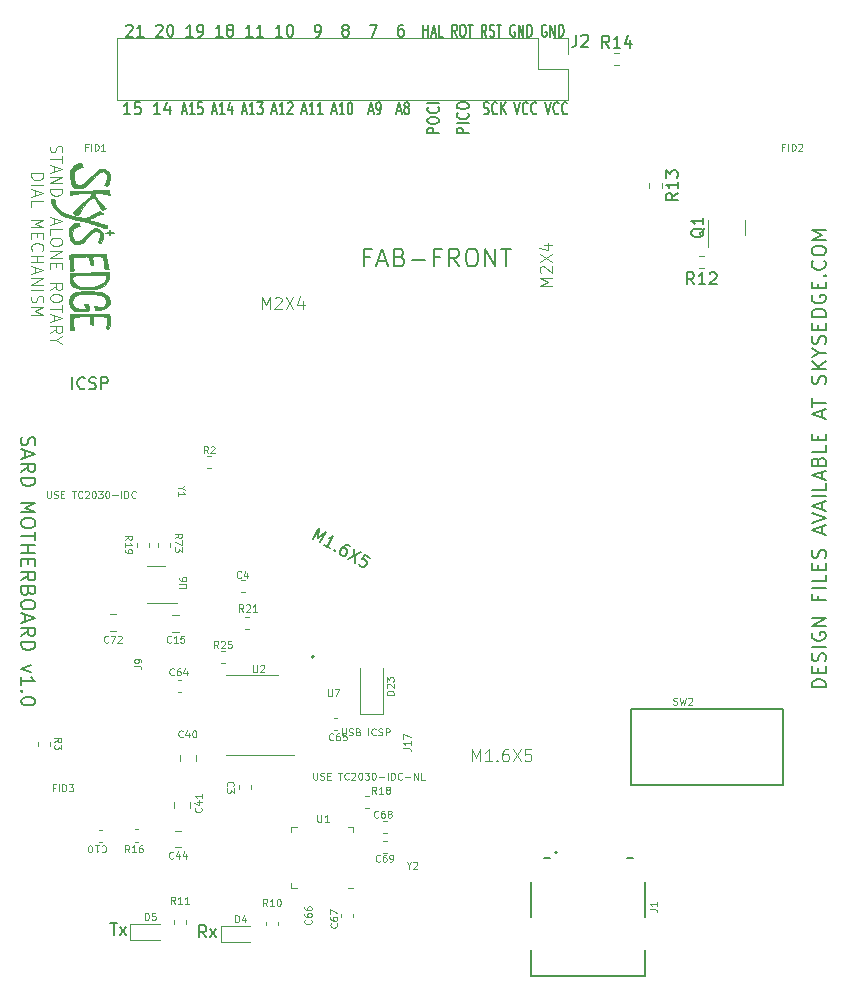
<source format=gbr>
G04 #@! TF.GenerationSoftware,KiCad,Pcbnew,8.0.4+dfsg-1*
G04 #@! TF.CreationDate,2024-08-05T10:13:43-04:00*
G04 #@! TF.ProjectId,SARD_Motherboard,53415244-5f4d-46f7-9468-6572626f6172,rev?*
G04 #@! TF.SameCoordinates,Original*
G04 #@! TF.FileFunction,Legend,Top*
G04 #@! TF.FilePolarity,Positive*
%FSLAX46Y46*%
G04 Gerber Fmt 4.6, Leading zero omitted, Abs format (unit mm)*
G04 Created by KiCad (PCBNEW 8.0.4+dfsg-1) date 2024-08-05 10:13:43*
%MOMM*%
%LPD*%
G01*
G04 APERTURE LIST*
%ADD10C,0.150000*%
%ADD11C,0.120000*%
%ADD12C,0.100000*%
%ADD13C,0.127000*%
%ADD14C,0.200000*%
%ADD15C,0.010000*%
G04 APERTURE END LIST*
D10*
X153669819Y-75098935D02*
X152669819Y-75098935D01*
X152669819Y-75098935D02*
X152669819Y-74775125D01*
X152669819Y-74775125D02*
X152717438Y-74694173D01*
X152717438Y-74694173D02*
X152765057Y-74653696D01*
X152765057Y-74653696D02*
X152860295Y-74613220D01*
X152860295Y-74613220D02*
X153003152Y-74613220D01*
X153003152Y-74613220D02*
X153098390Y-74653696D01*
X153098390Y-74653696D02*
X153146009Y-74694173D01*
X153146009Y-74694173D02*
X153193628Y-74775125D01*
X153193628Y-74775125D02*
X153193628Y-75098935D01*
X153669819Y-74248935D02*
X152669819Y-74248935D01*
X153574580Y-73358458D02*
X153622200Y-73398934D01*
X153622200Y-73398934D02*
X153669819Y-73520363D01*
X153669819Y-73520363D02*
X153669819Y-73601315D01*
X153669819Y-73601315D02*
X153622200Y-73722744D01*
X153622200Y-73722744D02*
X153526961Y-73803696D01*
X153526961Y-73803696D02*
X153431723Y-73844173D01*
X153431723Y-73844173D02*
X153241247Y-73884649D01*
X153241247Y-73884649D02*
X153098390Y-73884649D01*
X153098390Y-73884649D02*
X152907914Y-73844173D01*
X152907914Y-73844173D02*
X152812676Y-73803696D01*
X152812676Y-73803696D02*
X152717438Y-73722744D01*
X152717438Y-73722744D02*
X152669819Y-73601315D01*
X152669819Y-73601315D02*
X152669819Y-73520363D01*
X152669819Y-73520363D02*
X152717438Y-73398934D01*
X152717438Y-73398934D02*
X152765057Y-73358458D01*
X152669819Y-72832268D02*
X152669819Y-72670363D01*
X152669819Y-72670363D02*
X152717438Y-72589411D01*
X152717438Y-72589411D02*
X152812676Y-72508458D01*
X152812676Y-72508458D02*
X153003152Y-72467982D01*
X153003152Y-72467982D02*
X153336485Y-72467982D01*
X153336485Y-72467982D02*
X153526961Y-72508458D01*
X153526961Y-72508458D02*
X153622200Y-72589411D01*
X153622200Y-72589411D02*
X153669819Y-72670363D01*
X153669819Y-72670363D02*
X153669819Y-72832268D01*
X153669819Y-72832268D02*
X153622200Y-72913220D01*
X153622200Y-72913220D02*
X153526961Y-72994173D01*
X153526961Y-72994173D02*
X153336485Y-73034649D01*
X153336485Y-73034649D02*
X153003152Y-73034649D01*
X153003152Y-73034649D02*
X152812676Y-72994173D01*
X152812676Y-72994173D02*
X152717438Y-72913220D01*
X152717438Y-72913220D02*
X152669819Y-72832268D01*
X151169819Y-75098935D02*
X150169819Y-75098935D01*
X150169819Y-75098935D02*
X150169819Y-74775125D01*
X150169819Y-74775125D02*
X150217438Y-74694173D01*
X150217438Y-74694173D02*
X150265057Y-74653696D01*
X150265057Y-74653696D02*
X150360295Y-74613220D01*
X150360295Y-74613220D02*
X150503152Y-74613220D01*
X150503152Y-74613220D02*
X150598390Y-74653696D01*
X150598390Y-74653696D02*
X150646009Y-74694173D01*
X150646009Y-74694173D02*
X150693628Y-74775125D01*
X150693628Y-74775125D02*
X150693628Y-75098935D01*
X150169819Y-74087030D02*
X150169819Y-73925125D01*
X150169819Y-73925125D02*
X150217438Y-73844173D01*
X150217438Y-73844173D02*
X150312676Y-73763220D01*
X150312676Y-73763220D02*
X150503152Y-73722744D01*
X150503152Y-73722744D02*
X150836485Y-73722744D01*
X150836485Y-73722744D02*
X151026961Y-73763220D01*
X151026961Y-73763220D02*
X151122200Y-73844173D01*
X151122200Y-73844173D02*
X151169819Y-73925125D01*
X151169819Y-73925125D02*
X151169819Y-74087030D01*
X151169819Y-74087030D02*
X151122200Y-74167982D01*
X151122200Y-74167982D02*
X151026961Y-74248935D01*
X151026961Y-74248935D02*
X150836485Y-74289411D01*
X150836485Y-74289411D02*
X150503152Y-74289411D01*
X150503152Y-74289411D02*
X150312676Y-74248935D01*
X150312676Y-74248935D02*
X150217438Y-74167982D01*
X150217438Y-74167982D02*
X150169819Y-74087030D01*
X151074580Y-72872744D02*
X151122200Y-72913220D01*
X151122200Y-72913220D02*
X151169819Y-73034649D01*
X151169819Y-73034649D02*
X151169819Y-73115601D01*
X151169819Y-73115601D02*
X151122200Y-73237030D01*
X151122200Y-73237030D02*
X151026961Y-73317982D01*
X151026961Y-73317982D02*
X150931723Y-73358459D01*
X150931723Y-73358459D02*
X150741247Y-73398935D01*
X150741247Y-73398935D02*
X150598390Y-73398935D01*
X150598390Y-73398935D02*
X150407914Y-73358459D01*
X150407914Y-73358459D02*
X150312676Y-73317982D01*
X150312676Y-73317982D02*
X150217438Y-73237030D01*
X150217438Y-73237030D02*
X150169819Y-73115601D01*
X150169819Y-73115601D02*
X150169819Y-73034649D01*
X150169819Y-73034649D02*
X150217438Y-72913220D01*
X150217438Y-72913220D02*
X150265057Y-72872744D01*
X151169819Y-72508459D02*
X150169819Y-72508459D01*
X129435826Y-73184104D02*
X129778684Y-73184104D01*
X129367255Y-73469819D02*
X129607255Y-72469819D01*
X129607255Y-72469819D02*
X129847255Y-73469819D01*
X130464398Y-73469819D02*
X130052969Y-73469819D01*
X130258684Y-73469819D02*
X130258684Y-72469819D01*
X130258684Y-72469819D02*
X130190112Y-72612676D01*
X130190112Y-72612676D02*
X130121541Y-72707914D01*
X130121541Y-72707914D02*
X130052969Y-72755533D01*
X131115826Y-72469819D02*
X130772969Y-72469819D01*
X130772969Y-72469819D02*
X130738683Y-72946009D01*
X130738683Y-72946009D02*
X130772969Y-72898390D01*
X130772969Y-72898390D02*
X130841541Y-72850771D01*
X130841541Y-72850771D02*
X131012969Y-72850771D01*
X131012969Y-72850771D02*
X131081541Y-72898390D01*
X131081541Y-72898390D02*
X131115826Y-72946009D01*
X131115826Y-72946009D02*
X131150112Y-73041247D01*
X131150112Y-73041247D02*
X131150112Y-73279342D01*
X131150112Y-73279342D02*
X131115826Y-73374580D01*
X131115826Y-73374580D02*
X131081541Y-73422200D01*
X131081541Y-73422200D02*
X131012969Y-73469819D01*
X131012969Y-73469819D02*
X130841541Y-73469819D01*
X130841541Y-73469819D02*
X130772969Y-73422200D01*
X130772969Y-73422200D02*
X130738683Y-73374580D01*
X131972968Y-73184104D02*
X132315826Y-73184104D01*
X131904397Y-73469819D02*
X132144397Y-72469819D01*
X132144397Y-72469819D02*
X132384397Y-73469819D01*
X133001540Y-73469819D02*
X132590111Y-73469819D01*
X132795826Y-73469819D02*
X132795826Y-72469819D01*
X132795826Y-72469819D02*
X132727254Y-72612676D01*
X132727254Y-72612676D02*
X132658683Y-72707914D01*
X132658683Y-72707914D02*
X132590111Y-72755533D01*
X133618683Y-72803152D02*
X133618683Y-73469819D01*
X133447254Y-72422200D02*
X133275825Y-73136485D01*
X133275825Y-73136485D02*
X133721540Y-73136485D01*
X134510110Y-73184104D02*
X134852968Y-73184104D01*
X134441539Y-73469819D02*
X134681539Y-72469819D01*
X134681539Y-72469819D02*
X134921539Y-73469819D01*
X135538682Y-73469819D02*
X135127253Y-73469819D01*
X135332968Y-73469819D02*
X135332968Y-72469819D01*
X135332968Y-72469819D02*
X135264396Y-72612676D01*
X135264396Y-72612676D02*
X135195825Y-72707914D01*
X135195825Y-72707914D02*
X135127253Y-72755533D01*
X135778682Y-72469819D02*
X136224396Y-72469819D01*
X136224396Y-72469819D02*
X135984396Y-72850771D01*
X135984396Y-72850771D02*
X136087253Y-72850771D01*
X136087253Y-72850771D02*
X136155825Y-72898390D01*
X136155825Y-72898390D02*
X136190110Y-72946009D01*
X136190110Y-72946009D02*
X136224396Y-73041247D01*
X136224396Y-73041247D02*
X136224396Y-73279342D01*
X136224396Y-73279342D02*
X136190110Y-73374580D01*
X136190110Y-73374580D02*
X136155825Y-73422200D01*
X136155825Y-73422200D02*
X136087253Y-73469819D01*
X136087253Y-73469819D02*
X135881539Y-73469819D01*
X135881539Y-73469819D02*
X135812967Y-73422200D01*
X135812967Y-73422200D02*
X135778682Y-73374580D01*
X137047252Y-73184104D02*
X137390110Y-73184104D01*
X136978681Y-73469819D02*
X137218681Y-72469819D01*
X137218681Y-72469819D02*
X137458681Y-73469819D01*
X138075824Y-73469819D02*
X137664395Y-73469819D01*
X137870110Y-73469819D02*
X137870110Y-72469819D01*
X137870110Y-72469819D02*
X137801538Y-72612676D01*
X137801538Y-72612676D02*
X137732967Y-72707914D01*
X137732967Y-72707914D02*
X137664395Y-72755533D01*
X138350109Y-72565057D02*
X138384395Y-72517438D01*
X138384395Y-72517438D02*
X138452967Y-72469819D01*
X138452967Y-72469819D02*
X138624395Y-72469819D01*
X138624395Y-72469819D02*
X138692967Y-72517438D01*
X138692967Y-72517438D02*
X138727252Y-72565057D01*
X138727252Y-72565057D02*
X138761538Y-72660295D01*
X138761538Y-72660295D02*
X138761538Y-72755533D01*
X138761538Y-72755533D02*
X138727252Y-72898390D01*
X138727252Y-72898390D02*
X138315824Y-73469819D01*
X138315824Y-73469819D02*
X138761538Y-73469819D01*
X139584394Y-73184104D02*
X139927252Y-73184104D01*
X139515823Y-73469819D02*
X139755823Y-72469819D01*
X139755823Y-72469819D02*
X139995823Y-73469819D01*
X140612966Y-73469819D02*
X140201537Y-73469819D01*
X140407252Y-73469819D02*
X140407252Y-72469819D01*
X140407252Y-72469819D02*
X140338680Y-72612676D01*
X140338680Y-72612676D02*
X140270109Y-72707914D01*
X140270109Y-72707914D02*
X140201537Y-72755533D01*
X141298680Y-73469819D02*
X140887251Y-73469819D01*
X141092966Y-73469819D02*
X141092966Y-72469819D01*
X141092966Y-72469819D02*
X141024394Y-72612676D01*
X141024394Y-72612676D02*
X140955823Y-72707914D01*
X140955823Y-72707914D02*
X140887251Y-72755533D01*
X142121536Y-73184104D02*
X142464394Y-73184104D01*
X142052965Y-73469819D02*
X142292965Y-72469819D01*
X142292965Y-72469819D02*
X142532965Y-73469819D01*
X143150108Y-73469819D02*
X142738679Y-73469819D01*
X142944394Y-73469819D02*
X142944394Y-72469819D01*
X142944394Y-72469819D02*
X142875822Y-72612676D01*
X142875822Y-72612676D02*
X142807251Y-72707914D01*
X142807251Y-72707914D02*
X142738679Y-72755533D01*
X143595822Y-72469819D02*
X143664393Y-72469819D01*
X143664393Y-72469819D02*
X143732965Y-72517438D01*
X143732965Y-72517438D02*
X143767251Y-72565057D01*
X143767251Y-72565057D02*
X143801536Y-72660295D01*
X143801536Y-72660295D02*
X143835822Y-72850771D01*
X143835822Y-72850771D02*
X143835822Y-73088866D01*
X143835822Y-73088866D02*
X143801536Y-73279342D01*
X143801536Y-73279342D02*
X143767251Y-73374580D01*
X143767251Y-73374580D02*
X143732965Y-73422200D01*
X143732965Y-73422200D02*
X143664393Y-73469819D01*
X143664393Y-73469819D02*
X143595822Y-73469819D01*
X143595822Y-73469819D02*
X143527251Y-73422200D01*
X143527251Y-73422200D02*
X143492965Y-73374580D01*
X143492965Y-73374580D02*
X143458679Y-73279342D01*
X143458679Y-73279342D02*
X143424393Y-73088866D01*
X143424393Y-73088866D02*
X143424393Y-72850771D01*
X143424393Y-72850771D02*
X143458679Y-72660295D01*
X143458679Y-72660295D02*
X143492965Y-72565057D01*
X143492965Y-72565057D02*
X143527251Y-72517438D01*
X143527251Y-72517438D02*
X143595822Y-72469819D01*
X145207249Y-73184104D02*
X145550107Y-73184104D01*
X145138678Y-73469819D02*
X145378678Y-72469819D01*
X145378678Y-72469819D02*
X145618678Y-73469819D01*
X145892964Y-73469819D02*
X146030107Y-73469819D01*
X146030107Y-73469819D02*
X146098678Y-73422200D01*
X146098678Y-73422200D02*
X146132964Y-73374580D01*
X146132964Y-73374580D02*
X146201535Y-73231723D01*
X146201535Y-73231723D02*
X146235821Y-73041247D01*
X146235821Y-73041247D02*
X146235821Y-72660295D01*
X146235821Y-72660295D02*
X146201535Y-72565057D01*
X146201535Y-72565057D02*
X146167250Y-72517438D01*
X146167250Y-72517438D02*
X146098678Y-72469819D01*
X146098678Y-72469819D02*
X145961535Y-72469819D01*
X145961535Y-72469819D02*
X145892964Y-72517438D01*
X145892964Y-72517438D02*
X145858678Y-72565057D01*
X145858678Y-72565057D02*
X145824392Y-72660295D01*
X145824392Y-72660295D02*
X145824392Y-72898390D01*
X145824392Y-72898390D02*
X145858678Y-72993628D01*
X145858678Y-72993628D02*
X145892964Y-73041247D01*
X145892964Y-73041247D02*
X145961535Y-73088866D01*
X145961535Y-73088866D02*
X146098678Y-73088866D01*
X146098678Y-73088866D02*
X146167250Y-73041247D01*
X146167250Y-73041247D02*
X146201535Y-72993628D01*
X146201535Y-72993628D02*
X146235821Y-72898390D01*
X147607248Y-73184104D02*
X147950106Y-73184104D01*
X147538677Y-73469819D02*
X147778677Y-72469819D01*
X147778677Y-72469819D02*
X148018677Y-73469819D01*
X148361534Y-72898390D02*
X148292963Y-72850771D01*
X148292963Y-72850771D02*
X148258677Y-72803152D01*
X148258677Y-72803152D02*
X148224391Y-72707914D01*
X148224391Y-72707914D02*
X148224391Y-72660295D01*
X148224391Y-72660295D02*
X148258677Y-72565057D01*
X148258677Y-72565057D02*
X148292963Y-72517438D01*
X148292963Y-72517438D02*
X148361534Y-72469819D01*
X148361534Y-72469819D02*
X148498677Y-72469819D01*
X148498677Y-72469819D02*
X148567249Y-72517438D01*
X148567249Y-72517438D02*
X148601534Y-72565057D01*
X148601534Y-72565057D02*
X148635820Y-72660295D01*
X148635820Y-72660295D02*
X148635820Y-72707914D01*
X148635820Y-72707914D02*
X148601534Y-72803152D01*
X148601534Y-72803152D02*
X148567249Y-72850771D01*
X148567249Y-72850771D02*
X148498677Y-72898390D01*
X148498677Y-72898390D02*
X148361534Y-72898390D01*
X148361534Y-72898390D02*
X148292963Y-72946009D01*
X148292963Y-72946009D02*
X148258677Y-72993628D01*
X148258677Y-72993628D02*
X148224391Y-73088866D01*
X148224391Y-73088866D02*
X148224391Y-73279342D01*
X148224391Y-73279342D02*
X148258677Y-73374580D01*
X148258677Y-73374580D02*
X148292963Y-73422200D01*
X148292963Y-73422200D02*
X148361534Y-73469819D01*
X148361534Y-73469819D02*
X148498677Y-73469819D01*
X148498677Y-73469819D02*
X148567249Y-73422200D01*
X148567249Y-73422200D02*
X148601534Y-73374580D01*
X148601534Y-73374580D02*
X148635820Y-73279342D01*
X148635820Y-73279342D02*
X148635820Y-73088866D01*
X148635820Y-73088866D02*
X148601534Y-72993628D01*
X148601534Y-72993628D02*
X148567249Y-72946009D01*
X148567249Y-72946009D02*
X148498677Y-72898390D01*
X154944386Y-73422200D02*
X155047244Y-73469819D01*
X155047244Y-73469819D02*
X155218672Y-73469819D01*
X155218672Y-73469819D02*
X155287244Y-73422200D01*
X155287244Y-73422200D02*
X155321529Y-73374580D01*
X155321529Y-73374580D02*
X155355815Y-73279342D01*
X155355815Y-73279342D02*
X155355815Y-73184104D01*
X155355815Y-73184104D02*
X155321529Y-73088866D01*
X155321529Y-73088866D02*
X155287244Y-73041247D01*
X155287244Y-73041247D02*
X155218672Y-72993628D01*
X155218672Y-72993628D02*
X155081529Y-72946009D01*
X155081529Y-72946009D02*
X155012958Y-72898390D01*
X155012958Y-72898390D02*
X154978672Y-72850771D01*
X154978672Y-72850771D02*
X154944386Y-72755533D01*
X154944386Y-72755533D02*
X154944386Y-72660295D01*
X154944386Y-72660295D02*
X154978672Y-72565057D01*
X154978672Y-72565057D02*
X155012958Y-72517438D01*
X155012958Y-72517438D02*
X155081529Y-72469819D01*
X155081529Y-72469819D02*
X155252958Y-72469819D01*
X155252958Y-72469819D02*
X155355815Y-72517438D01*
X156075815Y-73374580D02*
X156041529Y-73422200D01*
X156041529Y-73422200D02*
X155938672Y-73469819D01*
X155938672Y-73469819D02*
X155870100Y-73469819D01*
X155870100Y-73469819D02*
X155767243Y-73422200D01*
X155767243Y-73422200D02*
X155698672Y-73326961D01*
X155698672Y-73326961D02*
X155664386Y-73231723D01*
X155664386Y-73231723D02*
X155630100Y-73041247D01*
X155630100Y-73041247D02*
X155630100Y-72898390D01*
X155630100Y-72898390D02*
X155664386Y-72707914D01*
X155664386Y-72707914D02*
X155698672Y-72612676D01*
X155698672Y-72612676D02*
X155767243Y-72517438D01*
X155767243Y-72517438D02*
X155870100Y-72469819D01*
X155870100Y-72469819D02*
X155938672Y-72469819D01*
X155938672Y-72469819D02*
X156041529Y-72517438D01*
X156041529Y-72517438D02*
X156075815Y-72565057D01*
X156384386Y-73469819D02*
X156384386Y-72469819D01*
X156795815Y-73469819D02*
X156487243Y-72898390D01*
X156795815Y-72469819D02*
X156384386Y-73041247D01*
X157550100Y-72469819D02*
X157790100Y-73469819D01*
X157790100Y-73469819D02*
X158030100Y-72469819D01*
X158681529Y-73374580D02*
X158647243Y-73422200D01*
X158647243Y-73422200D02*
X158544386Y-73469819D01*
X158544386Y-73469819D02*
X158475814Y-73469819D01*
X158475814Y-73469819D02*
X158372957Y-73422200D01*
X158372957Y-73422200D02*
X158304386Y-73326961D01*
X158304386Y-73326961D02*
X158270100Y-73231723D01*
X158270100Y-73231723D02*
X158235814Y-73041247D01*
X158235814Y-73041247D02*
X158235814Y-72898390D01*
X158235814Y-72898390D02*
X158270100Y-72707914D01*
X158270100Y-72707914D02*
X158304386Y-72612676D01*
X158304386Y-72612676D02*
X158372957Y-72517438D01*
X158372957Y-72517438D02*
X158475814Y-72469819D01*
X158475814Y-72469819D02*
X158544386Y-72469819D01*
X158544386Y-72469819D02*
X158647243Y-72517438D01*
X158647243Y-72517438D02*
X158681529Y-72565057D01*
X159401529Y-73374580D02*
X159367243Y-73422200D01*
X159367243Y-73422200D02*
X159264386Y-73469819D01*
X159264386Y-73469819D02*
X159195814Y-73469819D01*
X159195814Y-73469819D02*
X159092957Y-73422200D01*
X159092957Y-73422200D02*
X159024386Y-73326961D01*
X159024386Y-73326961D02*
X158990100Y-73231723D01*
X158990100Y-73231723D02*
X158955814Y-73041247D01*
X158955814Y-73041247D02*
X158955814Y-72898390D01*
X158955814Y-72898390D02*
X158990100Y-72707914D01*
X158990100Y-72707914D02*
X159024386Y-72612676D01*
X159024386Y-72612676D02*
X159092957Y-72517438D01*
X159092957Y-72517438D02*
X159195814Y-72469819D01*
X159195814Y-72469819D02*
X159264386Y-72469819D01*
X159264386Y-72469819D02*
X159367243Y-72517438D01*
X159367243Y-72517438D02*
X159401529Y-72565057D01*
X160155814Y-72469819D02*
X160395814Y-73469819D01*
X160395814Y-73469819D02*
X160635814Y-72469819D01*
X161287243Y-73374580D02*
X161252957Y-73422200D01*
X161252957Y-73422200D02*
X161150100Y-73469819D01*
X161150100Y-73469819D02*
X161081528Y-73469819D01*
X161081528Y-73469819D02*
X160978671Y-73422200D01*
X160978671Y-73422200D02*
X160910100Y-73326961D01*
X160910100Y-73326961D02*
X160875814Y-73231723D01*
X160875814Y-73231723D02*
X160841528Y-73041247D01*
X160841528Y-73041247D02*
X160841528Y-72898390D01*
X160841528Y-72898390D02*
X160875814Y-72707914D01*
X160875814Y-72707914D02*
X160910100Y-72612676D01*
X160910100Y-72612676D02*
X160978671Y-72517438D01*
X160978671Y-72517438D02*
X161081528Y-72469819D01*
X161081528Y-72469819D02*
X161150100Y-72469819D01*
X161150100Y-72469819D02*
X161252957Y-72517438D01*
X161252957Y-72517438D02*
X161287243Y-72565057D01*
X162007243Y-73374580D02*
X161972957Y-73422200D01*
X161972957Y-73422200D02*
X161870100Y-73469819D01*
X161870100Y-73469819D02*
X161801528Y-73469819D01*
X161801528Y-73469819D02*
X161698671Y-73422200D01*
X161698671Y-73422200D02*
X161630100Y-73326961D01*
X161630100Y-73326961D02*
X161595814Y-73231723D01*
X161595814Y-73231723D02*
X161561528Y-73041247D01*
X161561528Y-73041247D02*
X161561528Y-72898390D01*
X161561528Y-72898390D02*
X161595814Y-72707914D01*
X161595814Y-72707914D02*
X161630100Y-72612676D01*
X161630100Y-72612676D02*
X161698671Y-72517438D01*
X161698671Y-72517438D02*
X161801528Y-72469819D01*
X161801528Y-72469819D02*
X161870100Y-72469819D01*
X161870100Y-72469819D02*
X161972957Y-72517438D01*
X161972957Y-72517438D02*
X162007243Y-72565057D01*
X149845350Y-66909819D02*
X149845350Y-65909819D01*
X149845350Y-66386009D02*
X150245350Y-66386009D01*
X150245350Y-66909819D02*
X150245350Y-65909819D01*
X150545350Y-66624104D02*
X150878683Y-66624104D01*
X150478683Y-66909819D02*
X150712017Y-65909819D01*
X150712017Y-65909819D02*
X150945350Y-66909819D01*
X151512017Y-66909819D02*
X151178683Y-66909819D01*
X151178683Y-66909819D02*
X151178683Y-65909819D01*
X152678683Y-66909819D02*
X152445350Y-66433628D01*
X152278683Y-66909819D02*
X152278683Y-65909819D01*
X152278683Y-65909819D02*
X152545350Y-65909819D01*
X152545350Y-65909819D02*
X152612017Y-65957438D01*
X152612017Y-65957438D02*
X152645350Y-66005057D01*
X152645350Y-66005057D02*
X152678683Y-66100295D01*
X152678683Y-66100295D02*
X152678683Y-66243152D01*
X152678683Y-66243152D02*
X152645350Y-66338390D01*
X152645350Y-66338390D02*
X152612017Y-66386009D01*
X152612017Y-66386009D02*
X152545350Y-66433628D01*
X152545350Y-66433628D02*
X152278683Y-66433628D01*
X153112017Y-65909819D02*
X153245350Y-65909819D01*
X153245350Y-65909819D02*
X153312017Y-65957438D01*
X153312017Y-65957438D02*
X153378683Y-66052676D01*
X153378683Y-66052676D02*
X153412017Y-66243152D01*
X153412017Y-66243152D02*
X153412017Y-66576485D01*
X153412017Y-66576485D02*
X153378683Y-66766961D01*
X153378683Y-66766961D02*
X153312017Y-66862200D01*
X153312017Y-66862200D02*
X153245350Y-66909819D01*
X153245350Y-66909819D02*
X153112017Y-66909819D01*
X153112017Y-66909819D02*
X153045350Y-66862200D01*
X153045350Y-66862200D02*
X152978683Y-66766961D01*
X152978683Y-66766961D02*
X152945350Y-66576485D01*
X152945350Y-66576485D02*
X152945350Y-66243152D01*
X152945350Y-66243152D02*
X152978683Y-66052676D01*
X152978683Y-66052676D02*
X153045350Y-65957438D01*
X153045350Y-65957438D02*
X153112017Y-65909819D01*
X153612016Y-65909819D02*
X154012016Y-65909819D01*
X153812016Y-66909819D02*
X153812016Y-65909819D01*
X155178682Y-66909819D02*
X154945349Y-66433628D01*
X154778682Y-66909819D02*
X154778682Y-65909819D01*
X154778682Y-65909819D02*
X155045349Y-65909819D01*
X155045349Y-65909819D02*
X155112016Y-65957438D01*
X155112016Y-65957438D02*
X155145349Y-66005057D01*
X155145349Y-66005057D02*
X155178682Y-66100295D01*
X155178682Y-66100295D02*
X155178682Y-66243152D01*
X155178682Y-66243152D02*
X155145349Y-66338390D01*
X155145349Y-66338390D02*
X155112016Y-66386009D01*
X155112016Y-66386009D02*
X155045349Y-66433628D01*
X155045349Y-66433628D02*
X154778682Y-66433628D01*
X155445349Y-66862200D02*
X155545349Y-66909819D01*
X155545349Y-66909819D02*
X155712016Y-66909819D01*
X155712016Y-66909819D02*
X155778682Y-66862200D01*
X155778682Y-66862200D02*
X155812016Y-66814580D01*
X155812016Y-66814580D02*
X155845349Y-66719342D01*
X155845349Y-66719342D02*
X155845349Y-66624104D01*
X155845349Y-66624104D02*
X155812016Y-66528866D01*
X155812016Y-66528866D02*
X155778682Y-66481247D01*
X155778682Y-66481247D02*
X155712016Y-66433628D01*
X155712016Y-66433628D02*
X155578682Y-66386009D01*
X155578682Y-66386009D02*
X155512016Y-66338390D01*
X155512016Y-66338390D02*
X155478682Y-66290771D01*
X155478682Y-66290771D02*
X155445349Y-66195533D01*
X155445349Y-66195533D02*
X155445349Y-66100295D01*
X155445349Y-66100295D02*
X155478682Y-66005057D01*
X155478682Y-66005057D02*
X155512016Y-65957438D01*
X155512016Y-65957438D02*
X155578682Y-65909819D01*
X155578682Y-65909819D02*
X155745349Y-65909819D01*
X155745349Y-65909819D02*
X155845349Y-65957438D01*
X156045349Y-65909819D02*
X156445349Y-65909819D01*
X156245349Y-66909819D02*
X156245349Y-65909819D01*
X157578682Y-65957438D02*
X157512015Y-65909819D01*
X157512015Y-65909819D02*
X157412015Y-65909819D01*
X157412015Y-65909819D02*
X157312015Y-65957438D01*
X157312015Y-65957438D02*
X157245349Y-66052676D01*
X157245349Y-66052676D02*
X157212015Y-66147914D01*
X157212015Y-66147914D02*
X157178682Y-66338390D01*
X157178682Y-66338390D02*
X157178682Y-66481247D01*
X157178682Y-66481247D02*
X157212015Y-66671723D01*
X157212015Y-66671723D02*
X157245349Y-66766961D01*
X157245349Y-66766961D02*
X157312015Y-66862200D01*
X157312015Y-66862200D02*
X157412015Y-66909819D01*
X157412015Y-66909819D02*
X157478682Y-66909819D01*
X157478682Y-66909819D02*
X157578682Y-66862200D01*
X157578682Y-66862200D02*
X157612015Y-66814580D01*
X157612015Y-66814580D02*
X157612015Y-66481247D01*
X157612015Y-66481247D02*
X157478682Y-66481247D01*
X157912015Y-66909819D02*
X157912015Y-65909819D01*
X157912015Y-65909819D02*
X158312015Y-66909819D01*
X158312015Y-66909819D02*
X158312015Y-65909819D01*
X158645348Y-66909819D02*
X158645348Y-65909819D01*
X158645348Y-65909819D02*
X158812015Y-65909819D01*
X158812015Y-65909819D02*
X158912015Y-65957438D01*
X158912015Y-65957438D02*
X158978682Y-66052676D01*
X158978682Y-66052676D02*
X159012015Y-66147914D01*
X159012015Y-66147914D02*
X159045348Y-66338390D01*
X159045348Y-66338390D02*
X159045348Y-66481247D01*
X159045348Y-66481247D02*
X159012015Y-66671723D01*
X159012015Y-66671723D02*
X158978682Y-66766961D01*
X158978682Y-66766961D02*
X158912015Y-66862200D01*
X158912015Y-66862200D02*
X158812015Y-66909819D01*
X158812015Y-66909819D02*
X158645348Y-66909819D01*
X160245348Y-65957438D02*
X160178681Y-65909819D01*
X160178681Y-65909819D02*
X160078681Y-65909819D01*
X160078681Y-65909819D02*
X159978681Y-65957438D01*
X159978681Y-65957438D02*
X159912015Y-66052676D01*
X159912015Y-66052676D02*
X159878681Y-66147914D01*
X159878681Y-66147914D02*
X159845348Y-66338390D01*
X159845348Y-66338390D02*
X159845348Y-66481247D01*
X159845348Y-66481247D02*
X159878681Y-66671723D01*
X159878681Y-66671723D02*
X159912015Y-66766961D01*
X159912015Y-66766961D02*
X159978681Y-66862200D01*
X159978681Y-66862200D02*
X160078681Y-66909819D01*
X160078681Y-66909819D02*
X160145348Y-66909819D01*
X160145348Y-66909819D02*
X160245348Y-66862200D01*
X160245348Y-66862200D02*
X160278681Y-66814580D01*
X160278681Y-66814580D02*
X160278681Y-66481247D01*
X160278681Y-66481247D02*
X160145348Y-66481247D01*
X160578681Y-66909819D02*
X160578681Y-65909819D01*
X160578681Y-65909819D02*
X160978681Y-66909819D01*
X160978681Y-66909819D02*
X160978681Y-65909819D01*
X161312014Y-66909819D02*
X161312014Y-65909819D01*
X161312014Y-65909819D02*
X161478681Y-65909819D01*
X161478681Y-65909819D02*
X161578681Y-65957438D01*
X161578681Y-65957438D02*
X161645348Y-66052676D01*
X161645348Y-66052676D02*
X161678681Y-66147914D01*
X161678681Y-66147914D02*
X161712014Y-66338390D01*
X161712014Y-66338390D02*
X161712014Y-66481247D01*
X161712014Y-66481247D02*
X161678681Y-66671723D01*
X161678681Y-66671723D02*
X161645348Y-66766961D01*
X161645348Y-66766961D02*
X161578681Y-66862200D01*
X161578681Y-66862200D02*
X161478681Y-66909819D01*
X161478681Y-66909819D02*
X161312014Y-66909819D01*
X124699636Y-66005057D02*
X124744874Y-65957438D01*
X124744874Y-65957438D02*
X124835350Y-65909819D01*
X124835350Y-65909819D02*
X125061541Y-65909819D01*
X125061541Y-65909819D02*
X125152017Y-65957438D01*
X125152017Y-65957438D02*
X125197255Y-66005057D01*
X125197255Y-66005057D02*
X125242493Y-66100295D01*
X125242493Y-66100295D02*
X125242493Y-66195533D01*
X125242493Y-66195533D02*
X125197255Y-66338390D01*
X125197255Y-66338390D02*
X124654398Y-66909819D01*
X124654398Y-66909819D02*
X125242493Y-66909819D01*
X126147255Y-66909819D02*
X125604398Y-66909819D01*
X125875826Y-66909819D02*
X125875826Y-65909819D01*
X125875826Y-65909819D02*
X125785350Y-66052676D01*
X125785350Y-66052676D02*
X125694874Y-66147914D01*
X125694874Y-66147914D02*
X125604398Y-66195533D01*
X127232970Y-66005057D02*
X127278208Y-65957438D01*
X127278208Y-65957438D02*
X127368684Y-65909819D01*
X127368684Y-65909819D02*
X127594875Y-65909819D01*
X127594875Y-65909819D02*
X127685351Y-65957438D01*
X127685351Y-65957438D02*
X127730589Y-66005057D01*
X127730589Y-66005057D02*
X127775827Y-66100295D01*
X127775827Y-66100295D02*
X127775827Y-66195533D01*
X127775827Y-66195533D02*
X127730589Y-66338390D01*
X127730589Y-66338390D02*
X127187732Y-66909819D01*
X127187732Y-66909819D02*
X127775827Y-66909819D01*
X128363922Y-65909819D02*
X128454399Y-65909819D01*
X128454399Y-65909819D02*
X128544875Y-65957438D01*
X128544875Y-65957438D02*
X128590113Y-66005057D01*
X128590113Y-66005057D02*
X128635351Y-66100295D01*
X128635351Y-66100295D02*
X128680589Y-66290771D01*
X128680589Y-66290771D02*
X128680589Y-66528866D01*
X128680589Y-66528866D02*
X128635351Y-66719342D01*
X128635351Y-66719342D02*
X128590113Y-66814580D01*
X128590113Y-66814580D02*
X128544875Y-66862200D01*
X128544875Y-66862200D02*
X128454399Y-66909819D01*
X128454399Y-66909819D02*
X128363922Y-66909819D01*
X128363922Y-66909819D02*
X128273446Y-66862200D01*
X128273446Y-66862200D02*
X128228208Y-66814580D01*
X128228208Y-66814580D02*
X128182970Y-66719342D01*
X128182970Y-66719342D02*
X128137732Y-66528866D01*
X128137732Y-66528866D02*
X128137732Y-66290771D01*
X128137732Y-66290771D02*
X128182970Y-66100295D01*
X128182970Y-66100295D02*
X128228208Y-66005057D01*
X128228208Y-66005057D02*
X128273446Y-65957438D01*
X128273446Y-65957438D02*
X128363922Y-65909819D01*
X130309161Y-66909819D02*
X129766304Y-66909819D01*
X130037732Y-66909819D02*
X130037732Y-65909819D01*
X130037732Y-65909819D02*
X129947256Y-66052676D01*
X129947256Y-66052676D02*
X129856780Y-66147914D01*
X129856780Y-66147914D02*
X129766304Y-66195533D01*
X130761542Y-66909819D02*
X130942494Y-66909819D01*
X130942494Y-66909819D02*
X131032971Y-66862200D01*
X131032971Y-66862200D02*
X131078209Y-66814580D01*
X131078209Y-66814580D02*
X131168685Y-66671723D01*
X131168685Y-66671723D02*
X131213923Y-66481247D01*
X131213923Y-66481247D02*
X131213923Y-66100295D01*
X131213923Y-66100295D02*
X131168685Y-66005057D01*
X131168685Y-66005057D02*
X131123447Y-65957438D01*
X131123447Y-65957438D02*
X131032971Y-65909819D01*
X131032971Y-65909819D02*
X130852018Y-65909819D01*
X130852018Y-65909819D02*
X130761542Y-65957438D01*
X130761542Y-65957438D02*
X130716304Y-66005057D01*
X130716304Y-66005057D02*
X130671066Y-66100295D01*
X130671066Y-66100295D02*
X130671066Y-66338390D01*
X130671066Y-66338390D02*
X130716304Y-66433628D01*
X130716304Y-66433628D02*
X130761542Y-66481247D01*
X130761542Y-66481247D02*
X130852018Y-66528866D01*
X130852018Y-66528866D02*
X131032971Y-66528866D01*
X131032971Y-66528866D02*
X131123447Y-66481247D01*
X131123447Y-66481247D02*
X131168685Y-66433628D01*
X131168685Y-66433628D02*
X131213923Y-66338390D01*
X132842495Y-66909819D02*
X132299638Y-66909819D01*
X132571066Y-66909819D02*
X132571066Y-65909819D01*
X132571066Y-65909819D02*
X132480590Y-66052676D01*
X132480590Y-66052676D02*
X132390114Y-66147914D01*
X132390114Y-66147914D02*
X132299638Y-66195533D01*
X133385352Y-66338390D02*
X133294876Y-66290771D01*
X133294876Y-66290771D02*
X133249638Y-66243152D01*
X133249638Y-66243152D02*
X133204400Y-66147914D01*
X133204400Y-66147914D02*
X133204400Y-66100295D01*
X133204400Y-66100295D02*
X133249638Y-66005057D01*
X133249638Y-66005057D02*
X133294876Y-65957438D01*
X133294876Y-65957438D02*
X133385352Y-65909819D01*
X133385352Y-65909819D02*
X133566305Y-65909819D01*
X133566305Y-65909819D02*
X133656781Y-65957438D01*
X133656781Y-65957438D02*
X133702019Y-66005057D01*
X133702019Y-66005057D02*
X133747257Y-66100295D01*
X133747257Y-66100295D02*
X133747257Y-66147914D01*
X133747257Y-66147914D02*
X133702019Y-66243152D01*
X133702019Y-66243152D02*
X133656781Y-66290771D01*
X133656781Y-66290771D02*
X133566305Y-66338390D01*
X133566305Y-66338390D02*
X133385352Y-66338390D01*
X133385352Y-66338390D02*
X133294876Y-66386009D01*
X133294876Y-66386009D02*
X133249638Y-66433628D01*
X133249638Y-66433628D02*
X133204400Y-66528866D01*
X133204400Y-66528866D02*
X133204400Y-66719342D01*
X133204400Y-66719342D02*
X133249638Y-66814580D01*
X133249638Y-66814580D02*
X133294876Y-66862200D01*
X133294876Y-66862200D02*
X133385352Y-66909819D01*
X133385352Y-66909819D02*
X133566305Y-66909819D01*
X133566305Y-66909819D02*
X133656781Y-66862200D01*
X133656781Y-66862200D02*
X133702019Y-66814580D01*
X133702019Y-66814580D02*
X133747257Y-66719342D01*
X133747257Y-66719342D02*
X133747257Y-66528866D01*
X133747257Y-66528866D02*
X133702019Y-66433628D01*
X133702019Y-66433628D02*
X133656781Y-66386009D01*
X133656781Y-66386009D02*
X133566305Y-66338390D01*
X135375829Y-66909819D02*
X134832972Y-66909819D01*
X135104400Y-66909819D02*
X135104400Y-65909819D01*
X135104400Y-65909819D02*
X135013924Y-66052676D01*
X135013924Y-66052676D02*
X134923448Y-66147914D01*
X134923448Y-66147914D02*
X134832972Y-66195533D01*
X136280591Y-66909819D02*
X135737734Y-66909819D01*
X136009162Y-66909819D02*
X136009162Y-65909819D01*
X136009162Y-65909819D02*
X135918686Y-66052676D01*
X135918686Y-66052676D02*
X135828210Y-66147914D01*
X135828210Y-66147914D02*
X135737734Y-66195533D01*
X137909163Y-66909819D02*
X137366306Y-66909819D01*
X137637734Y-66909819D02*
X137637734Y-65909819D01*
X137637734Y-65909819D02*
X137547258Y-66052676D01*
X137547258Y-66052676D02*
X137456782Y-66147914D01*
X137456782Y-66147914D02*
X137366306Y-66195533D01*
X138497258Y-65909819D02*
X138587735Y-65909819D01*
X138587735Y-65909819D02*
X138678211Y-65957438D01*
X138678211Y-65957438D02*
X138723449Y-66005057D01*
X138723449Y-66005057D02*
X138768687Y-66100295D01*
X138768687Y-66100295D02*
X138813925Y-66290771D01*
X138813925Y-66290771D02*
X138813925Y-66528866D01*
X138813925Y-66528866D02*
X138768687Y-66719342D01*
X138768687Y-66719342D02*
X138723449Y-66814580D01*
X138723449Y-66814580D02*
X138678211Y-66862200D01*
X138678211Y-66862200D02*
X138587735Y-66909819D01*
X138587735Y-66909819D02*
X138497258Y-66909819D01*
X138497258Y-66909819D02*
X138406782Y-66862200D01*
X138406782Y-66862200D02*
X138361544Y-66814580D01*
X138361544Y-66814580D02*
X138316306Y-66719342D01*
X138316306Y-66719342D02*
X138271068Y-66528866D01*
X138271068Y-66528866D02*
X138271068Y-66290771D01*
X138271068Y-66290771D02*
X138316306Y-66100295D01*
X138316306Y-66100295D02*
X138361544Y-66005057D01*
X138361544Y-66005057D02*
X138406782Y-65957438D01*
X138406782Y-65957438D02*
X138497258Y-65909819D01*
X140713926Y-66909819D02*
X140894878Y-66909819D01*
X140894878Y-66909819D02*
X140985355Y-66862200D01*
X140985355Y-66862200D02*
X141030593Y-66814580D01*
X141030593Y-66814580D02*
X141121069Y-66671723D01*
X141121069Y-66671723D02*
X141166307Y-66481247D01*
X141166307Y-66481247D02*
X141166307Y-66100295D01*
X141166307Y-66100295D02*
X141121069Y-66005057D01*
X141121069Y-66005057D02*
X141075831Y-65957438D01*
X141075831Y-65957438D02*
X140985355Y-65909819D01*
X140985355Y-65909819D02*
X140804402Y-65909819D01*
X140804402Y-65909819D02*
X140713926Y-65957438D01*
X140713926Y-65957438D02*
X140668688Y-66005057D01*
X140668688Y-66005057D02*
X140623450Y-66100295D01*
X140623450Y-66100295D02*
X140623450Y-66338390D01*
X140623450Y-66338390D02*
X140668688Y-66433628D01*
X140668688Y-66433628D02*
X140713926Y-66481247D01*
X140713926Y-66481247D02*
X140804402Y-66528866D01*
X140804402Y-66528866D02*
X140985355Y-66528866D01*
X140985355Y-66528866D02*
X141075831Y-66481247D01*
X141075831Y-66481247D02*
X141121069Y-66433628D01*
X141121069Y-66433628D02*
X141166307Y-66338390D01*
X143156784Y-66338390D02*
X143066308Y-66290771D01*
X143066308Y-66290771D02*
X143021070Y-66243152D01*
X143021070Y-66243152D02*
X142975832Y-66147914D01*
X142975832Y-66147914D02*
X142975832Y-66100295D01*
X142975832Y-66100295D02*
X143021070Y-66005057D01*
X143021070Y-66005057D02*
X143066308Y-65957438D01*
X143066308Y-65957438D02*
X143156784Y-65909819D01*
X143156784Y-65909819D02*
X143337737Y-65909819D01*
X143337737Y-65909819D02*
X143428213Y-65957438D01*
X143428213Y-65957438D02*
X143473451Y-66005057D01*
X143473451Y-66005057D02*
X143518689Y-66100295D01*
X143518689Y-66100295D02*
X143518689Y-66147914D01*
X143518689Y-66147914D02*
X143473451Y-66243152D01*
X143473451Y-66243152D02*
X143428213Y-66290771D01*
X143428213Y-66290771D02*
X143337737Y-66338390D01*
X143337737Y-66338390D02*
X143156784Y-66338390D01*
X143156784Y-66338390D02*
X143066308Y-66386009D01*
X143066308Y-66386009D02*
X143021070Y-66433628D01*
X143021070Y-66433628D02*
X142975832Y-66528866D01*
X142975832Y-66528866D02*
X142975832Y-66719342D01*
X142975832Y-66719342D02*
X143021070Y-66814580D01*
X143021070Y-66814580D02*
X143066308Y-66862200D01*
X143066308Y-66862200D02*
X143156784Y-66909819D01*
X143156784Y-66909819D02*
X143337737Y-66909819D01*
X143337737Y-66909819D02*
X143428213Y-66862200D01*
X143428213Y-66862200D02*
X143473451Y-66814580D01*
X143473451Y-66814580D02*
X143518689Y-66719342D01*
X143518689Y-66719342D02*
X143518689Y-66528866D01*
X143518689Y-66528866D02*
X143473451Y-66433628D01*
X143473451Y-66433628D02*
X143428213Y-66386009D01*
X143428213Y-66386009D02*
X143337737Y-66338390D01*
X145282976Y-65909819D02*
X145916309Y-65909819D01*
X145916309Y-65909819D02*
X145509166Y-66909819D01*
X148132977Y-65909819D02*
X147952024Y-65909819D01*
X147952024Y-65909819D02*
X147861548Y-65957438D01*
X147861548Y-65957438D02*
X147816310Y-66005057D01*
X147816310Y-66005057D02*
X147725834Y-66147914D01*
X147725834Y-66147914D02*
X147680596Y-66338390D01*
X147680596Y-66338390D02*
X147680596Y-66719342D01*
X147680596Y-66719342D02*
X147725834Y-66814580D01*
X147725834Y-66814580D02*
X147771072Y-66862200D01*
X147771072Y-66862200D02*
X147861548Y-66909819D01*
X147861548Y-66909819D02*
X148042501Y-66909819D01*
X148042501Y-66909819D02*
X148132977Y-66862200D01*
X148132977Y-66862200D02*
X148178215Y-66814580D01*
X148178215Y-66814580D02*
X148223453Y-66719342D01*
X148223453Y-66719342D02*
X148223453Y-66481247D01*
X148223453Y-66481247D02*
X148178215Y-66386009D01*
X148178215Y-66386009D02*
X148132977Y-66338390D01*
X148132977Y-66338390D02*
X148042501Y-66290771D01*
X148042501Y-66290771D02*
X147861548Y-66290771D01*
X147861548Y-66290771D02*
X147771072Y-66338390D01*
X147771072Y-66338390D02*
X147725834Y-66386009D01*
X147725834Y-66386009D02*
X147680596Y-66481247D01*
X115831800Y-100837255D02*
X115774657Y-101008684D01*
X115774657Y-101008684D02*
X115774657Y-101294398D01*
X115774657Y-101294398D02*
X115831800Y-101408684D01*
X115831800Y-101408684D02*
X115888942Y-101465826D01*
X115888942Y-101465826D02*
X116003228Y-101522969D01*
X116003228Y-101522969D02*
X116117514Y-101522969D01*
X116117514Y-101522969D02*
X116231800Y-101465826D01*
X116231800Y-101465826D02*
X116288942Y-101408684D01*
X116288942Y-101408684D02*
X116346085Y-101294398D01*
X116346085Y-101294398D02*
X116403228Y-101065826D01*
X116403228Y-101065826D02*
X116460371Y-100951541D01*
X116460371Y-100951541D02*
X116517514Y-100894398D01*
X116517514Y-100894398D02*
X116631800Y-100837255D01*
X116631800Y-100837255D02*
X116746085Y-100837255D01*
X116746085Y-100837255D02*
X116860371Y-100894398D01*
X116860371Y-100894398D02*
X116917514Y-100951541D01*
X116917514Y-100951541D02*
X116974657Y-101065826D01*
X116974657Y-101065826D02*
X116974657Y-101351541D01*
X116974657Y-101351541D02*
X116917514Y-101522969D01*
X116117514Y-101980112D02*
X116117514Y-102551541D01*
X115774657Y-101865826D02*
X116974657Y-102265826D01*
X116974657Y-102265826D02*
X115774657Y-102665826D01*
X115774657Y-103751540D02*
X116346085Y-103351540D01*
X115774657Y-103065826D02*
X116974657Y-103065826D01*
X116974657Y-103065826D02*
X116974657Y-103522969D01*
X116974657Y-103522969D02*
X116917514Y-103637254D01*
X116917514Y-103637254D02*
X116860371Y-103694397D01*
X116860371Y-103694397D02*
X116746085Y-103751540D01*
X116746085Y-103751540D02*
X116574657Y-103751540D01*
X116574657Y-103751540D02*
X116460371Y-103694397D01*
X116460371Y-103694397D02*
X116403228Y-103637254D01*
X116403228Y-103637254D02*
X116346085Y-103522969D01*
X116346085Y-103522969D02*
X116346085Y-103065826D01*
X115774657Y-104265826D02*
X116974657Y-104265826D01*
X116974657Y-104265826D02*
X116974657Y-104551540D01*
X116974657Y-104551540D02*
X116917514Y-104722969D01*
X116917514Y-104722969D02*
X116803228Y-104837254D01*
X116803228Y-104837254D02*
X116688942Y-104894397D01*
X116688942Y-104894397D02*
X116460371Y-104951540D01*
X116460371Y-104951540D02*
X116288942Y-104951540D01*
X116288942Y-104951540D02*
X116060371Y-104894397D01*
X116060371Y-104894397D02*
X115946085Y-104837254D01*
X115946085Y-104837254D02*
X115831800Y-104722969D01*
X115831800Y-104722969D02*
X115774657Y-104551540D01*
X115774657Y-104551540D02*
X115774657Y-104265826D01*
X115774657Y-106380112D02*
X116974657Y-106380112D01*
X116974657Y-106380112D02*
X116117514Y-106780112D01*
X116117514Y-106780112D02*
X116974657Y-107180112D01*
X116974657Y-107180112D02*
X115774657Y-107180112D01*
X116974657Y-107980112D02*
X116974657Y-108208684D01*
X116974657Y-108208684D02*
X116917514Y-108322969D01*
X116917514Y-108322969D02*
X116803228Y-108437255D01*
X116803228Y-108437255D02*
X116574657Y-108494398D01*
X116574657Y-108494398D02*
X116174657Y-108494398D01*
X116174657Y-108494398D02*
X115946085Y-108437255D01*
X115946085Y-108437255D02*
X115831800Y-108322969D01*
X115831800Y-108322969D02*
X115774657Y-108208684D01*
X115774657Y-108208684D02*
X115774657Y-107980112D01*
X115774657Y-107980112D02*
X115831800Y-107865827D01*
X115831800Y-107865827D02*
X115946085Y-107751541D01*
X115946085Y-107751541D02*
X116174657Y-107694398D01*
X116174657Y-107694398D02*
X116574657Y-107694398D01*
X116574657Y-107694398D02*
X116803228Y-107751541D01*
X116803228Y-107751541D02*
X116917514Y-107865827D01*
X116917514Y-107865827D02*
X116974657Y-107980112D01*
X116974657Y-108837255D02*
X116974657Y-109522970D01*
X115774657Y-109180112D02*
X116974657Y-109180112D01*
X115774657Y-109922970D02*
X116974657Y-109922970D01*
X116403228Y-109922970D02*
X116403228Y-110608684D01*
X115774657Y-110608684D02*
X116974657Y-110608684D01*
X116403228Y-111180113D02*
X116403228Y-111580113D01*
X115774657Y-111751541D02*
X115774657Y-111180113D01*
X115774657Y-111180113D02*
X116974657Y-111180113D01*
X116974657Y-111180113D02*
X116974657Y-111751541D01*
X115774657Y-112951541D02*
X116346085Y-112551541D01*
X115774657Y-112265827D02*
X116974657Y-112265827D01*
X116974657Y-112265827D02*
X116974657Y-112722970D01*
X116974657Y-112722970D02*
X116917514Y-112837255D01*
X116917514Y-112837255D02*
X116860371Y-112894398D01*
X116860371Y-112894398D02*
X116746085Y-112951541D01*
X116746085Y-112951541D02*
X116574657Y-112951541D01*
X116574657Y-112951541D02*
X116460371Y-112894398D01*
X116460371Y-112894398D02*
X116403228Y-112837255D01*
X116403228Y-112837255D02*
X116346085Y-112722970D01*
X116346085Y-112722970D02*
X116346085Y-112265827D01*
X116403228Y-113865827D02*
X116346085Y-114037255D01*
X116346085Y-114037255D02*
X116288942Y-114094398D01*
X116288942Y-114094398D02*
X116174657Y-114151541D01*
X116174657Y-114151541D02*
X116003228Y-114151541D01*
X116003228Y-114151541D02*
X115888942Y-114094398D01*
X115888942Y-114094398D02*
X115831800Y-114037255D01*
X115831800Y-114037255D02*
X115774657Y-113922970D01*
X115774657Y-113922970D02*
X115774657Y-113465827D01*
X115774657Y-113465827D02*
X116974657Y-113465827D01*
X116974657Y-113465827D02*
X116974657Y-113865827D01*
X116974657Y-113865827D02*
X116917514Y-113980113D01*
X116917514Y-113980113D02*
X116860371Y-114037255D01*
X116860371Y-114037255D02*
X116746085Y-114094398D01*
X116746085Y-114094398D02*
X116631800Y-114094398D01*
X116631800Y-114094398D02*
X116517514Y-114037255D01*
X116517514Y-114037255D02*
X116460371Y-113980113D01*
X116460371Y-113980113D02*
X116403228Y-113865827D01*
X116403228Y-113865827D02*
X116403228Y-113465827D01*
X116974657Y-114894398D02*
X116974657Y-115122970D01*
X116974657Y-115122970D02*
X116917514Y-115237255D01*
X116917514Y-115237255D02*
X116803228Y-115351541D01*
X116803228Y-115351541D02*
X116574657Y-115408684D01*
X116574657Y-115408684D02*
X116174657Y-115408684D01*
X116174657Y-115408684D02*
X115946085Y-115351541D01*
X115946085Y-115351541D02*
X115831800Y-115237255D01*
X115831800Y-115237255D02*
X115774657Y-115122970D01*
X115774657Y-115122970D02*
X115774657Y-114894398D01*
X115774657Y-114894398D02*
X115831800Y-114780113D01*
X115831800Y-114780113D02*
X115946085Y-114665827D01*
X115946085Y-114665827D02*
X116174657Y-114608684D01*
X116174657Y-114608684D02*
X116574657Y-114608684D01*
X116574657Y-114608684D02*
X116803228Y-114665827D01*
X116803228Y-114665827D02*
X116917514Y-114780113D01*
X116917514Y-114780113D02*
X116974657Y-114894398D01*
X116117514Y-115865827D02*
X116117514Y-116437256D01*
X115774657Y-115751541D02*
X116974657Y-116151541D01*
X116974657Y-116151541D02*
X115774657Y-116551541D01*
X115774657Y-117637255D02*
X116346085Y-117237255D01*
X115774657Y-116951541D02*
X116974657Y-116951541D01*
X116974657Y-116951541D02*
X116974657Y-117408684D01*
X116974657Y-117408684D02*
X116917514Y-117522969D01*
X116917514Y-117522969D02*
X116860371Y-117580112D01*
X116860371Y-117580112D02*
X116746085Y-117637255D01*
X116746085Y-117637255D02*
X116574657Y-117637255D01*
X116574657Y-117637255D02*
X116460371Y-117580112D01*
X116460371Y-117580112D02*
X116403228Y-117522969D01*
X116403228Y-117522969D02*
X116346085Y-117408684D01*
X116346085Y-117408684D02*
X116346085Y-116951541D01*
X115774657Y-118151541D02*
X116974657Y-118151541D01*
X116974657Y-118151541D02*
X116974657Y-118437255D01*
X116974657Y-118437255D02*
X116917514Y-118608684D01*
X116917514Y-118608684D02*
X116803228Y-118722969D01*
X116803228Y-118722969D02*
X116688942Y-118780112D01*
X116688942Y-118780112D02*
X116460371Y-118837255D01*
X116460371Y-118837255D02*
X116288942Y-118837255D01*
X116288942Y-118837255D02*
X116060371Y-118780112D01*
X116060371Y-118780112D02*
X115946085Y-118722969D01*
X115946085Y-118722969D02*
X115831800Y-118608684D01*
X115831800Y-118608684D02*
X115774657Y-118437255D01*
X115774657Y-118437255D02*
X115774657Y-118151541D01*
X116574657Y-120151541D02*
X115774657Y-120437255D01*
X115774657Y-120437255D02*
X116574657Y-120722970D01*
X115774657Y-121808684D02*
X115774657Y-121122970D01*
X115774657Y-121465827D02*
X116974657Y-121465827D01*
X116974657Y-121465827D02*
X116803228Y-121351541D01*
X116803228Y-121351541D02*
X116688942Y-121237256D01*
X116688942Y-121237256D02*
X116631800Y-121122970D01*
X115888942Y-122322970D02*
X115831800Y-122380113D01*
X115831800Y-122380113D02*
X115774657Y-122322970D01*
X115774657Y-122322970D02*
X115831800Y-122265827D01*
X115831800Y-122265827D02*
X115888942Y-122322970D01*
X115888942Y-122322970D02*
X115774657Y-122322970D01*
X116974657Y-123122970D02*
X116974657Y-123237256D01*
X116974657Y-123237256D02*
X116917514Y-123351542D01*
X116917514Y-123351542D02*
X116860371Y-123408685D01*
X116860371Y-123408685D02*
X116746085Y-123465827D01*
X116746085Y-123465827D02*
X116517514Y-123522970D01*
X116517514Y-123522970D02*
X116231800Y-123522970D01*
X116231800Y-123522970D02*
X116003228Y-123465827D01*
X116003228Y-123465827D02*
X115888942Y-123408685D01*
X115888942Y-123408685D02*
X115831800Y-123351542D01*
X115831800Y-123351542D02*
X115774657Y-123237256D01*
X115774657Y-123237256D02*
X115774657Y-123122970D01*
X115774657Y-123122970D02*
X115831800Y-123008685D01*
X115831800Y-123008685D02*
X115888942Y-122951542D01*
X115888942Y-122951542D02*
X116003228Y-122894399D01*
X116003228Y-122894399D02*
X116231800Y-122837256D01*
X116231800Y-122837256D02*
X116517514Y-122837256D01*
X116517514Y-122837256D02*
X116746085Y-122894399D01*
X116746085Y-122894399D02*
X116860371Y-122951542D01*
X116860371Y-122951542D02*
X116917514Y-123008685D01*
X116917514Y-123008685D02*
X116974657Y-123122970D01*
D11*
X160706379Y-88011904D02*
X159706379Y-88011904D01*
X159706379Y-88011904D02*
X160420664Y-87678571D01*
X160420664Y-87678571D02*
X159706379Y-87345238D01*
X159706379Y-87345238D02*
X160706379Y-87345238D01*
X159801617Y-86916666D02*
X159753998Y-86869047D01*
X159753998Y-86869047D02*
X159706379Y-86773809D01*
X159706379Y-86773809D02*
X159706379Y-86535714D01*
X159706379Y-86535714D02*
X159753998Y-86440476D01*
X159753998Y-86440476D02*
X159801617Y-86392857D01*
X159801617Y-86392857D02*
X159896855Y-86345238D01*
X159896855Y-86345238D02*
X159992093Y-86345238D01*
X159992093Y-86345238D02*
X160134950Y-86392857D01*
X160134950Y-86392857D02*
X160706379Y-86964285D01*
X160706379Y-86964285D02*
X160706379Y-86345238D01*
X159706379Y-86011904D02*
X160706379Y-85345238D01*
X159706379Y-85345238D02*
X160706379Y-86011904D01*
X160039712Y-84535714D02*
X160706379Y-84535714D01*
X159658760Y-84773809D02*
X160373045Y-85011904D01*
X160373045Y-85011904D02*
X160373045Y-84392857D01*
X153973810Y-128256379D02*
X153973810Y-127256379D01*
X153973810Y-127256379D02*
X154307143Y-127970664D01*
X154307143Y-127970664D02*
X154640476Y-127256379D01*
X154640476Y-127256379D02*
X154640476Y-128256379D01*
X155640476Y-128256379D02*
X155069048Y-128256379D01*
X155354762Y-128256379D02*
X155354762Y-127256379D01*
X155354762Y-127256379D02*
X155259524Y-127399236D01*
X155259524Y-127399236D02*
X155164286Y-127494474D01*
X155164286Y-127494474D02*
X155069048Y-127542093D01*
X156069048Y-128161140D02*
X156116667Y-128208760D01*
X156116667Y-128208760D02*
X156069048Y-128256379D01*
X156069048Y-128256379D02*
X156021429Y-128208760D01*
X156021429Y-128208760D02*
X156069048Y-128161140D01*
X156069048Y-128161140D02*
X156069048Y-128256379D01*
X156973809Y-127256379D02*
X156783333Y-127256379D01*
X156783333Y-127256379D02*
X156688095Y-127303998D01*
X156688095Y-127303998D02*
X156640476Y-127351617D01*
X156640476Y-127351617D02*
X156545238Y-127494474D01*
X156545238Y-127494474D02*
X156497619Y-127684950D01*
X156497619Y-127684950D02*
X156497619Y-128065902D01*
X156497619Y-128065902D02*
X156545238Y-128161140D01*
X156545238Y-128161140D02*
X156592857Y-128208760D01*
X156592857Y-128208760D02*
X156688095Y-128256379D01*
X156688095Y-128256379D02*
X156878571Y-128256379D01*
X156878571Y-128256379D02*
X156973809Y-128208760D01*
X156973809Y-128208760D02*
X157021428Y-128161140D01*
X157021428Y-128161140D02*
X157069047Y-128065902D01*
X157069047Y-128065902D02*
X157069047Y-127827807D01*
X157069047Y-127827807D02*
X157021428Y-127732569D01*
X157021428Y-127732569D02*
X156973809Y-127684950D01*
X156973809Y-127684950D02*
X156878571Y-127637331D01*
X156878571Y-127637331D02*
X156688095Y-127637331D01*
X156688095Y-127637331D02*
X156592857Y-127684950D01*
X156592857Y-127684950D02*
X156545238Y-127732569D01*
X156545238Y-127732569D02*
X156497619Y-127827807D01*
X157402381Y-127256379D02*
X158069047Y-128256379D01*
X158069047Y-127256379D02*
X157402381Y-128256379D01*
X158926190Y-127256379D02*
X158450000Y-127256379D01*
X158450000Y-127256379D02*
X158402381Y-127732569D01*
X158402381Y-127732569D02*
X158450000Y-127684950D01*
X158450000Y-127684950D02*
X158545238Y-127637331D01*
X158545238Y-127637331D02*
X158783333Y-127637331D01*
X158783333Y-127637331D02*
X158878571Y-127684950D01*
X158878571Y-127684950D02*
X158926190Y-127732569D01*
X158926190Y-127732569D02*
X158973809Y-127827807D01*
X158973809Y-127827807D02*
X158973809Y-128065902D01*
X158973809Y-128065902D02*
X158926190Y-128161140D01*
X158926190Y-128161140D02*
X158878571Y-128208760D01*
X158878571Y-128208760D02*
X158783333Y-128256379D01*
X158783333Y-128256379D02*
X158545238Y-128256379D01*
X158545238Y-128256379D02*
X158450000Y-128208760D01*
X158450000Y-128208760D02*
X158402381Y-128161140D01*
D10*
X140503147Y-109405789D02*
X141003147Y-108539764D01*
X141003147Y-108539764D02*
X140934679Y-109325020D01*
X140934679Y-109325020D02*
X141580497Y-108873097D01*
X141580497Y-108873097D02*
X141080497Y-109739123D01*
X141946522Y-110239123D02*
X141451651Y-109953408D01*
X141699086Y-110096266D02*
X142199086Y-109230240D01*
X142199086Y-109230240D02*
X142045179Y-109306339D01*
X142045179Y-109306339D02*
X141915082Y-109341199D01*
X141915082Y-109341199D02*
X141808793Y-109334819D01*
X142365295Y-110370930D02*
X142382725Y-110435979D01*
X142382725Y-110435979D02*
X142317676Y-110453408D01*
X142317676Y-110453408D02*
X142300246Y-110388360D01*
X142300246Y-110388360D02*
X142365295Y-110370930D01*
X142365295Y-110370930D02*
X142317676Y-110453408D01*
X143601222Y-110039764D02*
X143436265Y-109944526D01*
X143436265Y-109944526D02*
X143329977Y-109938146D01*
X143329977Y-109938146D02*
X143264928Y-109955576D01*
X143264928Y-109955576D02*
X143111021Y-110031675D01*
X143111021Y-110031675D02*
X142974544Y-110172822D01*
X142974544Y-110172822D02*
X142784068Y-110502737D01*
X142784068Y-110502737D02*
X142777688Y-110609025D01*
X142777688Y-110609025D02*
X142795118Y-110674074D01*
X142795118Y-110674074D02*
X142853787Y-110762932D01*
X142853787Y-110762932D02*
X143018744Y-110858170D01*
X143018744Y-110858170D02*
X143125032Y-110864550D01*
X143125032Y-110864550D02*
X143190081Y-110847120D01*
X143190081Y-110847120D02*
X143278939Y-110788451D01*
X143278939Y-110788451D02*
X143397987Y-110582254D01*
X143397987Y-110582254D02*
X143404367Y-110475966D01*
X143404367Y-110475966D02*
X143386937Y-110410918D01*
X143386937Y-110410918D02*
X143328268Y-110322059D01*
X143328268Y-110322059D02*
X143163310Y-110226821D01*
X143163310Y-110226821D02*
X143057022Y-110220441D01*
X143057022Y-110220441D02*
X142991973Y-110237871D01*
X142991973Y-110237871D02*
X142903115Y-110296540D01*
X143972376Y-110254050D02*
X144049727Y-111453408D01*
X144549727Y-110587383D02*
X143472376Y-111120075D01*
X145292034Y-111015954D02*
X144879641Y-110777859D01*
X144879641Y-110777859D02*
X144600306Y-111166443D01*
X144600306Y-111166443D02*
X144665355Y-111149013D01*
X144665355Y-111149013D02*
X144771643Y-111155393D01*
X144771643Y-111155393D02*
X144977840Y-111274440D01*
X144977840Y-111274440D02*
X145036509Y-111363299D01*
X145036509Y-111363299D02*
X145053939Y-111428347D01*
X145053939Y-111428347D02*
X145047559Y-111534635D01*
X145047559Y-111534635D02*
X144928511Y-111740832D01*
X144928511Y-111740832D02*
X144839653Y-111799501D01*
X144839653Y-111799501D02*
X144774604Y-111816931D01*
X144774604Y-111816931D02*
X144668316Y-111810551D01*
X144668316Y-111810551D02*
X144462120Y-111691504D01*
X144462120Y-111691504D02*
X144403451Y-111602645D01*
X144403451Y-111602645D02*
X144386021Y-111537596D01*
D11*
X136168095Y-89956379D02*
X136168095Y-88956379D01*
X136168095Y-88956379D02*
X136501428Y-89670664D01*
X136501428Y-89670664D02*
X136834761Y-88956379D01*
X136834761Y-88956379D02*
X136834761Y-89956379D01*
X137263333Y-89051617D02*
X137310952Y-89003998D01*
X137310952Y-89003998D02*
X137406190Y-88956379D01*
X137406190Y-88956379D02*
X137644285Y-88956379D01*
X137644285Y-88956379D02*
X137739523Y-89003998D01*
X137739523Y-89003998D02*
X137787142Y-89051617D01*
X137787142Y-89051617D02*
X137834761Y-89146855D01*
X137834761Y-89146855D02*
X137834761Y-89242093D01*
X137834761Y-89242093D02*
X137787142Y-89384950D01*
X137787142Y-89384950D02*
X137215714Y-89956379D01*
X137215714Y-89956379D02*
X137834761Y-89956379D01*
X138168095Y-88956379D02*
X138834761Y-89956379D01*
X138834761Y-88956379D02*
X138168095Y-89956379D01*
X139644285Y-89289712D02*
X139644285Y-89956379D01*
X139406190Y-88908760D02*
X139168095Y-89623045D01*
X139168095Y-89623045D02*
X139787142Y-89623045D01*
D10*
X183905342Y-122005601D02*
X182705342Y-122005601D01*
X182705342Y-122005601D02*
X182705342Y-121719887D01*
X182705342Y-121719887D02*
X182762485Y-121548458D01*
X182762485Y-121548458D02*
X182876771Y-121434173D01*
X182876771Y-121434173D02*
X182991057Y-121377030D01*
X182991057Y-121377030D02*
X183219628Y-121319887D01*
X183219628Y-121319887D02*
X183391057Y-121319887D01*
X183391057Y-121319887D02*
X183619628Y-121377030D01*
X183619628Y-121377030D02*
X183733914Y-121434173D01*
X183733914Y-121434173D02*
X183848200Y-121548458D01*
X183848200Y-121548458D02*
X183905342Y-121719887D01*
X183905342Y-121719887D02*
X183905342Y-122005601D01*
X183276771Y-120805601D02*
X183276771Y-120405601D01*
X183905342Y-120234173D02*
X183905342Y-120805601D01*
X183905342Y-120805601D02*
X182705342Y-120805601D01*
X182705342Y-120805601D02*
X182705342Y-120234173D01*
X183848200Y-119777030D02*
X183905342Y-119605602D01*
X183905342Y-119605602D02*
X183905342Y-119319887D01*
X183905342Y-119319887D02*
X183848200Y-119205602D01*
X183848200Y-119205602D02*
X183791057Y-119148459D01*
X183791057Y-119148459D02*
X183676771Y-119091316D01*
X183676771Y-119091316D02*
X183562485Y-119091316D01*
X183562485Y-119091316D02*
X183448200Y-119148459D01*
X183448200Y-119148459D02*
X183391057Y-119205602D01*
X183391057Y-119205602D02*
X183333914Y-119319887D01*
X183333914Y-119319887D02*
X183276771Y-119548459D01*
X183276771Y-119548459D02*
X183219628Y-119662744D01*
X183219628Y-119662744D02*
X183162485Y-119719887D01*
X183162485Y-119719887D02*
X183048200Y-119777030D01*
X183048200Y-119777030D02*
X182933914Y-119777030D01*
X182933914Y-119777030D02*
X182819628Y-119719887D01*
X182819628Y-119719887D02*
X182762485Y-119662744D01*
X182762485Y-119662744D02*
X182705342Y-119548459D01*
X182705342Y-119548459D02*
X182705342Y-119262744D01*
X182705342Y-119262744D02*
X182762485Y-119091316D01*
X183905342Y-118577030D02*
X182705342Y-118577030D01*
X182762485Y-117377030D02*
X182705342Y-117491316D01*
X182705342Y-117491316D02*
X182705342Y-117662744D01*
X182705342Y-117662744D02*
X182762485Y-117834173D01*
X182762485Y-117834173D02*
X182876771Y-117948458D01*
X182876771Y-117948458D02*
X182991057Y-118005601D01*
X182991057Y-118005601D02*
X183219628Y-118062744D01*
X183219628Y-118062744D02*
X183391057Y-118062744D01*
X183391057Y-118062744D02*
X183619628Y-118005601D01*
X183619628Y-118005601D02*
X183733914Y-117948458D01*
X183733914Y-117948458D02*
X183848200Y-117834173D01*
X183848200Y-117834173D02*
X183905342Y-117662744D01*
X183905342Y-117662744D02*
X183905342Y-117548458D01*
X183905342Y-117548458D02*
X183848200Y-117377030D01*
X183848200Y-117377030D02*
X183791057Y-117319887D01*
X183791057Y-117319887D02*
X183391057Y-117319887D01*
X183391057Y-117319887D02*
X183391057Y-117548458D01*
X183905342Y-116805601D02*
X182705342Y-116805601D01*
X182705342Y-116805601D02*
X183905342Y-116119887D01*
X183905342Y-116119887D02*
X182705342Y-116119887D01*
X183276771Y-114234172D02*
X183276771Y-114634172D01*
X183905342Y-114634172D02*
X182705342Y-114634172D01*
X182705342Y-114634172D02*
X182705342Y-114062744D01*
X183905342Y-113605601D02*
X182705342Y-113605601D01*
X183905342Y-112462744D02*
X183905342Y-113034172D01*
X183905342Y-113034172D02*
X182705342Y-113034172D01*
X183276771Y-112062743D02*
X183276771Y-111662743D01*
X183905342Y-111491315D02*
X183905342Y-112062743D01*
X183905342Y-112062743D02*
X182705342Y-112062743D01*
X182705342Y-112062743D02*
X182705342Y-111491315D01*
X183848200Y-111034172D02*
X183905342Y-110862744D01*
X183905342Y-110862744D02*
X183905342Y-110577029D01*
X183905342Y-110577029D02*
X183848200Y-110462744D01*
X183848200Y-110462744D02*
X183791057Y-110405601D01*
X183791057Y-110405601D02*
X183676771Y-110348458D01*
X183676771Y-110348458D02*
X183562485Y-110348458D01*
X183562485Y-110348458D02*
X183448200Y-110405601D01*
X183448200Y-110405601D02*
X183391057Y-110462744D01*
X183391057Y-110462744D02*
X183333914Y-110577029D01*
X183333914Y-110577029D02*
X183276771Y-110805601D01*
X183276771Y-110805601D02*
X183219628Y-110919886D01*
X183219628Y-110919886D02*
X183162485Y-110977029D01*
X183162485Y-110977029D02*
X183048200Y-111034172D01*
X183048200Y-111034172D02*
X182933914Y-111034172D01*
X182933914Y-111034172D02*
X182819628Y-110977029D01*
X182819628Y-110977029D02*
X182762485Y-110919886D01*
X182762485Y-110919886D02*
X182705342Y-110805601D01*
X182705342Y-110805601D02*
X182705342Y-110519886D01*
X182705342Y-110519886D02*
X182762485Y-110348458D01*
X183562485Y-108977029D02*
X183562485Y-108405601D01*
X183905342Y-109091315D02*
X182705342Y-108691315D01*
X182705342Y-108691315D02*
X183905342Y-108291315D01*
X182705342Y-108062744D02*
X183905342Y-107662744D01*
X183905342Y-107662744D02*
X182705342Y-107262744D01*
X183562485Y-106919887D02*
X183562485Y-106348459D01*
X183905342Y-107034173D02*
X182705342Y-106634173D01*
X182705342Y-106634173D02*
X183905342Y-106234173D01*
X183905342Y-105834173D02*
X182705342Y-105834173D01*
X183905342Y-104691316D02*
X183905342Y-105262744D01*
X183905342Y-105262744D02*
X182705342Y-105262744D01*
X183562485Y-104348458D02*
X183562485Y-103777030D01*
X183905342Y-104462744D02*
X182705342Y-104062744D01*
X182705342Y-104062744D02*
X183905342Y-103662744D01*
X183276771Y-102862744D02*
X183333914Y-102691316D01*
X183333914Y-102691316D02*
X183391057Y-102634173D01*
X183391057Y-102634173D02*
X183505342Y-102577030D01*
X183505342Y-102577030D02*
X183676771Y-102577030D01*
X183676771Y-102577030D02*
X183791057Y-102634173D01*
X183791057Y-102634173D02*
X183848200Y-102691316D01*
X183848200Y-102691316D02*
X183905342Y-102805601D01*
X183905342Y-102805601D02*
X183905342Y-103262744D01*
X183905342Y-103262744D02*
X182705342Y-103262744D01*
X182705342Y-103262744D02*
X182705342Y-102862744D01*
X182705342Y-102862744D02*
X182762485Y-102748459D01*
X182762485Y-102748459D02*
X182819628Y-102691316D01*
X182819628Y-102691316D02*
X182933914Y-102634173D01*
X182933914Y-102634173D02*
X183048200Y-102634173D01*
X183048200Y-102634173D02*
X183162485Y-102691316D01*
X183162485Y-102691316D02*
X183219628Y-102748459D01*
X183219628Y-102748459D02*
X183276771Y-102862744D01*
X183276771Y-102862744D02*
X183276771Y-103262744D01*
X183905342Y-101491316D02*
X183905342Y-102062744D01*
X183905342Y-102062744D02*
X182705342Y-102062744D01*
X183276771Y-101091315D02*
X183276771Y-100691315D01*
X183905342Y-100519887D02*
X183905342Y-101091315D01*
X183905342Y-101091315D02*
X182705342Y-101091315D01*
X182705342Y-101091315D02*
X182705342Y-100519887D01*
X183562485Y-99148458D02*
X183562485Y-98577030D01*
X183905342Y-99262744D02*
X182705342Y-98862744D01*
X182705342Y-98862744D02*
X183905342Y-98462744D01*
X182705342Y-98234173D02*
X182705342Y-97548459D01*
X183905342Y-97891316D02*
X182705342Y-97891316D01*
X183848200Y-96291315D02*
X183905342Y-96119887D01*
X183905342Y-96119887D02*
X183905342Y-95834172D01*
X183905342Y-95834172D02*
X183848200Y-95719887D01*
X183848200Y-95719887D02*
X183791057Y-95662744D01*
X183791057Y-95662744D02*
X183676771Y-95605601D01*
X183676771Y-95605601D02*
X183562485Y-95605601D01*
X183562485Y-95605601D02*
X183448200Y-95662744D01*
X183448200Y-95662744D02*
X183391057Y-95719887D01*
X183391057Y-95719887D02*
X183333914Y-95834172D01*
X183333914Y-95834172D02*
X183276771Y-96062744D01*
X183276771Y-96062744D02*
X183219628Y-96177029D01*
X183219628Y-96177029D02*
X183162485Y-96234172D01*
X183162485Y-96234172D02*
X183048200Y-96291315D01*
X183048200Y-96291315D02*
X182933914Y-96291315D01*
X182933914Y-96291315D02*
X182819628Y-96234172D01*
X182819628Y-96234172D02*
X182762485Y-96177029D01*
X182762485Y-96177029D02*
X182705342Y-96062744D01*
X182705342Y-96062744D02*
X182705342Y-95777029D01*
X182705342Y-95777029D02*
X182762485Y-95605601D01*
X183905342Y-95091315D02*
X182705342Y-95091315D01*
X183905342Y-94405601D02*
X183219628Y-94919887D01*
X182705342Y-94405601D02*
X183391057Y-95091315D01*
X183333914Y-93662744D02*
X183905342Y-93662744D01*
X182705342Y-94062744D02*
X183333914Y-93662744D01*
X183333914Y-93662744D02*
X182705342Y-93262744D01*
X183848200Y-92919887D02*
X183905342Y-92748459D01*
X183905342Y-92748459D02*
X183905342Y-92462744D01*
X183905342Y-92462744D02*
X183848200Y-92348459D01*
X183848200Y-92348459D02*
X183791057Y-92291316D01*
X183791057Y-92291316D02*
X183676771Y-92234173D01*
X183676771Y-92234173D02*
X183562485Y-92234173D01*
X183562485Y-92234173D02*
X183448200Y-92291316D01*
X183448200Y-92291316D02*
X183391057Y-92348459D01*
X183391057Y-92348459D02*
X183333914Y-92462744D01*
X183333914Y-92462744D02*
X183276771Y-92691316D01*
X183276771Y-92691316D02*
X183219628Y-92805601D01*
X183219628Y-92805601D02*
X183162485Y-92862744D01*
X183162485Y-92862744D02*
X183048200Y-92919887D01*
X183048200Y-92919887D02*
X182933914Y-92919887D01*
X182933914Y-92919887D02*
X182819628Y-92862744D01*
X182819628Y-92862744D02*
X182762485Y-92805601D01*
X182762485Y-92805601D02*
X182705342Y-92691316D01*
X182705342Y-92691316D02*
X182705342Y-92405601D01*
X182705342Y-92405601D02*
X182762485Y-92234173D01*
X183276771Y-91719887D02*
X183276771Y-91319887D01*
X183905342Y-91148459D02*
X183905342Y-91719887D01*
X183905342Y-91719887D02*
X182705342Y-91719887D01*
X182705342Y-91719887D02*
X182705342Y-91148459D01*
X183905342Y-90634173D02*
X182705342Y-90634173D01*
X182705342Y-90634173D02*
X182705342Y-90348459D01*
X182705342Y-90348459D02*
X182762485Y-90177030D01*
X182762485Y-90177030D02*
X182876771Y-90062745D01*
X182876771Y-90062745D02*
X182991057Y-90005602D01*
X182991057Y-90005602D02*
X183219628Y-89948459D01*
X183219628Y-89948459D02*
X183391057Y-89948459D01*
X183391057Y-89948459D02*
X183619628Y-90005602D01*
X183619628Y-90005602D02*
X183733914Y-90062745D01*
X183733914Y-90062745D02*
X183848200Y-90177030D01*
X183848200Y-90177030D02*
X183905342Y-90348459D01*
X183905342Y-90348459D02*
X183905342Y-90634173D01*
X182762485Y-88805602D02*
X182705342Y-88919888D01*
X182705342Y-88919888D02*
X182705342Y-89091316D01*
X182705342Y-89091316D02*
X182762485Y-89262745D01*
X182762485Y-89262745D02*
X182876771Y-89377030D01*
X182876771Y-89377030D02*
X182991057Y-89434173D01*
X182991057Y-89434173D02*
X183219628Y-89491316D01*
X183219628Y-89491316D02*
X183391057Y-89491316D01*
X183391057Y-89491316D02*
X183619628Y-89434173D01*
X183619628Y-89434173D02*
X183733914Y-89377030D01*
X183733914Y-89377030D02*
X183848200Y-89262745D01*
X183848200Y-89262745D02*
X183905342Y-89091316D01*
X183905342Y-89091316D02*
X183905342Y-88977030D01*
X183905342Y-88977030D02*
X183848200Y-88805602D01*
X183848200Y-88805602D02*
X183791057Y-88748459D01*
X183791057Y-88748459D02*
X183391057Y-88748459D01*
X183391057Y-88748459D02*
X183391057Y-88977030D01*
X183276771Y-88234173D02*
X183276771Y-87834173D01*
X183905342Y-87662745D02*
X183905342Y-88234173D01*
X183905342Y-88234173D02*
X182705342Y-88234173D01*
X182705342Y-88234173D02*
X182705342Y-87662745D01*
X183791057Y-87148459D02*
X183848200Y-87091316D01*
X183848200Y-87091316D02*
X183905342Y-87148459D01*
X183905342Y-87148459D02*
X183848200Y-87205602D01*
X183848200Y-87205602D02*
X183791057Y-87148459D01*
X183791057Y-87148459D02*
X183905342Y-87148459D01*
X183791057Y-85891316D02*
X183848200Y-85948459D01*
X183848200Y-85948459D02*
X183905342Y-86119887D01*
X183905342Y-86119887D02*
X183905342Y-86234173D01*
X183905342Y-86234173D02*
X183848200Y-86405602D01*
X183848200Y-86405602D02*
X183733914Y-86519887D01*
X183733914Y-86519887D02*
X183619628Y-86577030D01*
X183619628Y-86577030D02*
X183391057Y-86634173D01*
X183391057Y-86634173D02*
X183219628Y-86634173D01*
X183219628Y-86634173D02*
X182991057Y-86577030D01*
X182991057Y-86577030D02*
X182876771Y-86519887D01*
X182876771Y-86519887D02*
X182762485Y-86405602D01*
X182762485Y-86405602D02*
X182705342Y-86234173D01*
X182705342Y-86234173D02*
X182705342Y-86119887D01*
X182705342Y-86119887D02*
X182762485Y-85948459D01*
X182762485Y-85948459D02*
X182819628Y-85891316D01*
X182705342Y-85148459D02*
X182705342Y-84919887D01*
X182705342Y-84919887D02*
X182762485Y-84805602D01*
X182762485Y-84805602D02*
X182876771Y-84691316D01*
X182876771Y-84691316D02*
X183105342Y-84634173D01*
X183105342Y-84634173D02*
X183505342Y-84634173D01*
X183505342Y-84634173D02*
X183733914Y-84691316D01*
X183733914Y-84691316D02*
X183848200Y-84805602D01*
X183848200Y-84805602D02*
X183905342Y-84919887D01*
X183905342Y-84919887D02*
X183905342Y-85148459D01*
X183905342Y-85148459D02*
X183848200Y-85262745D01*
X183848200Y-85262745D02*
X183733914Y-85377030D01*
X183733914Y-85377030D02*
X183505342Y-85434173D01*
X183505342Y-85434173D02*
X183105342Y-85434173D01*
X183105342Y-85434173D02*
X182876771Y-85377030D01*
X182876771Y-85377030D02*
X182762485Y-85262745D01*
X182762485Y-85262745D02*
X182705342Y-85148459D01*
X183905342Y-84119887D02*
X182705342Y-84119887D01*
X182705342Y-84119887D02*
X183562485Y-83719887D01*
X183562485Y-83719887D02*
X182705342Y-83319887D01*
X182705342Y-83319887D02*
X183905342Y-83319887D01*
X145282142Y-85575414D02*
X144782142Y-85575414D01*
X144782142Y-86361128D02*
X144782142Y-84861128D01*
X144782142Y-84861128D02*
X145496428Y-84861128D01*
X145996428Y-85932557D02*
X146710714Y-85932557D01*
X145853571Y-86361128D02*
X146353571Y-84861128D01*
X146353571Y-84861128D02*
X146853571Y-86361128D01*
X147853570Y-85575414D02*
X148067856Y-85646842D01*
X148067856Y-85646842D02*
X148139285Y-85718271D01*
X148139285Y-85718271D02*
X148210713Y-85861128D01*
X148210713Y-85861128D02*
X148210713Y-86075414D01*
X148210713Y-86075414D02*
X148139285Y-86218271D01*
X148139285Y-86218271D02*
X148067856Y-86289700D01*
X148067856Y-86289700D02*
X147924999Y-86361128D01*
X147924999Y-86361128D02*
X147353570Y-86361128D01*
X147353570Y-86361128D02*
X147353570Y-84861128D01*
X147353570Y-84861128D02*
X147853570Y-84861128D01*
X147853570Y-84861128D02*
X147996428Y-84932557D01*
X147996428Y-84932557D02*
X148067856Y-85003985D01*
X148067856Y-85003985D02*
X148139285Y-85146842D01*
X148139285Y-85146842D02*
X148139285Y-85289700D01*
X148139285Y-85289700D02*
X148067856Y-85432557D01*
X148067856Y-85432557D02*
X147996428Y-85503985D01*
X147996428Y-85503985D02*
X147853570Y-85575414D01*
X147853570Y-85575414D02*
X147353570Y-85575414D01*
X148853570Y-85789700D02*
X149996428Y-85789700D01*
X151210713Y-85575414D02*
X150710713Y-85575414D01*
X150710713Y-86361128D02*
X150710713Y-84861128D01*
X150710713Y-84861128D02*
X151424999Y-84861128D01*
X152853570Y-86361128D02*
X152353570Y-85646842D01*
X151996427Y-86361128D02*
X151996427Y-84861128D01*
X151996427Y-84861128D02*
X152567856Y-84861128D01*
X152567856Y-84861128D02*
X152710713Y-84932557D01*
X152710713Y-84932557D02*
X152782142Y-85003985D01*
X152782142Y-85003985D02*
X152853570Y-85146842D01*
X152853570Y-85146842D02*
X152853570Y-85361128D01*
X152853570Y-85361128D02*
X152782142Y-85503985D01*
X152782142Y-85503985D02*
X152710713Y-85575414D01*
X152710713Y-85575414D02*
X152567856Y-85646842D01*
X152567856Y-85646842D02*
X151996427Y-85646842D01*
X153782142Y-84861128D02*
X154067856Y-84861128D01*
X154067856Y-84861128D02*
X154210713Y-84932557D01*
X154210713Y-84932557D02*
X154353570Y-85075414D01*
X154353570Y-85075414D02*
X154424999Y-85361128D01*
X154424999Y-85361128D02*
X154424999Y-85861128D01*
X154424999Y-85861128D02*
X154353570Y-86146842D01*
X154353570Y-86146842D02*
X154210713Y-86289700D01*
X154210713Y-86289700D02*
X154067856Y-86361128D01*
X154067856Y-86361128D02*
X153782142Y-86361128D01*
X153782142Y-86361128D02*
X153639285Y-86289700D01*
X153639285Y-86289700D02*
X153496427Y-86146842D01*
X153496427Y-86146842D02*
X153424999Y-85861128D01*
X153424999Y-85861128D02*
X153424999Y-85361128D01*
X153424999Y-85361128D02*
X153496427Y-85075414D01*
X153496427Y-85075414D02*
X153639285Y-84932557D01*
X153639285Y-84932557D02*
X153782142Y-84861128D01*
X155067856Y-86361128D02*
X155067856Y-84861128D01*
X155067856Y-84861128D02*
X155924999Y-86361128D01*
X155924999Y-86361128D02*
X155924999Y-84861128D01*
X156425000Y-84861128D02*
X157282143Y-84861128D01*
X156853571Y-86361128D02*
X156853571Y-84861128D01*
D11*
X118296212Y-76142856D02*
X118248592Y-76285713D01*
X118248592Y-76285713D02*
X118248592Y-76523808D01*
X118248592Y-76523808D02*
X118296212Y-76619046D01*
X118296212Y-76619046D02*
X118343831Y-76666665D01*
X118343831Y-76666665D02*
X118439069Y-76714284D01*
X118439069Y-76714284D02*
X118534307Y-76714284D01*
X118534307Y-76714284D02*
X118629545Y-76666665D01*
X118629545Y-76666665D02*
X118677164Y-76619046D01*
X118677164Y-76619046D02*
X118724783Y-76523808D01*
X118724783Y-76523808D02*
X118772402Y-76333332D01*
X118772402Y-76333332D02*
X118820021Y-76238094D01*
X118820021Y-76238094D02*
X118867640Y-76190475D01*
X118867640Y-76190475D02*
X118962878Y-76142856D01*
X118962878Y-76142856D02*
X119058116Y-76142856D01*
X119058116Y-76142856D02*
X119153354Y-76190475D01*
X119153354Y-76190475D02*
X119200973Y-76238094D01*
X119200973Y-76238094D02*
X119248592Y-76333332D01*
X119248592Y-76333332D02*
X119248592Y-76571427D01*
X119248592Y-76571427D02*
X119200973Y-76714284D01*
X119248592Y-76999999D02*
X119248592Y-77571427D01*
X118248592Y-77285713D02*
X119248592Y-77285713D01*
X118534307Y-77857142D02*
X118534307Y-78333332D01*
X118248592Y-77761904D02*
X119248592Y-78095237D01*
X119248592Y-78095237D02*
X118248592Y-78428570D01*
X118248592Y-78761904D02*
X119248592Y-78761904D01*
X119248592Y-78761904D02*
X118248592Y-79333332D01*
X118248592Y-79333332D02*
X119248592Y-79333332D01*
X118248592Y-79809523D02*
X119248592Y-79809523D01*
X119248592Y-79809523D02*
X119248592Y-80047618D01*
X119248592Y-80047618D02*
X119200973Y-80190475D01*
X119200973Y-80190475D02*
X119105735Y-80285713D01*
X119105735Y-80285713D02*
X119010497Y-80333332D01*
X119010497Y-80333332D02*
X118820021Y-80380951D01*
X118820021Y-80380951D02*
X118677164Y-80380951D01*
X118677164Y-80380951D02*
X118486688Y-80333332D01*
X118486688Y-80333332D02*
X118391450Y-80285713D01*
X118391450Y-80285713D02*
X118296212Y-80190475D01*
X118296212Y-80190475D02*
X118248592Y-80047618D01*
X118248592Y-80047618D02*
X118248592Y-79809523D01*
X118534307Y-82285714D02*
X118534307Y-82761904D01*
X118248592Y-82190476D02*
X119248592Y-82523809D01*
X119248592Y-82523809D02*
X118248592Y-82857142D01*
X118248592Y-83666666D02*
X118248592Y-83190476D01*
X118248592Y-83190476D02*
X119248592Y-83190476D01*
X119248592Y-84190476D02*
X119248592Y-84380952D01*
X119248592Y-84380952D02*
X119200973Y-84476190D01*
X119200973Y-84476190D02*
X119105735Y-84571428D01*
X119105735Y-84571428D02*
X118915259Y-84619047D01*
X118915259Y-84619047D02*
X118581926Y-84619047D01*
X118581926Y-84619047D02*
X118391450Y-84571428D01*
X118391450Y-84571428D02*
X118296212Y-84476190D01*
X118296212Y-84476190D02*
X118248592Y-84380952D01*
X118248592Y-84380952D02*
X118248592Y-84190476D01*
X118248592Y-84190476D02*
X118296212Y-84095238D01*
X118296212Y-84095238D02*
X118391450Y-84000000D01*
X118391450Y-84000000D02*
X118581926Y-83952381D01*
X118581926Y-83952381D02*
X118915259Y-83952381D01*
X118915259Y-83952381D02*
X119105735Y-84000000D01*
X119105735Y-84000000D02*
X119200973Y-84095238D01*
X119200973Y-84095238D02*
X119248592Y-84190476D01*
X118248592Y-85047619D02*
X119248592Y-85047619D01*
X119248592Y-85047619D02*
X118248592Y-85619047D01*
X118248592Y-85619047D02*
X119248592Y-85619047D01*
X118772402Y-86095238D02*
X118772402Y-86428571D01*
X118248592Y-86571428D02*
X118248592Y-86095238D01*
X118248592Y-86095238D02*
X119248592Y-86095238D01*
X119248592Y-86095238D02*
X119248592Y-86571428D01*
X118248592Y-88333333D02*
X118724783Y-88000000D01*
X118248592Y-87761905D02*
X119248592Y-87761905D01*
X119248592Y-87761905D02*
X119248592Y-88142857D01*
X119248592Y-88142857D02*
X119200973Y-88238095D01*
X119200973Y-88238095D02*
X119153354Y-88285714D01*
X119153354Y-88285714D02*
X119058116Y-88333333D01*
X119058116Y-88333333D02*
X118915259Y-88333333D01*
X118915259Y-88333333D02*
X118820021Y-88285714D01*
X118820021Y-88285714D02*
X118772402Y-88238095D01*
X118772402Y-88238095D02*
X118724783Y-88142857D01*
X118724783Y-88142857D02*
X118724783Y-87761905D01*
X119248592Y-88952381D02*
X119248592Y-89142857D01*
X119248592Y-89142857D02*
X119200973Y-89238095D01*
X119200973Y-89238095D02*
X119105735Y-89333333D01*
X119105735Y-89333333D02*
X118915259Y-89380952D01*
X118915259Y-89380952D02*
X118581926Y-89380952D01*
X118581926Y-89380952D02*
X118391450Y-89333333D01*
X118391450Y-89333333D02*
X118296212Y-89238095D01*
X118296212Y-89238095D02*
X118248592Y-89142857D01*
X118248592Y-89142857D02*
X118248592Y-88952381D01*
X118248592Y-88952381D02*
X118296212Y-88857143D01*
X118296212Y-88857143D02*
X118391450Y-88761905D01*
X118391450Y-88761905D02*
X118581926Y-88714286D01*
X118581926Y-88714286D02*
X118915259Y-88714286D01*
X118915259Y-88714286D02*
X119105735Y-88761905D01*
X119105735Y-88761905D02*
X119200973Y-88857143D01*
X119200973Y-88857143D02*
X119248592Y-88952381D01*
X119248592Y-89666667D02*
X119248592Y-90238095D01*
X118248592Y-89952381D02*
X119248592Y-89952381D01*
X118534307Y-90523810D02*
X118534307Y-91000000D01*
X118248592Y-90428572D02*
X119248592Y-90761905D01*
X119248592Y-90761905D02*
X118248592Y-91095238D01*
X118248592Y-92000000D02*
X118724783Y-91666667D01*
X118248592Y-91428572D02*
X119248592Y-91428572D01*
X119248592Y-91428572D02*
X119248592Y-91809524D01*
X119248592Y-91809524D02*
X119200973Y-91904762D01*
X119200973Y-91904762D02*
X119153354Y-91952381D01*
X119153354Y-91952381D02*
X119058116Y-92000000D01*
X119058116Y-92000000D02*
X118915259Y-92000000D01*
X118915259Y-92000000D02*
X118820021Y-91952381D01*
X118820021Y-91952381D02*
X118772402Y-91904762D01*
X118772402Y-91904762D02*
X118724783Y-91809524D01*
X118724783Y-91809524D02*
X118724783Y-91428572D01*
X118724783Y-92619048D02*
X118248592Y-92619048D01*
X119248592Y-92285715D02*
X118724783Y-92619048D01*
X118724783Y-92619048D02*
X119248592Y-92952381D01*
X116638648Y-78500000D02*
X117638648Y-78500000D01*
X117638648Y-78500000D02*
X117638648Y-78738095D01*
X117638648Y-78738095D02*
X117591029Y-78880952D01*
X117591029Y-78880952D02*
X117495791Y-78976190D01*
X117495791Y-78976190D02*
X117400553Y-79023809D01*
X117400553Y-79023809D02*
X117210077Y-79071428D01*
X117210077Y-79071428D02*
X117067220Y-79071428D01*
X117067220Y-79071428D02*
X116876744Y-79023809D01*
X116876744Y-79023809D02*
X116781506Y-78976190D01*
X116781506Y-78976190D02*
X116686268Y-78880952D01*
X116686268Y-78880952D02*
X116638648Y-78738095D01*
X116638648Y-78738095D02*
X116638648Y-78500000D01*
X116638648Y-79500000D02*
X117638648Y-79500000D01*
X116924363Y-79928571D02*
X116924363Y-80404761D01*
X116638648Y-79833333D02*
X117638648Y-80166666D01*
X117638648Y-80166666D02*
X116638648Y-80499999D01*
X116638648Y-81309523D02*
X116638648Y-80833333D01*
X116638648Y-80833333D02*
X117638648Y-80833333D01*
X116638648Y-82404762D02*
X117638648Y-82404762D01*
X117638648Y-82404762D02*
X116924363Y-82738095D01*
X116924363Y-82738095D02*
X117638648Y-83071428D01*
X117638648Y-83071428D02*
X116638648Y-83071428D01*
X117162458Y-83547619D02*
X117162458Y-83880952D01*
X116638648Y-84023809D02*
X116638648Y-83547619D01*
X116638648Y-83547619D02*
X117638648Y-83547619D01*
X117638648Y-83547619D02*
X117638648Y-84023809D01*
X116733887Y-85023809D02*
X116686268Y-84976190D01*
X116686268Y-84976190D02*
X116638648Y-84833333D01*
X116638648Y-84833333D02*
X116638648Y-84738095D01*
X116638648Y-84738095D02*
X116686268Y-84595238D01*
X116686268Y-84595238D02*
X116781506Y-84500000D01*
X116781506Y-84500000D02*
X116876744Y-84452381D01*
X116876744Y-84452381D02*
X117067220Y-84404762D01*
X117067220Y-84404762D02*
X117210077Y-84404762D01*
X117210077Y-84404762D02*
X117400553Y-84452381D01*
X117400553Y-84452381D02*
X117495791Y-84500000D01*
X117495791Y-84500000D02*
X117591029Y-84595238D01*
X117591029Y-84595238D02*
X117638648Y-84738095D01*
X117638648Y-84738095D02*
X117638648Y-84833333D01*
X117638648Y-84833333D02*
X117591029Y-84976190D01*
X117591029Y-84976190D02*
X117543410Y-85023809D01*
X116638648Y-85452381D02*
X117638648Y-85452381D01*
X117162458Y-85452381D02*
X117162458Y-86023809D01*
X116638648Y-86023809D02*
X117638648Y-86023809D01*
X116924363Y-86452381D02*
X116924363Y-86928571D01*
X116638648Y-86357143D02*
X117638648Y-86690476D01*
X117638648Y-86690476D02*
X116638648Y-87023809D01*
X116638648Y-87357143D02*
X117638648Y-87357143D01*
X117638648Y-87357143D02*
X116638648Y-87928571D01*
X116638648Y-87928571D02*
X117638648Y-87928571D01*
X116638648Y-88404762D02*
X117638648Y-88404762D01*
X116686268Y-88833333D02*
X116638648Y-88976190D01*
X116638648Y-88976190D02*
X116638648Y-89214285D01*
X116638648Y-89214285D02*
X116686268Y-89309523D01*
X116686268Y-89309523D02*
X116733887Y-89357142D01*
X116733887Y-89357142D02*
X116829125Y-89404761D01*
X116829125Y-89404761D02*
X116924363Y-89404761D01*
X116924363Y-89404761D02*
X117019601Y-89357142D01*
X117019601Y-89357142D02*
X117067220Y-89309523D01*
X117067220Y-89309523D02*
X117114839Y-89214285D01*
X117114839Y-89214285D02*
X117162458Y-89023809D01*
X117162458Y-89023809D02*
X117210077Y-88928571D01*
X117210077Y-88928571D02*
X117257696Y-88880952D01*
X117257696Y-88880952D02*
X117352934Y-88833333D01*
X117352934Y-88833333D02*
X117448172Y-88833333D01*
X117448172Y-88833333D02*
X117543410Y-88880952D01*
X117543410Y-88880952D02*
X117591029Y-88928571D01*
X117591029Y-88928571D02*
X117638648Y-89023809D01*
X117638648Y-89023809D02*
X117638648Y-89261904D01*
X117638648Y-89261904D02*
X117591029Y-89404761D01*
X116638648Y-89833333D02*
X117638648Y-89833333D01*
X117638648Y-89833333D02*
X116924363Y-90166666D01*
X116924363Y-90166666D02*
X117638648Y-90499999D01*
X117638648Y-90499999D02*
X116638648Y-90499999D01*
D10*
X125022493Y-73469819D02*
X124479636Y-73469819D01*
X124751064Y-73469819D02*
X124751064Y-72469819D01*
X124751064Y-72469819D02*
X124660588Y-72612676D01*
X124660588Y-72612676D02*
X124570112Y-72707914D01*
X124570112Y-72707914D02*
X124479636Y-72755533D01*
X125882017Y-72469819D02*
X125429636Y-72469819D01*
X125429636Y-72469819D02*
X125384398Y-72946009D01*
X125384398Y-72946009D02*
X125429636Y-72898390D01*
X125429636Y-72898390D02*
X125520112Y-72850771D01*
X125520112Y-72850771D02*
X125746303Y-72850771D01*
X125746303Y-72850771D02*
X125836779Y-72898390D01*
X125836779Y-72898390D02*
X125882017Y-72946009D01*
X125882017Y-72946009D02*
X125927255Y-73041247D01*
X125927255Y-73041247D02*
X125927255Y-73279342D01*
X125927255Y-73279342D02*
X125882017Y-73374580D01*
X125882017Y-73374580D02*
X125836779Y-73422200D01*
X125836779Y-73422200D02*
X125746303Y-73469819D01*
X125746303Y-73469819D02*
X125520112Y-73469819D01*
X125520112Y-73469819D02*
X125429636Y-73422200D01*
X125429636Y-73422200D02*
X125384398Y-73374580D01*
X127555827Y-73469819D02*
X127012970Y-73469819D01*
X127284398Y-73469819D02*
X127284398Y-72469819D01*
X127284398Y-72469819D02*
X127193922Y-72612676D01*
X127193922Y-72612676D02*
X127103446Y-72707914D01*
X127103446Y-72707914D02*
X127012970Y-72755533D01*
X128370113Y-72803152D02*
X128370113Y-73469819D01*
X128143922Y-72422200D02*
X127917732Y-73136485D01*
X127917732Y-73136485D02*
X128505827Y-73136485D01*
D11*
X170999999Y-123442760D02*
X171085714Y-123471331D01*
X171085714Y-123471331D02*
X171228571Y-123471331D01*
X171228571Y-123471331D02*
X171285714Y-123442760D01*
X171285714Y-123442760D02*
X171314285Y-123414188D01*
X171314285Y-123414188D02*
X171342856Y-123357045D01*
X171342856Y-123357045D02*
X171342856Y-123299902D01*
X171342856Y-123299902D02*
X171314285Y-123242760D01*
X171314285Y-123242760D02*
X171285714Y-123214188D01*
X171285714Y-123214188D02*
X171228571Y-123185617D01*
X171228571Y-123185617D02*
X171114285Y-123157045D01*
X171114285Y-123157045D02*
X171057142Y-123128474D01*
X171057142Y-123128474D02*
X171028571Y-123099902D01*
X171028571Y-123099902D02*
X170999999Y-123042760D01*
X170999999Y-123042760D02*
X170999999Y-122985617D01*
X170999999Y-122985617D02*
X171028571Y-122928474D01*
X171028571Y-122928474D02*
X171057142Y-122899902D01*
X171057142Y-122899902D02*
X171114285Y-122871331D01*
X171114285Y-122871331D02*
X171257142Y-122871331D01*
X171257142Y-122871331D02*
X171342856Y-122899902D01*
X171542857Y-122871331D02*
X171685714Y-123471331D01*
X171685714Y-123471331D02*
X171800000Y-123042760D01*
X171800000Y-123042760D02*
X171914285Y-123471331D01*
X171914285Y-123471331D02*
X172057143Y-122871331D01*
X172257142Y-122928474D02*
X172285714Y-122899902D01*
X172285714Y-122899902D02*
X172342857Y-122871331D01*
X172342857Y-122871331D02*
X172485714Y-122871331D01*
X172485714Y-122871331D02*
X172542857Y-122899902D01*
X172542857Y-122899902D02*
X172571428Y-122928474D01*
X172571428Y-122928474D02*
X172599999Y-122985617D01*
X172599999Y-122985617D02*
X172599999Y-123042760D01*
X172599999Y-123042760D02*
X172571428Y-123128474D01*
X172571428Y-123128474D02*
X172228571Y-123471331D01*
X172228571Y-123471331D02*
X172599999Y-123471331D01*
X134400000Y-112689188D02*
X134371428Y-112717760D01*
X134371428Y-112717760D02*
X134285714Y-112746331D01*
X134285714Y-112746331D02*
X134228571Y-112746331D01*
X134228571Y-112746331D02*
X134142857Y-112717760D01*
X134142857Y-112717760D02*
X134085714Y-112660617D01*
X134085714Y-112660617D02*
X134057143Y-112603474D01*
X134057143Y-112603474D02*
X134028571Y-112489188D01*
X134028571Y-112489188D02*
X134028571Y-112403474D01*
X134028571Y-112403474D02*
X134057143Y-112289188D01*
X134057143Y-112289188D02*
X134085714Y-112232045D01*
X134085714Y-112232045D02*
X134142857Y-112174902D01*
X134142857Y-112174902D02*
X134228571Y-112146331D01*
X134228571Y-112146331D02*
X134285714Y-112146331D01*
X134285714Y-112146331D02*
X134371428Y-112174902D01*
X134371428Y-112174902D02*
X134400000Y-112203474D01*
X134914286Y-112346331D02*
X134914286Y-112746331D01*
X134771428Y-112117760D02*
X134628571Y-112546331D01*
X134628571Y-112546331D02*
X135000000Y-112546331D01*
X121407143Y-76257045D02*
X121207143Y-76257045D01*
X121207143Y-76571331D02*
X121207143Y-75971331D01*
X121207143Y-75971331D02*
X121492857Y-75971331D01*
X121721429Y-76571331D02*
X121721429Y-75971331D01*
X122007143Y-76571331D02*
X122007143Y-75971331D01*
X122007143Y-75971331D02*
X122150000Y-75971331D01*
X122150000Y-75971331D02*
X122235714Y-75999902D01*
X122235714Y-75999902D02*
X122292857Y-76057045D01*
X122292857Y-76057045D02*
X122321428Y-76114188D01*
X122321428Y-76114188D02*
X122350000Y-76228474D01*
X122350000Y-76228474D02*
X122350000Y-76314188D01*
X122350000Y-76314188D02*
X122321428Y-76428474D01*
X122321428Y-76428474D02*
X122292857Y-76485617D01*
X122292857Y-76485617D02*
X122235714Y-76542760D01*
X122235714Y-76542760D02*
X122150000Y-76571331D01*
X122150000Y-76571331D02*
X122007143Y-76571331D01*
X122921428Y-76571331D02*
X122578571Y-76571331D01*
X122750000Y-76571331D02*
X122750000Y-75971331D01*
X122750000Y-75971331D02*
X122692857Y-76057045D01*
X122692857Y-76057045D02*
X122635714Y-76114188D01*
X122635714Y-76114188D02*
X122578571Y-76142760D01*
X133235811Y-130350000D02*
X133207240Y-130321428D01*
X133207240Y-130321428D02*
X133178668Y-130235714D01*
X133178668Y-130235714D02*
X133178668Y-130178571D01*
X133178668Y-130178571D02*
X133207240Y-130092857D01*
X133207240Y-130092857D02*
X133264382Y-130035714D01*
X133264382Y-130035714D02*
X133321525Y-130007143D01*
X133321525Y-130007143D02*
X133435811Y-129978571D01*
X133435811Y-129978571D02*
X133521525Y-129978571D01*
X133521525Y-129978571D02*
X133635811Y-130007143D01*
X133635811Y-130007143D02*
X133692954Y-130035714D01*
X133692954Y-130035714D02*
X133750097Y-130092857D01*
X133750097Y-130092857D02*
X133778668Y-130178571D01*
X133778668Y-130178571D02*
X133778668Y-130235714D01*
X133778668Y-130235714D02*
X133750097Y-130321428D01*
X133750097Y-130321428D02*
X133721525Y-130350000D01*
X133778668Y-130550000D02*
X133778668Y-130921428D01*
X133778668Y-130921428D02*
X133550097Y-130721428D01*
X133550097Y-130721428D02*
X133550097Y-130807143D01*
X133550097Y-130807143D02*
X133521525Y-130864286D01*
X133521525Y-130864286D02*
X133492954Y-130892857D01*
X133492954Y-130892857D02*
X133435811Y-130921428D01*
X133435811Y-130921428D02*
X133292954Y-130921428D01*
X133292954Y-130921428D02*
X133235811Y-130892857D01*
X133235811Y-130892857D02*
X133207240Y-130864286D01*
X133207240Y-130864286D02*
X133178668Y-130807143D01*
X133178668Y-130807143D02*
X133178668Y-130635714D01*
X133178668Y-130635714D02*
X133207240Y-130578571D01*
X133207240Y-130578571D02*
X133235811Y-130550000D01*
X133900534Y-141907687D02*
X133900534Y-141307687D01*
X133900534Y-141307687D02*
X134043391Y-141307687D01*
X134043391Y-141307687D02*
X134129105Y-141336258D01*
X134129105Y-141336258D02*
X134186248Y-141393401D01*
X134186248Y-141393401D02*
X134214819Y-141450544D01*
X134214819Y-141450544D02*
X134243391Y-141564830D01*
X134243391Y-141564830D02*
X134243391Y-141650544D01*
X134243391Y-141650544D02*
X134214819Y-141764830D01*
X134214819Y-141764830D02*
X134186248Y-141821973D01*
X134186248Y-141821973D02*
X134129105Y-141879116D01*
X134129105Y-141879116D02*
X134043391Y-141907687D01*
X134043391Y-141907687D02*
X133900534Y-141907687D01*
X134757677Y-141507687D02*
X134757677Y-141907687D01*
X134614819Y-141279116D02*
X134471962Y-141707687D01*
X134471962Y-141707687D02*
X134843391Y-141707687D01*
D10*
X131447410Y-143166279D02*
X131114077Y-142690088D01*
X130875982Y-143166279D02*
X130875982Y-142166279D01*
X130875982Y-142166279D02*
X131256934Y-142166279D01*
X131256934Y-142166279D02*
X131352172Y-142213898D01*
X131352172Y-142213898D02*
X131399791Y-142261517D01*
X131399791Y-142261517D02*
X131447410Y-142356755D01*
X131447410Y-142356755D02*
X131447410Y-142499612D01*
X131447410Y-142499612D02*
X131399791Y-142594850D01*
X131399791Y-142594850D02*
X131352172Y-142642469D01*
X131352172Y-142642469D02*
X131256934Y-142690088D01*
X131256934Y-142690088D02*
X130875982Y-142690088D01*
X131780744Y-143166279D02*
X132304553Y-142499612D01*
X131780744Y-142499612D02*
X132304553Y-143166279D01*
D11*
X141752857Y-122171331D02*
X141752857Y-122657045D01*
X141752857Y-122657045D02*
X141781428Y-122714188D01*
X141781428Y-122714188D02*
X141810000Y-122742760D01*
X141810000Y-122742760D02*
X141867142Y-122771331D01*
X141867142Y-122771331D02*
X141981428Y-122771331D01*
X141981428Y-122771331D02*
X142038571Y-122742760D01*
X142038571Y-122742760D02*
X142067142Y-122714188D01*
X142067142Y-122714188D02*
X142095714Y-122657045D01*
X142095714Y-122657045D02*
X142095714Y-122171331D01*
X142324285Y-122171331D02*
X142724285Y-122171331D01*
X142724285Y-122171331D02*
X142467142Y-122771331D01*
X147321331Y-122628571D02*
X146721331Y-122628571D01*
X146721331Y-122628571D02*
X146721331Y-122485714D01*
X146721331Y-122485714D02*
X146749902Y-122400000D01*
X146749902Y-122400000D02*
X146807045Y-122342857D01*
X146807045Y-122342857D02*
X146864188Y-122314286D01*
X146864188Y-122314286D02*
X146978474Y-122285714D01*
X146978474Y-122285714D02*
X147064188Y-122285714D01*
X147064188Y-122285714D02*
X147178474Y-122314286D01*
X147178474Y-122314286D02*
X147235617Y-122342857D01*
X147235617Y-122342857D02*
X147292760Y-122400000D01*
X147292760Y-122400000D02*
X147321331Y-122485714D01*
X147321331Y-122485714D02*
X147321331Y-122628571D01*
X146778474Y-122057143D02*
X146749902Y-122028571D01*
X146749902Y-122028571D02*
X146721331Y-121971429D01*
X146721331Y-121971429D02*
X146721331Y-121828571D01*
X146721331Y-121828571D02*
X146749902Y-121771429D01*
X146749902Y-121771429D02*
X146778474Y-121742857D01*
X146778474Y-121742857D02*
X146835617Y-121714286D01*
X146835617Y-121714286D02*
X146892760Y-121714286D01*
X146892760Y-121714286D02*
X146978474Y-121742857D01*
X146978474Y-121742857D02*
X147321331Y-122085714D01*
X147321331Y-122085714D02*
X147321331Y-121714286D01*
X146721331Y-121514285D02*
X146721331Y-121142857D01*
X146721331Y-121142857D02*
X146949902Y-121342857D01*
X146949902Y-121342857D02*
X146949902Y-121257142D01*
X146949902Y-121257142D02*
X146978474Y-121200000D01*
X146978474Y-121200000D02*
X147007045Y-121171428D01*
X147007045Y-121171428D02*
X147064188Y-121142857D01*
X147064188Y-121142857D02*
X147207045Y-121142857D01*
X147207045Y-121142857D02*
X147264188Y-121171428D01*
X147264188Y-121171428D02*
X147292760Y-121200000D01*
X147292760Y-121200000D02*
X147321331Y-121257142D01*
X147321331Y-121257142D02*
X147321331Y-121428571D01*
X147321331Y-121428571D02*
X147292760Y-121485714D01*
X147292760Y-121485714D02*
X147264188Y-121514285D01*
X169021331Y-140800000D02*
X169449902Y-140800000D01*
X169449902Y-140800000D02*
X169535617Y-140828571D01*
X169535617Y-140828571D02*
X169592760Y-140885714D01*
X169592760Y-140885714D02*
X169621331Y-140971428D01*
X169621331Y-140971428D02*
X169621331Y-141028571D01*
X169621331Y-140200000D02*
X169621331Y-140542857D01*
X169621331Y-140371428D02*
X169021331Y-140371428D01*
X169021331Y-140371428D02*
X169107045Y-140428571D01*
X169107045Y-140428571D02*
X169164188Y-140485714D01*
X169164188Y-140485714D02*
X169192760Y-140542857D01*
X134589285Y-115591331D02*
X134389285Y-115305617D01*
X134246428Y-115591331D02*
X134246428Y-114991331D01*
X134246428Y-114991331D02*
X134474999Y-114991331D01*
X134474999Y-114991331D02*
X134532142Y-115019902D01*
X134532142Y-115019902D02*
X134560713Y-115048474D01*
X134560713Y-115048474D02*
X134589285Y-115105617D01*
X134589285Y-115105617D02*
X134589285Y-115191331D01*
X134589285Y-115191331D02*
X134560713Y-115248474D01*
X134560713Y-115248474D02*
X134532142Y-115277045D01*
X134532142Y-115277045D02*
X134474999Y-115305617D01*
X134474999Y-115305617D02*
X134246428Y-115305617D01*
X134817856Y-115048474D02*
X134846428Y-115019902D01*
X134846428Y-115019902D02*
X134903571Y-114991331D01*
X134903571Y-114991331D02*
X135046428Y-114991331D01*
X135046428Y-114991331D02*
X135103571Y-115019902D01*
X135103571Y-115019902D02*
X135132142Y-115048474D01*
X135132142Y-115048474D02*
X135160713Y-115105617D01*
X135160713Y-115105617D02*
X135160713Y-115162760D01*
X135160713Y-115162760D02*
X135132142Y-115248474D01*
X135132142Y-115248474D02*
X134789285Y-115591331D01*
X134789285Y-115591331D02*
X135160713Y-115591331D01*
X135732142Y-115591331D02*
X135389285Y-115591331D01*
X135560714Y-115591331D02*
X135560714Y-114991331D01*
X135560714Y-114991331D02*
X135503571Y-115077045D01*
X135503571Y-115077045D02*
X135446428Y-115134188D01*
X135446428Y-115134188D02*
X135389285Y-115162760D01*
X128814285Y-140321331D02*
X128614285Y-140035617D01*
X128471428Y-140321331D02*
X128471428Y-139721331D01*
X128471428Y-139721331D02*
X128699999Y-139721331D01*
X128699999Y-139721331D02*
X128757142Y-139749902D01*
X128757142Y-139749902D02*
X128785713Y-139778474D01*
X128785713Y-139778474D02*
X128814285Y-139835617D01*
X128814285Y-139835617D02*
X128814285Y-139921331D01*
X128814285Y-139921331D02*
X128785713Y-139978474D01*
X128785713Y-139978474D02*
X128757142Y-140007045D01*
X128757142Y-140007045D02*
X128699999Y-140035617D01*
X128699999Y-140035617D02*
X128471428Y-140035617D01*
X129385713Y-140321331D02*
X129042856Y-140321331D01*
X129214285Y-140321331D02*
X129214285Y-139721331D01*
X129214285Y-139721331D02*
X129157142Y-139807045D01*
X129157142Y-139807045D02*
X129099999Y-139864188D01*
X129099999Y-139864188D02*
X129042856Y-139892760D01*
X129957142Y-140321331D02*
X129614285Y-140321331D01*
X129785714Y-140321331D02*
X129785714Y-139721331D01*
X129785714Y-139721331D02*
X129728571Y-139807045D01*
X129728571Y-139807045D02*
X129671428Y-139864188D01*
X129671428Y-139864188D02*
X129614285Y-139892760D01*
X136614285Y-140521331D02*
X136414285Y-140235617D01*
X136271428Y-140521331D02*
X136271428Y-139921331D01*
X136271428Y-139921331D02*
X136499999Y-139921331D01*
X136499999Y-139921331D02*
X136557142Y-139949902D01*
X136557142Y-139949902D02*
X136585713Y-139978474D01*
X136585713Y-139978474D02*
X136614285Y-140035617D01*
X136614285Y-140035617D02*
X136614285Y-140121331D01*
X136614285Y-140121331D02*
X136585713Y-140178474D01*
X136585713Y-140178474D02*
X136557142Y-140207045D01*
X136557142Y-140207045D02*
X136499999Y-140235617D01*
X136499999Y-140235617D02*
X136271428Y-140235617D01*
X137185713Y-140521331D02*
X136842856Y-140521331D01*
X137014285Y-140521331D02*
X137014285Y-139921331D01*
X137014285Y-139921331D02*
X136957142Y-140007045D01*
X136957142Y-140007045D02*
X136899999Y-140064188D01*
X136899999Y-140064188D02*
X136842856Y-140092760D01*
X137557142Y-139921331D02*
X137614285Y-139921331D01*
X137614285Y-139921331D02*
X137671428Y-139949902D01*
X137671428Y-139949902D02*
X137700000Y-139978474D01*
X137700000Y-139978474D02*
X137728571Y-140035617D01*
X137728571Y-140035617D02*
X137757142Y-140149902D01*
X137757142Y-140149902D02*
X137757142Y-140292760D01*
X137757142Y-140292760D02*
X137728571Y-140407045D01*
X137728571Y-140407045D02*
X137700000Y-140464188D01*
X137700000Y-140464188D02*
X137671428Y-140492760D01*
X137671428Y-140492760D02*
X137614285Y-140521331D01*
X137614285Y-140521331D02*
X137557142Y-140521331D01*
X137557142Y-140521331D02*
X137500000Y-140492760D01*
X137500000Y-140492760D02*
X137471428Y-140464188D01*
X137471428Y-140464188D02*
X137442857Y-140407045D01*
X137442857Y-140407045D02*
X137414285Y-140292760D01*
X137414285Y-140292760D02*
X137414285Y-140149902D01*
X137414285Y-140149902D02*
X137442857Y-140035617D01*
X137442857Y-140035617D02*
X137471428Y-139978474D01*
X137471428Y-139978474D02*
X137500000Y-139949902D01*
X137500000Y-139949902D02*
X137557142Y-139921331D01*
X131600000Y-102196331D02*
X131400000Y-101910617D01*
X131257143Y-102196331D02*
X131257143Y-101596331D01*
X131257143Y-101596331D02*
X131485714Y-101596331D01*
X131485714Y-101596331D02*
X131542857Y-101624902D01*
X131542857Y-101624902D02*
X131571428Y-101653474D01*
X131571428Y-101653474D02*
X131600000Y-101710617D01*
X131600000Y-101710617D02*
X131600000Y-101796331D01*
X131600000Y-101796331D02*
X131571428Y-101853474D01*
X131571428Y-101853474D02*
X131542857Y-101882045D01*
X131542857Y-101882045D02*
X131485714Y-101910617D01*
X131485714Y-101910617D02*
X131257143Y-101910617D01*
X131828571Y-101653474D02*
X131857143Y-101624902D01*
X131857143Y-101624902D02*
X131914286Y-101596331D01*
X131914286Y-101596331D02*
X132057143Y-101596331D01*
X132057143Y-101596331D02*
X132114286Y-101624902D01*
X132114286Y-101624902D02*
X132142857Y-101653474D01*
X132142857Y-101653474D02*
X132171428Y-101710617D01*
X132171428Y-101710617D02*
X132171428Y-101767760D01*
X132171428Y-101767760D02*
X132142857Y-101853474D01*
X132142857Y-101853474D02*
X131800000Y-102196331D01*
X131800000Y-102196331D02*
X132171428Y-102196331D01*
X126270066Y-141716694D02*
X126270066Y-141116694D01*
X126270066Y-141116694D02*
X126412923Y-141116694D01*
X126412923Y-141116694D02*
X126498637Y-141145265D01*
X126498637Y-141145265D02*
X126555780Y-141202408D01*
X126555780Y-141202408D02*
X126584351Y-141259551D01*
X126584351Y-141259551D02*
X126612923Y-141373837D01*
X126612923Y-141373837D02*
X126612923Y-141459551D01*
X126612923Y-141459551D02*
X126584351Y-141573837D01*
X126584351Y-141573837D02*
X126555780Y-141630980D01*
X126555780Y-141630980D02*
X126498637Y-141688123D01*
X126498637Y-141688123D02*
X126412923Y-141716694D01*
X126412923Y-141716694D02*
X126270066Y-141716694D01*
X127155780Y-141116694D02*
X126870066Y-141116694D01*
X126870066Y-141116694D02*
X126841494Y-141402408D01*
X126841494Y-141402408D02*
X126870066Y-141373837D01*
X126870066Y-141373837D02*
X126927209Y-141345265D01*
X126927209Y-141345265D02*
X127070066Y-141345265D01*
X127070066Y-141345265D02*
X127127209Y-141373837D01*
X127127209Y-141373837D02*
X127155780Y-141402408D01*
X127155780Y-141402408D02*
X127184351Y-141459551D01*
X127184351Y-141459551D02*
X127184351Y-141602408D01*
X127184351Y-141602408D02*
X127155780Y-141659551D01*
X127155780Y-141659551D02*
X127127209Y-141688123D01*
X127127209Y-141688123D02*
X127070066Y-141716694D01*
X127070066Y-141716694D02*
X126927209Y-141716694D01*
X126927209Y-141716694D02*
X126870066Y-141688123D01*
X126870066Y-141688123D02*
X126841494Y-141659551D01*
D10*
X123321058Y-141996765D02*
X123892486Y-141996765D01*
X123606772Y-142996765D02*
X123606772Y-141996765D01*
X124130582Y-142996765D02*
X124654391Y-142330098D01*
X124130582Y-142330098D02*
X124654391Y-142996765D01*
D11*
X129364382Y-105114285D02*
X129078668Y-105114285D01*
X129678668Y-104914285D02*
X129364382Y-105114285D01*
X129364382Y-105114285D02*
X129678668Y-105314285D01*
X129078668Y-105828571D02*
X129078668Y-105485714D01*
X129078668Y-105657143D02*
X129678668Y-105657143D01*
X129678668Y-105657143D02*
X129592954Y-105600000D01*
X129592954Y-105600000D02*
X129535811Y-105542857D01*
X129535811Y-105542857D02*
X129507240Y-105485714D01*
X180407143Y-76257045D02*
X180207143Y-76257045D01*
X180207143Y-76571331D02*
X180207143Y-75971331D01*
X180207143Y-75971331D02*
X180492857Y-75971331D01*
X180721429Y-76571331D02*
X180721429Y-75971331D01*
X181007143Y-76571331D02*
X181007143Y-75971331D01*
X181007143Y-75971331D02*
X181150000Y-75971331D01*
X181150000Y-75971331D02*
X181235714Y-75999902D01*
X181235714Y-75999902D02*
X181292857Y-76057045D01*
X181292857Y-76057045D02*
X181321428Y-76114188D01*
X181321428Y-76114188D02*
X181350000Y-76228474D01*
X181350000Y-76228474D02*
X181350000Y-76314188D01*
X181350000Y-76314188D02*
X181321428Y-76428474D01*
X181321428Y-76428474D02*
X181292857Y-76485617D01*
X181292857Y-76485617D02*
X181235714Y-76542760D01*
X181235714Y-76542760D02*
X181150000Y-76571331D01*
X181150000Y-76571331D02*
X181007143Y-76571331D01*
X181578571Y-76028474D02*
X181607143Y-75999902D01*
X181607143Y-75999902D02*
X181664286Y-75971331D01*
X181664286Y-75971331D02*
X181807143Y-75971331D01*
X181807143Y-75971331D02*
X181864286Y-75999902D01*
X181864286Y-75999902D02*
X181892857Y-76028474D01*
X181892857Y-76028474D02*
X181921428Y-76085617D01*
X181921428Y-76085617D02*
X181921428Y-76142760D01*
X181921428Y-76142760D02*
X181892857Y-76228474D01*
X181892857Y-76228474D02*
X181550000Y-76571331D01*
X181550000Y-76571331D02*
X181921428Y-76571331D01*
D10*
X120123810Y-96754819D02*
X120123810Y-95754819D01*
X121171428Y-96659580D02*
X121123809Y-96707200D01*
X121123809Y-96707200D02*
X120980952Y-96754819D01*
X120980952Y-96754819D02*
X120885714Y-96754819D01*
X120885714Y-96754819D02*
X120742857Y-96707200D01*
X120742857Y-96707200D02*
X120647619Y-96611961D01*
X120647619Y-96611961D02*
X120600000Y-96516723D01*
X120600000Y-96516723D02*
X120552381Y-96326247D01*
X120552381Y-96326247D02*
X120552381Y-96183390D01*
X120552381Y-96183390D02*
X120600000Y-95992914D01*
X120600000Y-95992914D02*
X120647619Y-95897676D01*
X120647619Y-95897676D02*
X120742857Y-95802438D01*
X120742857Y-95802438D02*
X120885714Y-95754819D01*
X120885714Y-95754819D02*
X120980952Y-95754819D01*
X120980952Y-95754819D02*
X121123809Y-95802438D01*
X121123809Y-95802438D02*
X121171428Y-95850057D01*
X121552381Y-96707200D02*
X121695238Y-96754819D01*
X121695238Y-96754819D02*
X121933333Y-96754819D01*
X121933333Y-96754819D02*
X122028571Y-96707200D01*
X122028571Y-96707200D02*
X122076190Y-96659580D01*
X122076190Y-96659580D02*
X122123809Y-96564342D01*
X122123809Y-96564342D02*
X122123809Y-96469104D01*
X122123809Y-96469104D02*
X122076190Y-96373866D01*
X122076190Y-96373866D02*
X122028571Y-96326247D01*
X122028571Y-96326247D02*
X121933333Y-96278628D01*
X121933333Y-96278628D02*
X121742857Y-96231009D01*
X121742857Y-96231009D02*
X121647619Y-96183390D01*
X121647619Y-96183390D02*
X121600000Y-96135771D01*
X121600000Y-96135771D02*
X121552381Y-96040533D01*
X121552381Y-96040533D02*
X121552381Y-95945295D01*
X121552381Y-95945295D02*
X121600000Y-95850057D01*
X121600000Y-95850057D02*
X121647619Y-95802438D01*
X121647619Y-95802438D02*
X121742857Y-95754819D01*
X121742857Y-95754819D02*
X121980952Y-95754819D01*
X121980952Y-95754819D02*
X122123809Y-95802438D01*
X122552381Y-96754819D02*
X122552381Y-95754819D01*
X122552381Y-95754819D02*
X122933333Y-95754819D01*
X122933333Y-95754819D02*
X123028571Y-95802438D01*
X123028571Y-95802438D02*
X123076190Y-95850057D01*
X123076190Y-95850057D02*
X123123809Y-95945295D01*
X123123809Y-95945295D02*
X123123809Y-96088152D01*
X123123809Y-96088152D02*
X123076190Y-96183390D01*
X123076190Y-96183390D02*
X123028571Y-96231009D01*
X123028571Y-96231009D02*
X122933333Y-96278628D01*
X122933333Y-96278628D02*
X122552381Y-96278628D01*
D12*
X117957142Y-105372371D02*
X117957142Y-105858085D01*
X117957142Y-105858085D02*
X117985713Y-105915228D01*
X117985713Y-105915228D02*
X118014285Y-105943800D01*
X118014285Y-105943800D02*
X118071427Y-105972371D01*
X118071427Y-105972371D02*
X118185713Y-105972371D01*
X118185713Y-105972371D02*
X118242856Y-105943800D01*
X118242856Y-105943800D02*
X118271427Y-105915228D01*
X118271427Y-105915228D02*
X118299999Y-105858085D01*
X118299999Y-105858085D02*
X118299999Y-105372371D01*
X118557141Y-105943800D02*
X118642856Y-105972371D01*
X118642856Y-105972371D02*
X118785713Y-105972371D01*
X118785713Y-105972371D02*
X118842856Y-105943800D01*
X118842856Y-105943800D02*
X118871427Y-105915228D01*
X118871427Y-105915228D02*
X118899998Y-105858085D01*
X118899998Y-105858085D02*
X118899998Y-105800942D01*
X118899998Y-105800942D02*
X118871427Y-105743800D01*
X118871427Y-105743800D02*
X118842856Y-105715228D01*
X118842856Y-105715228D02*
X118785713Y-105686657D01*
X118785713Y-105686657D02*
X118671427Y-105658085D01*
X118671427Y-105658085D02*
X118614284Y-105629514D01*
X118614284Y-105629514D02*
X118585713Y-105600942D01*
X118585713Y-105600942D02*
X118557141Y-105543800D01*
X118557141Y-105543800D02*
X118557141Y-105486657D01*
X118557141Y-105486657D02*
X118585713Y-105429514D01*
X118585713Y-105429514D02*
X118614284Y-105400942D01*
X118614284Y-105400942D02*
X118671427Y-105372371D01*
X118671427Y-105372371D02*
X118814284Y-105372371D01*
X118814284Y-105372371D02*
X118899998Y-105400942D01*
X119157142Y-105658085D02*
X119357142Y-105658085D01*
X119442856Y-105972371D02*
X119157142Y-105972371D01*
X119157142Y-105972371D02*
X119157142Y-105372371D01*
X119157142Y-105372371D02*
X119442856Y-105372371D01*
X120071427Y-105372371D02*
X120414285Y-105372371D01*
X120242856Y-105972371D02*
X120242856Y-105372371D01*
X120957142Y-105915228D02*
X120928570Y-105943800D01*
X120928570Y-105943800D02*
X120842856Y-105972371D01*
X120842856Y-105972371D02*
X120785713Y-105972371D01*
X120785713Y-105972371D02*
X120699999Y-105943800D01*
X120699999Y-105943800D02*
X120642856Y-105886657D01*
X120642856Y-105886657D02*
X120614285Y-105829514D01*
X120614285Y-105829514D02*
X120585713Y-105715228D01*
X120585713Y-105715228D02*
X120585713Y-105629514D01*
X120585713Y-105629514D02*
X120614285Y-105515228D01*
X120614285Y-105515228D02*
X120642856Y-105458085D01*
X120642856Y-105458085D02*
X120699999Y-105400942D01*
X120699999Y-105400942D02*
X120785713Y-105372371D01*
X120785713Y-105372371D02*
X120842856Y-105372371D01*
X120842856Y-105372371D02*
X120928570Y-105400942D01*
X120928570Y-105400942D02*
X120957142Y-105429514D01*
X121185713Y-105429514D02*
X121214285Y-105400942D01*
X121214285Y-105400942D02*
X121271428Y-105372371D01*
X121271428Y-105372371D02*
X121414285Y-105372371D01*
X121414285Y-105372371D02*
X121471428Y-105400942D01*
X121471428Y-105400942D02*
X121499999Y-105429514D01*
X121499999Y-105429514D02*
X121528570Y-105486657D01*
X121528570Y-105486657D02*
X121528570Y-105543800D01*
X121528570Y-105543800D02*
X121499999Y-105629514D01*
X121499999Y-105629514D02*
X121157142Y-105972371D01*
X121157142Y-105972371D02*
X121528570Y-105972371D01*
X121899999Y-105372371D02*
X121957142Y-105372371D01*
X121957142Y-105372371D02*
X122014285Y-105400942D01*
X122014285Y-105400942D02*
X122042857Y-105429514D01*
X122042857Y-105429514D02*
X122071428Y-105486657D01*
X122071428Y-105486657D02*
X122099999Y-105600942D01*
X122099999Y-105600942D02*
X122099999Y-105743800D01*
X122099999Y-105743800D02*
X122071428Y-105858085D01*
X122071428Y-105858085D02*
X122042857Y-105915228D01*
X122042857Y-105915228D02*
X122014285Y-105943800D01*
X122014285Y-105943800D02*
X121957142Y-105972371D01*
X121957142Y-105972371D02*
X121899999Y-105972371D01*
X121899999Y-105972371D02*
X121842857Y-105943800D01*
X121842857Y-105943800D02*
X121814285Y-105915228D01*
X121814285Y-105915228D02*
X121785714Y-105858085D01*
X121785714Y-105858085D02*
X121757142Y-105743800D01*
X121757142Y-105743800D02*
X121757142Y-105600942D01*
X121757142Y-105600942D02*
X121785714Y-105486657D01*
X121785714Y-105486657D02*
X121814285Y-105429514D01*
X121814285Y-105429514D02*
X121842857Y-105400942D01*
X121842857Y-105400942D02*
X121899999Y-105372371D01*
X122300000Y-105372371D02*
X122671428Y-105372371D01*
X122671428Y-105372371D02*
X122471428Y-105600942D01*
X122471428Y-105600942D02*
X122557143Y-105600942D01*
X122557143Y-105600942D02*
X122614286Y-105629514D01*
X122614286Y-105629514D02*
X122642857Y-105658085D01*
X122642857Y-105658085D02*
X122671428Y-105715228D01*
X122671428Y-105715228D02*
X122671428Y-105858085D01*
X122671428Y-105858085D02*
X122642857Y-105915228D01*
X122642857Y-105915228D02*
X122614286Y-105943800D01*
X122614286Y-105943800D02*
X122557143Y-105972371D01*
X122557143Y-105972371D02*
X122385714Y-105972371D01*
X122385714Y-105972371D02*
X122328571Y-105943800D01*
X122328571Y-105943800D02*
X122300000Y-105915228D01*
X123042857Y-105372371D02*
X123100000Y-105372371D01*
X123100000Y-105372371D02*
X123157143Y-105400942D01*
X123157143Y-105400942D02*
X123185715Y-105429514D01*
X123185715Y-105429514D02*
X123214286Y-105486657D01*
X123214286Y-105486657D02*
X123242857Y-105600942D01*
X123242857Y-105600942D02*
X123242857Y-105743800D01*
X123242857Y-105743800D02*
X123214286Y-105858085D01*
X123214286Y-105858085D02*
X123185715Y-105915228D01*
X123185715Y-105915228D02*
X123157143Y-105943800D01*
X123157143Y-105943800D02*
X123100000Y-105972371D01*
X123100000Y-105972371D02*
X123042857Y-105972371D01*
X123042857Y-105972371D02*
X122985715Y-105943800D01*
X122985715Y-105943800D02*
X122957143Y-105915228D01*
X122957143Y-105915228D02*
X122928572Y-105858085D01*
X122928572Y-105858085D02*
X122900000Y-105743800D01*
X122900000Y-105743800D02*
X122900000Y-105600942D01*
X122900000Y-105600942D02*
X122928572Y-105486657D01*
X122928572Y-105486657D02*
X122957143Y-105429514D01*
X122957143Y-105429514D02*
X122985715Y-105400942D01*
X122985715Y-105400942D02*
X123042857Y-105372371D01*
X123500001Y-105743800D02*
X123957144Y-105743800D01*
X124242858Y-105972371D02*
X124242858Y-105372371D01*
X124528572Y-105972371D02*
X124528572Y-105372371D01*
X124528572Y-105372371D02*
X124671429Y-105372371D01*
X124671429Y-105372371D02*
X124757143Y-105400942D01*
X124757143Y-105400942D02*
X124814286Y-105458085D01*
X124814286Y-105458085D02*
X124842857Y-105515228D01*
X124842857Y-105515228D02*
X124871429Y-105629514D01*
X124871429Y-105629514D02*
X124871429Y-105715228D01*
X124871429Y-105715228D02*
X124842857Y-105829514D01*
X124842857Y-105829514D02*
X124814286Y-105886657D01*
X124814286Y-105886657D02*
X124757143Y-105943800D01*
X124757143Y-105943800D02*
X124671429Y-105972371D01*
X124671429Y-105972371D02*
X124528572Y-105972371D01*
X125471429Y-105915228D02*
X125442857Y-105943800D01*
X125442857Y-105943800D02*
X125357143Y-105972371D01*
X125357143Y-105972371D02*
X125300000Y-105972371D01*
X125300000Y-105972371D02*
X125214286Y-105943800D01*
X125214286Y-105943800D02*
X125157143Y-105886657D01*
X125157143Y-105886657D02*
X125128572Y-105829514D01*
X125128572Y-105829514D02*
X125100000Y-105715228D01*
X125100000Y-105715228D02*
X125100000Y-105629514D01*
X125100000Y-105629514D02*
X125128572Y-105515228D01*
X125128572Y-105515228D02*
X125157143Y-105458085D01*
X125157143Y-105458085D02*
X125214286Y-105400942D01*
X125214286Y-105400942D02*
X125300000Y-105372371D01*
X125300000Y-105372371D02*
X125357143Y-105372371D01*
X125357143Y-105372371D02*
X125442857Y-105400942D01*
X125442857Y-105400942D02*
X125471429Y-105429514D01*
D11*
X118657143Y-130507045D02*
X118457143Y-130507045D01*
X118457143Y-130821331D02*
X118457143Y-130221331D01*
X118457143Y-130221331D02*
X118742857Y-130221331D01*
X118971429Y-130821331D02*
X118971429Y-130221331D01*
X119257143Y-130821331D02*
X119257143Y-130221331D01*
X119257143Y-130221331D02*
X119400000Y-130221331D01*
X119400000Y-130221331D02*
X119485714Y-130249902D01*
X119485714Y-130249902D02*
X119542857Y-130307045D01*
X119542857Y-130307045D02*
X119571428Y-130364188D01*
X119571428Y-130364188D02*
X119600000Y-130478474D01*
X119600000Y-130478474D02*
X119600000Y-130564188D01*
X119600000Y-130564188D02*
X119571428Y-130678474D01*
X119571428Y-130678474D02*
X119542857Y-130735617D01*
X119542857Y-130735617D02*
X119485714Y-130792760D01*
X119485714Y-130792760D02*
X119400000Y-130821331D01*
X119400000Y-130821331D02*
X119257143Y-130821331D01*
X119800000Y-130221331D02*
X120171428Y-130221331D01*
X120171428Y-130221331D02*
X119971428Y-130449902D01*
X119971428Y-130449902D02*
X120057143Y-130449902D01*
X120057143Y-130449902D02*
X120114286Y-130478474D01*
X120114286Y-130478474D02*
X120142857Y-130507045D01*
X120142857Y-130507045D02*
X120171428Y-130564188D01*
X120171428Y-130564188D02*
X120171428Y-130707045D01*
X120171428Y-130707045D02*
X120142857Y-130764188D01*
X120142857Y-130764188D02*
X120114286Y-130792760D01*
X120114286Y-130792760D02*
X120057143Y-130821331D01*
X120057143Y-130821331D02*
X119885714Y-130821331D01*
X119885714Y-130821331D02*
X119828571Y-130792760D01*
X119828571Y-130792760D02*
X119800000Y-130764188D01*
X129464285Y-126189188D02*
X129435713Y-126217760D01*
X129435713Y-126217760D02*
X129349999Y-126246331D01*
X129349999Y-126246331D02*
X129292856Y-126246331D01*
X129292856Y-126246331D02*
X129207142Y-126217760D01*
X129207142Y-126217760D02*
X129149999Y-126160617D01*
X129149999Y-126160617D02*
X129121428Y-126103474D01*
X129121428Y-126103474D02*
X129092856Y-125989188D01*
X129092856Y-125989188D02*
X129092856Y-125903474D01*
X129092856Y-125903474D02*
X129121428Y-125789188D01*
X129121428Y-125789188D02*
X129149999Y-125732045D01*
X129149999Y-125732045D02*
X129207142Y-125674902D01*
X129207142Y-125674902D02*
X129292856Y-125646331D01*
X129292856Y-125646331D02*
X129349999Y-125646331D01*
X129349999Y-125646331D02*
X129435713Y-125674902D01*
X129435713Y-125674902D02*
X129464285Y-125703474D01*
X129978571Y-125846331D02*
X129978571Y-126246331D01*
X129835713Y-125617760D02*
X129692856Y-126046331D01*
X129692856Y-126046331D02*
X130064285Y-126046331D01*
X130407142Y-125646331D02*
X130464285Y-125646331D01*
X130464285Y-125646331D02*
X130521428Y-125674902D01*
X130521428Y-125674902D02*
X130550000Y-125703474D01*
X130550000Y-125703474D02*
X130578571Y-125760617D01*
X130578571Y-125760617D02*
X130607142Y-125874902D01*
X130607142Y-125874902D02*
X130607142Y-126017760D01*
X130607142Y-126017760D02*
X130578571Y-126132045D01*
X130578571Y-126132045D02*
X130550000Y-126189188D01*
X130550000Y-126189188D02*
X130521428Y-126217760D01*
X130521428Y-126217760D02*
X130464285Y-126246331D01*
X130464285Y-126246331D02*
X130407142Y-126246331D01*
X130407142Y-126246331D02*
X130350000Y-126217760D01*
X130350000Y-126217760D02*
X130321428Y-126189188D01*
X130321428Y-126189188D02*
X130292857Y-126132045D01*
X130292857Y-126132045D02*
X130264285Y-126017760D01*
X130264285Y-126017760D02*
X130264285Y-125874902D01*
X130264285Y-125874902D02*
X130292857Y-125760617D01*
X130292857Y-125760617D02*
X130321428Y-125703474D01*
X130321428Y-125703474D02*
X130350000Y-125674902D01*
X130350000Y-125674902D02*
X130407142Y-125646331D01*
X131014188Y-132185714D02*
X131042760Y-132214286D01*
X131042760Y-132214286D02*
X131071331Y-132300000D01*
X131071331Y-132300000D02*
X131071331Y-132357143D01*
X131071331Y-132357143D02*
X131042760Y-132442857D01*
X131042760Y-132442857D02*
X130985617Y-132500000D01*
X130985617Y-132500000D02*
X130928474Y-132528571D01*
X130928474Y-132528571D02*
X130814188Y-132557143D01*
X130814188Y-132557143D02*
X130728474Y-132557143D01*
X130728474Y-132557143D02*
X130614188Y-132528571D01*
X130614188Y-132528571D02*
X130557045Y-132500000D01*
X130557045Y-132500000D02*
X130499902Y-132442857D01*
X130499902Y-132442857D02*
X130471331Y-132357143D01*
X130471331Y-132357143D02*
X130471331Y-132300000D01*
X130471331Y-132300000D02*
X130499902Y-132214286D01*
X130499902Y-132214286D02*
X130528474Y-132185714D01*
X130671331Y-131671429D02*
X131071331Y-131671429D01*
X130442760Y-131814286D02*
X130871331Y-131957143D01*
X130871331Y-131957143D02*
X130871331Y-131585714D01*
X131071331Y-131042857D02*
X131071331Y-131385714D01*
X131071331Y-131214285D02*
X130471331Y-131214285D01*
X130471331Y-131214285D02*
X130557045Y-131271428D01*
X130557045Y-131271428D02*
X130614188Y-131328571D01*
X130614188Y-131328571D02*
X130642760Y-131385714D01*
X128664285Y-136464188D02*
X128635713Y-136492760D01*
X128635713Y-136492760D02*
X128549999Y-136521331D01*
X128549999Y-136521331D02*
X128492856Y-136521331D01*
X128492856Y-136521331D02*
X128407142Y-136492760D01*
X128407142Y-136492760D02*
X128349999Y-136435617D01*
X128349999Y-136435617D02*
X128321428Y-136378474D01*
X128321428Y-136378474D02*
X128292856Y-136264188D01*
X128292856Y-136264188D02*
X128292856Y-136178474D01*
X128292856Y-136178474D02*
X128321428Y-136064188D01*
X128321428Y-136064188D02*
X128349999Y-136007045D01*
X128349999Y-136007045D02*
X128407142Y-135949902D01*
X128407142Y-135949902D02*
X128492856Y-135921331D01*
X128492856Y-135921331D02*
X128549999Y-135921331D01*
X128549999Y-135921331D02*
X128635713Y-135949902D01*
X128635713Y-135949902D02*
X128664285Y-135978474D01*
X129178571Y-136121331D02*
X129178571Y-136521331D01*
X129035713Y-135892760D02*
X128892856Y-136321331D01*
X128892856Y-136321331D02*
X129264285Y-136321331D01*
X129750000Y-136121331D02*
X129750000Y-136521331D01*
X129607142Y-135892760D02*
X129464285Y-136321331D01*
X129464285Y-136321331D02*
X129835714Y-136321331D01*
X125358831Y-120200000D02*
X125787402Y-120200000D01*
X125787402Y-120200000D02*
X125873117Y-120228571D01*
X125873117Y-120228571D02*
X125930260Y-120285714D01*
X125930260Y-120285714D02*
X125958831Y-120371428D01*
X125958831Y-120371428D02*
X125958831Y-120428571D01*
X125958831Y-119885714D02*
X125958831Y-119771428D01*
X125958831Y-119771428D02*
X125930260Y-119714285D01*
X125930260Y-119714285D02*
X125901688Y-119685714D01*
X125901688Y-119685714D02*
X125815974Y-119628571D01*
X125815974Y-119628571D02*
X125701688Y-119600000D01*
X125701688Y-119600000D02*
X125473117Y-119600000D01*
X125473117Y-119600000D02*
X125415974Y-119628571D01*
X125415974Y-119628571D02*
X125387402Y-119657143D01*
X125387402Y-119657143D02*
X125358831Y-119714285D01*
X125358831Y-119714285D02*
X125358831Y-119828571D01*
X125358831Y-119828571D02*
X125387402Y-119885714D01*
X125387402Y-119885714D02*
X125415974Y-119914285D01*
X125415974Y-119914285D02*
X125473117Y-119942857D01*
X125473117Y-119942857D02*
X125615974Y-119942857D01*
X125615974Y-119942857D02*
X125673117Y-119914285D01*
X125673117Y-119914285D02*
X125701688Y-119885714D01*
X125701688Y-119885714D02*
X125730260Y-119828571D01*
X125730260Y-119828571D02*
X125730260Y-119714285D01*
X125730260Y-119714285D02*
X125701688Y-119657143D01*
X125701688Y-119657143D02*
X125673117Y-119628571D01*
X125673117Y-119628571D02*
X125615974Y-119600000D01*
X124939285Y-135971331D02*
X124739285Y-135685617D01*
X124596428Y-135971331D02*
X124596428Y-135371331D01*
X124596428Y-135371331D02*
X124824999Y-135371331D01*
X124824999Y-135371331D02*
X124882142Y-135399902D01*
X124882142Y-135399902D02*
X124910713Y-135428474D01*
X124910713Y-135428474D02*
X124939285Y-135485617D01*
X124939285Y-135485617D02*
X124939285Y-135571331D01*
X124939285Y-135571331D02*
X124910713Y-135628474D01*
X124910713Y-135628474D02*
X124882142Y-135657045D01*
X124882142Y-135657045D02*
X124824999Y-135685617D01*
X124824999Y-135685617D02*
X124596428Y-135685617D01*
X125510713Y-135971331D02*
X125167856Y-135971331D01*
X125339285Y-135971331D02*
X125339285Y-135371331D01*
X125339285Y-135371331D02*
X125282142Y-135457045D01*
X125282142Y-135457045D02*
X125224999Y-135514188D01*
X125224999Y-135514188D02*
X125167856Y-135542760D01*
X126025000Y-135371331D02*
X125910714Y-135371331D01*
X125910714Y-135371331D02*
X125853571Y-135399902D01*
X125853571Y-135399902D02*
X125825000Y-135428474D01*
X125825000Y-135428474D02*
X125767857Y-135514188D01*
X125767857Y-135514188D02*
X125739285Y-135628474D01*
X125739285Y-135628474D02*
X125739285Y-135857045D01*
X125739285Y-135857045D02*
X125767857Y-135914188D01*
X125767857Y-135914188D02*
X125796428Y-135942760D01*
X125796428Y-135942760D02*
X125853571Y-135971331D01*
X125853571Y-135971331D02*
X125967857Y-135971331D01*
X125967857Y-135971331D02*
X126025000Y-135942760D01*
X126025000Y-135942760D02*
X126053571Y-135914188D01*
X126053571Y-135914188D02*
X126082142Y-135857045D01*
X126082142Y-135857045D02*
X126082142Y-135714188D01*
X126082142Y-135714188D02*
X126053571Y-135657045D01*
X126053571Y-135657045D02*
X126025000Y-135628474D01*
X126025000Y-135628474D02*
X125967857Y-135599902D01*
X125967857Y-135599902D02*
X125853571Y-135599902D01*
X125853571Y-135599902D02*
X125796428Y-135628474D01*
X125796428Y-135628474D02*
X125767857Y-135657045D01*
X125767857Y-135657045D02*
X125739285Y-135714188D01*
X122585714Y-135435811D02*
X122614286Y-135407240D01*
X122614286Y-135407240D02*
X122700000Y-135378668D01*
X122700000Y-135378668D02*
X122757143Y-135378668D01*
X122757143Y-135378668D02*
X122842857Y-135407240D01*
X122842857Y-135407240D02*
X122900000Y-135464382D01*
X122900000Y-135464382D02*
X122928571Y-135521525D01*
X122928571Y-135521525D02*
X122957143Y-135635811D01*
X122957143Y-135635811D02*
X122957143Y-135721525D01*
X122957143Y-135721525D02*
X122928571Y-135835811D01*
X122928571Y-135835811D02*
X122900000Y-135892954D01*
X122900000Y-135892954D02*
X122842857Y-135950097D01*
X122842857Y-135950097D02*
X122757143Y-135978668D01*
X122757143Y-135978668D02*
X122700000Y-135978668D01*
X122700000Y-135978668D02*
X122614286Y-135950097D01*
X122614286Y-135950097D02*
X122585714Y-135921525D01*
X122014286Y-135378668D02*
X122357143Y-135378668D01*
X122185714Y-135378668D02*
X122185714Y-135978668D01*
X122185714Y-135978668D02*
X122242857Y-135892954D01*
X122242857Y-135892954D02*
X122300000Y-135835811D01*
X122300000Y-135835811D02*
X122357143Y-135807240D01*
X121642857Y-135978668D02*
X121585714Y-135978668D01*
X121585714Y-135978668D02*
X121528571Y-135950097D01*
X121528571Y-135950097D02*
X121500000Y-135921525D01*
X121500000Y-135921525D02*
X121471428Y-135864382D01*
X121471428Y-135864382D02*
X121442857Y-135750097D01*
X121442857Y-135750097D02*
X121442857Y-135607240D01*
X121442857Y-135607240D02*
X121471428Y-135492954D01*
X121471428Y-135492954D02*
X121500000Y-135435811D01*
X121500000Y-135435811D02*
X121528571Y-135407240D01*
X121528571Y-135407240D02*
X121585714Y-135378668D01*
X121585714Y-135378668D02*
X121642857Y-135378668D01*
X121642857Y-135378668D02*
X121700000Y-135407240D01*
X121700000Y-135407240D02*
X121728571Y-135435811D01*
X121728571Y-135435811D02*
X121757142Y-135492954D01*
X121757142Y-135492954D02*
X121785714Y-135607240D01*
X121785714Y-135607240D02*
X121785714Y-135750097D01*
X121785714Y-135750097D02*
X121757142Y-135864382D01*
X121757142Y-135864382D02*
X121728571Y-135921525D01*
X121728571Y-135921525D02*
X121700000Y-135950097D01*
X121700000Y-135950097D02*
X121642857Y-135978668D01*
X140314188Y-141685714D02*
X140342760Y-141714286D01*
X140342760Y-141714286D02*
X140371331Y-141800000D01*
X140371331Y-141800000D02*
X140371331Y-141857143D01*
X140371331Y-141857143D02*
X140342760Y-141942857D01*
X140342760Y-141942857D02*
X140285617Y-142000000D01*
X140285617Y-142000000D02*
X140228474Y-142028571D01*
X140228474Y-142028571D02*
X140114188Y-142057143D01*
X140114188Y-142057143D02*
X140028474Y-142057143D01*
X140028474Y-142057143D02*
X139914188Y-142028571D01*
X139914188Y-142028571D02*
X139857045Y-142000000D01*
X139857045Y-142000000D02*
X139799902Y-141942857D01*
X139799902Y-141942857D02*
X139771331Y-141857143D01*
X139771331Y-141857143D02*
X139771331Y-141800000D01*
X139771331Y-141800000D02*
X139799902Y-141714286D01*
X139799902Y-141714286D02*
X139828474Y-141685714D01*
X139771331Y-141171429D02*
X139771331Y-141285714D01*
X139771331Y-141285714D02*
X139799902Y-141342857D01*
X139799902Y-141342857D02*
X139828474Y-141371429D01*
X139828474Y-141371429D02*
X139914188Y-141428571D01*
X139914188Y-141428571D02*
X140028474Y-141457143D01*
X140028474Y-141457143D02*
X140257045Y-141457143D01*
X140257045Y-141457143D02*
X140314188Y-141428571D01*
X140314188Y-141428571D02*
X140342760Y-141400000D01*
X140342760Y-141400000D02*
X140371331Y-141342857D01*
X140371331Y-141342857D02*
X140371331Y-141228571D01*
X140371331Y-141228571D02*
X140342760Y-141171429D01*
X140342760Y-141171429D02*
X140314188Y-141142857D01*
X140314188Y-141142857D02*
X140257045Y-141114286D01*
X140257045Y-141114286D02*
X140114188Y-141114286D01*
X140114188Y-141114286D02*
X140057045Y-141142857D01*
X140057045Y-141142857D02*
X140028474Y-141171429D01*
X140028474Y-141171429D02*
X139999902Y-141228571D01*
X139999902Y-141228571D02*
X139999902Y-141342857D01*
X139999902Y-141342857D02*
X140028474Y-141400000D01*
X140028474Y-141400000D02*
X140057045Y-141428571D01*
X140057045Y-141428571D02*
X140114188Y-141457143D01*
X139771331Y-140600000D02*
X139771331Y-140714285D01*
X139771331Y-140714285D02*
X139799902Y-140771428D01*
X139799902Y-140771428D02*
X139828474Y-140800000D01*
X139828474Y-140800000D02*
X139914188Y-140857142D01*
X139914188Y-140857142D02*
X140028474Y-140885714D01*
X140028474Y-140885714D02*
X140257045Y-140885714D01*
X140257045Y-140885714D02*
X140314188Y-140857142D01*
X140314188Y-140857142D02*
X140342760Y-140828571D01*
X140342760Y-140828571D02*
X140371331Y-140771428D01*
X140371331Y-140771428D02*
X140371331Y-140657142D01*
X140371331Y-140657142D02*
X140342760Y-140600000D01*
X140342760Y-140600000D02*
X140314188Y-140571428D01*
X140314188Y-140571428D02*
X140257045Y-140542857D01*
X140257045Y-140542857D02*
X140114188Y-140542857D01*
X140114188Y-140542857D02*
X140057045Y-140571428D01*
X140057045Y-140571428D02*
X140028474Y-140600000D01*
X140028474Y-140600000D02*
X139999902Y-140657142D01*
X139999902Y-140657142D02*
X139999902Y-140771428D01*
X139999902Y-140771428D02*
X140028474Y-140828571D01*
X140028474Y-140828571D02*
X140057045Y-140857142D01*
X140057045Y-140857142D02*
X140114188Y-140885714D01*
X142494188Y-141985714D02*
X142522760Y-142014286D01*
X142522760Y-142014286D02*
X142551331Y-142100000D01*
X142551331Y-142100000D02*
X142551331Y-142157143D01*
X142551331Y-142157143D02*
X142522760Y-142242857D01*
X142522760Y-142242857D02*
X142465617Y-142300000D01*
X142465617Y-142300000D02*
X142408474Y-142328571D01*
X142408474Y-142328571D02*
X142294188Y-142357143D01*
X142294188Y-142357143D02*
X142208474Y-142357143D01*
X142208474Y-142357143D02*
X142094188Y-142328571D01*
X142094188Y-142328571D02*
X142037045Y-142300000D01*
X142037045Y-142300000D02*
X141979902Y-142242857D01*
X141979902Y-142242857D02*
X141951331Y-142157143D01*
X141951331Y-142157143D02*
X141951331Y-142100000D01*
X141951331Y-142100000D02*
X141979902Y-142014286D01*
X141979902Y-142014286D02*
X142008474Y-141985714D01*
X141951331Y-141471429D02*
X141951331Y-141585714D01*
X141951331Y-141585714D02*
X141979902Y-141642857D01*
X141979902Y-141642857D02*
X142008474Y-141671429D01*
X142008474Y-141671429D02*
X142094188Y-141728571D01*
X142094188Y-141728571D02*
X142208474Y-141757143D01*
X142208474Y-141757143D02*
X142437045Y-141757143D01*
X142437045Y-141757143D02*
X142494188Y-141728571D01*
X142494188Y-141728571D02*
X142522760Y-141700000D01*
X142522760Y-141700000D02*
X142551331Y-141642857D01*
X142551331Y-141642857D02*
X142551331Y-141528571D01*
X142551331Y-141528571D02*
X142522760Y-141471429D01*
X142522760Y-141471429D02*
X142494188Y-141442857D01*
X142494188Y-141442857D02*
X142437045Y-141414286D01*
X142437045Y-141414286D02*
X142294188Y-141414286D01*
X142294188Y-141414286D02*
X142237045Y-141442857D01*
X142237045Y-141442857D02*
X142208474Y-141471429D01*
X142208474Y-141471429D02*
X142179902Y-141528571D01*
X142179902Y-141528571D02*
X142179902Y-141642857D01*
X142179902Y-141642857D02*
X142208474Y-141700000D01*
X142208474Y-141700000D02*
X142237045Y-141728571D01*
X142237045Y-141728571D02*
X142294188Y-141757143D01*
X141951331Y-141214285D02*
X141951331Y-140814285D01*
X141951331Y-140814285D02*
X142551331Y-141071428D01*
X146014285Y-132984188D02*
X145985713Y-133012760D01*
X145985713Y-133012760D02*
X145899999Y-133041331D01*
X145899999Y-133041331D02*
X145842856Y-133041331D01*
X145842856Y-133041331D02*
X145757142Y-133012760D01*
X145757142Y-133012760D02*
X145699999Y-132955617D01*
X145699999Y-132955617D02*
X145671428Y-132898474D01*
X145671428Y-132898474D02*
X145642856Y-132784188D01*
X145642856Y-132784188D02*
X145642856Y-132698474D01*
X145642856Y-132698474D02*
X145671428Y-132584188D01*
X145671428Y-132584188D02*
X145699999Y-132527045D01*
X145699999Y-132527045D02*
X145757142Y-132469902D01*
X145757142Y-132469902D02*
X145842856Y-132441331D01*
X145842856Y-132441331D02*
X145899999Y-132441331D01*
X145899999Y-132441331D02*
X145985713Y-132469902D01*
X145985713Y-132469902D02*
X146014285Y-132498474D01*
X146528571Y-132441331D02*
X146414285Y-132441331D01*
X146414285Y-132441331D02*
X146357142Y-132469902D01*
X146357142Y-132469902D02*
X146328571Y-132498474D01*
X146328571Y-132498474D02*
X146271428Y-132584188D01*
X146271428Y-132584188D02*
X146242856Y-132698474D01*
X146242856Y-132698474D02*
X146242856Y-132927045D01*
X146242856Y-132927045D02*
X146271428Y-132984188D01*
X146271428Y-132984188D02*
X146299999Y-133012760D01*
X146299999Y-133012760D02*
X146357142Y-133041331D01*
X146357142Y-133041331D02*
X146471428Y-133041331D01*
X146471428Y-133041331D02*
X146528571Y-133012760D01*
X146528571Y-133012760D02*
X146557142Y-132984188D01*
X146557142Y-132984188D02*
X146585713Y-132927045D01*
X146585713Y-132927045D02*
X146585713Y-132784188D01*
X146585713Y-132784188D02*
X146557142Y-132727045D01*
X146557142Y-132727045D02*
X146528571Y-132698474D01*
X146528571Y-132698474D02*
X146471428Y-132669902D01*
X146471428Y-132669902D02*
X146357142Y-132669902D01*
X146357142Y-132669902D02*
X146299999Y-132698474D01*
X146299999Y-132698474D02*
X146271428Y-132727045D01*
X146271428Y-132727045D02*
X146242856Y-132784188D01*
X146928571Y-132698474D02*
X146871428Y-132669902D01*
X146871428Y-132669902D02*
X146842857Y-132641331D01*
X146842857Y-132641331D02*
X146814285Y-132584188D01*
X146814285Y-132584188D02*
X146814285Y-132555617D01*
X146814285Y-132555617D02*
X146842857Y-132498474D01*
X146842857Y-132498474D02*
X146871428Y-132469902D01*
X146871428Y-132469902D02*
X146928571Y-132441331D01*
X146928571Y-132441331D02*
X147042857Y-132441331D01*
X147042857Y-132441331D02*
X147100000Y-132469902D01*
X147100000Y-132469902D02*
X147128571Y-132498474D01*
X147128571Y-132498474D02*
X147157142Y-132555617D01*
X147157142Y-132555617D02*
X147157142Y-132584188D01*
X147157142Y-132584188D02*
X147128571Y-132641331D01*
X147128571Y-132641331D02*
X147100000Y-132669902D01*
X147100000Y-132669902D02*
X147042857Y-132698474D01*
X147042857Y-132698474D02*
X146928571Y-132698474D01*
X146928571Y-132698474D02*
X146871428Y-132727045D01*
X146871428Y-132727045D02*
X146842857Y-132755617D01*
X146842857Y-132755617D02*
X146814285Y-132812760D01*
X146814285Y-132812760D02*
X146814285Y-132927045D01*
X146814285Y-132927045D02*
X146842857Y-132984188D01*
X146842857Y-132984188D02*
X146871428Y-133012760D01*
X146871428Y-133012760D02*
X146928571Y-133041331D01*
X146928571Y-133041331D02*
X147042857Y-133041331D01*
X147042857Y-133041331D02*
X147100000Y-133012760D01*
X147100000Y-133012760D02*
X147128571Y-132984188D01*
X147128571Y-132984188D02*
X147157142Y-132927045D01*
X147157142Y-132927045D02*
X147157142Y-132812760D01*
X147157142Y-132812760D02*
X147128571Y-132755617D01*
X147128571Y-132755617D02*
X147100000Y-132727045D01*
X147100000Y-132727045D02*
X147042857Y-132698474D01*
X146164285Y-136714188D02*
X146135713Y-136742760D01*
X146135713Y-136742760D02*
X146049999Y-136771331D01*
X146049999Y-136771331D02*
X145992856Y-136771331D01*
X145992856Y-136771331D02*
X145907142Y-136742760D01*
X145907142Y-136742760D02*
X145849999Y-136685617D01*
X145849999Y-136685617D02*
X145821428Y-136628474D01*
X145821428Y-136628474D02*
X145792856Y-136514188D01*
X145792856Y-136514188D02*
X145792856Y-136428474D01*
X145792856Y-136428474D02*
X145821428Y-136314188D01*
X145821428Y-136314188D02*
X145849999Y-136257045D01*
X145849999Y-136257045D02*
X145907142Y-136199902D01*
X145907142Y-136199902D02*
X145992856Y-136171331D01*
X145992856Y-136171331D02*
X146049999Y-136171331D01*
X146049999Y-136171331D02*
X146135713Y-136199902D01*
X146135713Y-136199902D02*
X146164285Y-136228474D01*
X146678571Y-136171331D02*
X146564285Y-136171331D01*
X146564285Y-136171331D02*
X146507142Y-136199902D01*
X146507142Y-136199902D02*
X146478571Y-136228474D01*
X146478571Y-136228474D02*
X146421428Y-136314188D01*
X146421428Y-136314188D02*
X146392856Y-136428474D01*
X146392856Y-136428474D02*
X146392856Y-136657045D01*
X146392856Y-136657045D02*
X146421428Y-136714188D01*
X146421428Y-136714188D02*
X146449999Y-136742760D01*
X146449999Y-136742760D02*
X146507142Y-136771331D01*
X146507142Y-136771331D02*
X146621428Y-136771331D01*
X146621428Y-136771331D02*
X146678571Y-136742760D01*
X146678571Y-136742760D02*
X146707142Y-136714188D01*
X146707142Y-136714188D02*
X146735713Y-136657045D01*
X146735713Y-136657045D02*
X146735713Y-136514188D01*
X146735713Y-136514188D02*
X146707142Y-136457045D01*
X146707142Y-136457045D02*
X146678571Y-136428474D01*
X146678571Y-136428474D02*
X146621428Y-136399902D01*
X146621428Y-136399902D02*
X146507142Y-136399902D01*
X146507142Y-136399902D02*
X146449999Y-136428474D01*
X146449999Y-136428474D02*
X146421428Y-136457045D01*
X146421428Y-136457045D02*
X146392856Y-136514188D01*
X147021428Y-136771331D02*
X147135714Y-136771331D01*
X147135714Y-136771331D02*
X147192857Y-136742760D01*
X147192857Y-136742760D02*
X147221428Y-136714188D01*
X147221428Y-136714188D02*
X147278571Y-136628474D01*
X147278571Y-136628474D02*
X147307142Y-136514188D01*
X147307142Y-136514188D02*
X147307142Y-136285617D01*
X147307142Y-136285617D02*
X147278571Y-136228474D01*
X147278571Y-136228474D02*
X147250000Y-136199902D01*
X147250000Y-136199902D02*
X147192857Y-136171331D01*
X147192857Y-136171331D02*
X147078571Y-136171331D01*
X147078571Y-136171331D02*
X147021428Y-136199902D01*
X147021428Y-136199902D02*
X146992857Y-136228474D01*
X146992857Y-136228474D02*
X146964285Y-136285617D01*
X146964285Y-136285617D02*
X146964285Y-136428474D01*
X146964285Y-136428474D02*
X146992857Y-136485617D01*
X146992857Y-136485617D02*
X147021428Y-136514188D01*
X147021428Y-136514188D02*
X147078571Y-136542760D01*
X147078571Y-136542760D02*
X147192857Y-136542760D01*
X147192857Y-136542760D02*
X147250000Y-136514188D01*
X147250000Y-136514188D02*
X147278571Y-136485617D01*
X147278571Y-136485617D02*
X147307142Y-136428474D01*
X148151331Y-127155714D02*
X148579902Y-127155714D01*
X148579902Y-127155714D02*
X148665617Y-127184285D01*
X148665617Y-127184285D02*
X148722760Y-127241428D01*
X148722760Y-127241428D02*
X148751331Y-127327142D01*
X148751331Y-127327142D02*
X148751331Y-127384285D01*
X148751331Y-126555714D02*
X148751331Y-126898571D01*
X148751331Y-126727142D02*
X148151331Y-126727142D01*
X148151331Y-126727142D02*
X148237045Y-126784285D01*
X148237045Y-126784285D02*
X148294188Y-126841428D01*
X148294188Y-126841428D02*
X148322760Y-126898571D01*
X148151331Y-126355713D02*
X148151331Y-125955713D01*
X148151331Y-125955713D02*
X148751331Y-126212856D01*
X142917714Y-125479331D02*
X142917714Y-125965045D01*
X142917714Y-125965045D02*
X142946285Y-126022188D01*
X142946285Y-126022188D02*
X142974857Y-126050760D01*
X142974857Y-126050760D02*
X143031999Y-126079331D01*
X143031999Y-126079331D02*
X143146285Y-126079331D01*
X143146285Y-126079331D02*
X143203428Y-126050760D01*
X143203428Y-126050760D02*
X143231999Y-126022188D01*
X143231999Y-126022188D02*
X143260571Y-125965045D01*
X143260571Y-125965045D02*
X143260571Y-125479331D01*
X143517713Y-126050760D02*
X143603428Y-126079331D01*
X143603428Y-126079331D02*
X143746285Y-126079331D01*
X143746285Y-126079331D02*
X143803428Y-126050760D01*
X143803428Y-126050760D02*
X143831999Y-126022188D01*
X143831999Y-126022188D02*
X143860570Y-125965045D01*
X143860570Y-125965045D02*
X143860570Y-125907902D01*
X143860570Y-125907902D02*
X143831999Y-125850760D01*
X143831999Y-125850760D02*
X143803428Y-125822188D01*
X143803428Y-125822188D02*
X143746285Y-125793617D01*
X143746285Y-125793617D02*
X143631999Y-125765045D01*
X143631999Y-125765045D02*
X143574856Y-125736474D01*
X143574856Y-125736474D02*
X143546285Y-125707902D01*
X143546285Y-125707902D02*
X143517713Y-125650760D01*
X143517713Y-125650760D02*
X143517713Y-125593617D01*
X143517713Y-125593617D02*
X143546285Y-125536474D01*
X143546285Y-125536474D02*
X143574856Y-125507902D01*
X143574856Y-125507902D02*
X143631999Y-125479331D01*
X143631999Y-125479331D02*
X143774856Y-125479331D01*
X143774856Y-125479331D02*
X143860570Y-125507902D01*
X144317714Y-125765045D02*
X144403428Y-125793617D01*
X144403428Y-125793617D02*
X144431999Y-125822188D01*
X144431999Y-125822188D02*
X144460571Y-125879331D01*
X144460571Y-125879331D02*
X144460571Y-125965045D01*
X144460571Y-125965045D02*
X144431999Y-126022188D01*
X144431999Y-126022188D02*
X144403428Y-126050760D01*
X144403428Y-126050760D02*
X144346285Y-126079331D01*
X144346285Y-126079331D02*
X144117714Y-126079331D01*
X144117714Y-126079331D02*
X144117714Y-125479331D01*
X144117714Y-125479331D02*
X144317714Y-125479331D01*
X144317714Y-125479331D02*
X144374857Y-125507902D01*
X144374857Y-125507902D02*
X144403428Y-125536474D01*
X144403428Y-125536474D02*
X144431999Y-125593617D01*
X144431999Y-125593617D02*
X144431999Y-125650760D01*
X144431999Y-125650760D02*
X144403428Y-125707902D01*
X144403428Y-125707902D02*
X144374857Y-125736474D01*
X144374857Y-125736474D02*
X144317714Y-125765045D01*
X144317714Y-125765045D02*
X144117714Y-125765045D01*
X145174857Y-126079331D02*
X145174857Y-125479331D01*
X145803428Y-126022188D02*
X145774856Y-126050760D01*
X145774856Y-126050760D02*
X145689142Y-126079331D01*
X145689142Y-126079331D02*
X145631999Y-126079331D01*
X145631999Y-126079331D02*
X145546285Y-126050760D01*
X145546285Y-126050760D02*
X145489142Y-125993617D01*
X145489142Y-125993617D02*
X145460571Y-125936474D01*
X145460571Y-125936474D02*
X145431999Y-125822188D01*
X145431999Y-125822188D02*
X145431999Y-125736474D01*
X145431999Y-125736474D02*
X145460571Y-125622188D01*
X145460571Y-125622188D02*
X145489142Y-125565045D01*
X145489142Y-125565045D02*
X145546285Y-125507902D01*
X145546285Y-125507902D02*
X145631999Y-125479331D01*
X145631999Y-125479331D02*
X145689142Y-125479331D01*
X145689142Y-125479331D02*
X145774856Y-125507902D01*
X145774856Y-125507902D02*
X145803428Y-125536474D01*
X146031999Y-126050760D02*
X146117714Y-126079331D01*
X146117714Y-126079331D02*
X146260571Y-126079331D01*
X146260571Y-126079331D02*
X146317714Y-126050760D01*
X146317714Y-126050760D02*
X146346285Y-126022188D01*
X146346285Y-126022188D02*
X146374856Y-125965045D01*
X146374856Y-125965045D02*
X146374856Y-125907902D01*
X146374856Y-125907902D02*
X146346285Y-125850760D01*
X146346285Y-125850760D02*
X146317714Y-125822188D01*
X146317714Y-125822188D02*
X146260571Y-125793617D01*
X146260571Y-125793617D02*
X146146285Y-125765045D01*
X146146285Y-125765045D02*
X146089142Y-125736474D01*
X146089142Y-125736474D02*
X146060571Y-125707902D01*
X146060571Y-125707902D02*
X146031999Y-125650760D01*
X146031999Y-125650760D02*
X146031999Y-125593617D01*
X146031999Y-125593617D02*
X146060571Y-125536474D01*
X146060571Y-125536474D02*
X146089142Y-125507902D01*
X146089142Y-125507902D02*
X146146285Y-125479331D01*
X146146285Y-125479331D02*
X146289142Y-125479331D01*
X146289142Y-125479331D02*
X146374856Y-125507902D01*
X146632000Y-126079331D02*
X146632000Y-125479331D01*
X146632000Y-125479331D02*
X146860571Y-125479331D01*
X146860571Y-125479331D02*
X146917714Y-125507902D01*
X146917714Y-125507902D02*
X146946285Y-125536474D01*
X146946285Y-125536474D02*
X146974857Y-125593617D01*
X146974857Y-125593617D02*
X146974857Y-125679331D01*
X146974857Y-125679331D02*
X146946285Y-125736474D01*
X146946285Y-125736474D02*
X146917714Y-125765045D01*
X146917714Y-125765045D02*
X146860571Y-125793617D01*
X146860571Y-125793617D02*
X146632000Y-125793617D01*
X140518571Y-129221331D02*
X140518571Y-129707045D01*
X140518571Y-129707045D02*
X140547142Y-129764188D01*
X140547142Y-129764188D02*
X140575714Y-129792760D01*
X140575714Y-129792760D02*
X140632856Y-129821331D01*
X140632856Y-129821331D02*
X140747142Y-129821331D01*
X140747142Y-129821331D02*
X140804285Y-129792760D01*
X140804285Y-129792760D02*
X140832856Y-129764188D01*
X140832856Y-129764188D02*
X140861428Y-129707045D01*
X140861428Y-129707045D02*
X140861428Y-129221331D01*
X141118570Y-129792760D02*
X141204285Y-129821331D01*
X141204285Y-129821331D02*
X141347142Y-129821331D01*
X141347142Y-129821331D02*
X141404285Y-129792760D01*
X141404285Y-129792760D02*
X141432856Y-129764188D01*
X141432856Y-129764188D02*
X141461427Y-129707045D01*
X141461427Y-129707045D02*
X141461427Y-129649902D01*
X141461427Y-129649902D02*
X141432856Y-129592760D01*
X141432856Y-129592760D02*
X141404285Y-129564188D01*
X141404285Y-129564188D02*
X141347142Y-129535617D01*
X141347142Y-129535617D02*
X141232856Y-129507045D01*
X141232856Y-129507045D02*
X141175713Y-129478474D01*
X141175713Y-129478474D02*
X141147142Y-129449902D01*
X141147142Y-129449902D02*
X141118570Y-129392760D01*
X141118570Y-129392760D02*
X141118570Y-129335617D01*
X141118570Y-129335617D02*
X141147142Y-129278474D01*
X141147142Y-129278474D02*
X141175713Y-129249902D01*
X141175713Y-129249902D02*
X141232856Y-129221331D01*
X141232856Y-129221331D02*
X141375713Y-129221331D01*
X141375713Y-129221331D02*
X141461427Y-129249902D01*
X141718571Y-129507045D02*
X141918571Y-129507045D01*
X142004285Y-129821331D02*
X141718571Y-129821331D01*
X141718571Y-129821331D02*
X141718571Y-129221331D01*
X141718571Y-129221331D02*
X142004285Y-129221331D01*
X142632856Y-129221331D02*
X142975714Y-129221331D01*
X142804285Y-129821331D02*
X142804285Y-129221331D01*
X143518571Y-129764188D02*
X143489999Y-129792760D01*
X143489999Y-129792760D02*
X143404285Y-129821331D01*
X143404285Y-129821331D02*
X143347142Y-129821331D01*
X143347142Y-129821331D02*
X143261428Y-129792760D01*
X143261428Y-129792760D02*
X143204285Y-129735617D01*
X143204285Y-129735617D02*
X143175714Y-129678474D01*
X143175714Y-129678474D02*
X143147142Y-129564188D01*
X143147142Y-129564188D02*
X143147142Y-129478474D01*
X143147142Y-129478474D02*
X143175714Y-129364188D01*
X143175714Y-129364188D02*
X143204285Y-129307045D01*
X143204285Y-129307045D02*
X143261428Y-129249902D01*
X143261428Y-129249902D02*
X143347142Y-129221331D01*
X143347142Y-129221331D02*
X143404285Y-129221331D01*
X143404285Y-129221331D02*
X143489999Y-129249902D01*
X143489999Y-129249902D02*
X143518571Y-129278474D01*
X143747142Y-129278474D02*
X143775714Y-129249902D01*
X143775714Y-129249902D02*
X143832857Y-129221331D01*
X143832857Y-129221331D02*
X143975714Y-129221331D01*
X143975714Y-129221331D02*
X144032857Y-129249902D01*
X144032857Y-129249902D02*
X144061428Y-129278474D01*
X144061428Y-129278474D02*
X144089999Y-129335617D01*
X144089999Y-129335617D02*
X144089999Y-129392760D01*
X144089999Y-129392760D02*
X144061428Y-129478474D01*
X144061428Y-129478474D02*
X143718571Y-129821331D01*
X143718571Y-129821331D02*
X144089999Y-129821331D01*
X144461428Y-129221331D02*
X144518571Y-129221331D01*
X144518571Y-129221331D02*
X144575714Y-129249902D01*
X144575714Y-129249902D02*
X144604286Y-129278474D01*
X144604286Y-129278474D02*
X144632857Y-129335617D01*
X144632857Y-129335617D02*
X144661428Y-129449902D01*
X144661428Y-129449902D02*
X144661428Y-129592760D01*
X144661428Y-129592760D02*
X144632857Y-129707045D01*
X144632857Y-129707045D02*
X144604286Y-129764188D01*
X144604286Y-129764188D02*
X144575714Y-129792760D01*
X144575714Y-129792760D02*
X144518571Y-129821331D01*
X144518571Y-129821331D02*
X144461428Y-129821331D01*
X144461428Y-129821331D02*
X144404286Y-129792760D01*
X144404286Y-129792760D02*
X144375714Y-129764188D01*
X144375714Y-129764188D02*
X144347143Y-129707045D01*
X144347143Y-129707045D02*
X144318571Y-129592760D01*
X144318571Y-129592760D02*
X144318571Y-129449902D01*
X144318571Y-129449902D02*
X144347143Y-129335617D01*
X144347143Y-129335617D02*
X144375714Y-129278474D01*
X144375714Y-129278474D02*
X144404286Y-129249902D01*
X144404286Y-129249902D02*
X144461428Y-129221331D01*
X144861429Y-129221331D02*
X145232857Y-129221331D01*
X145232857Y-129221331D02*
X145032857Y-129449902D01*
X145032857Y-129449902D02*
X145118572Y-129449902D01*
X145118572Y-129449902D02*
X145175715Y-129478474D01*
X145175715Y-129478474D02*
X145204286Y-129507045D01*
X145204286Y-129507045D02*
X145232857Y-129564188D01*
X145232857Y-129564188D02*
X145232857Y-129707045D01*
X145232857Y-129707045D02*
X145204286Y-129764188D01*
X145204286Y-129764188D02*
X145175715Y-129792760D01*
X145175715Y-129792760D02*
X145118572Y-129821331D01*
X145118572Y-129821331D02*
X144947143Y-129821331D01*
X144947143Y-129821331D02*
X144890000Y-129792760D01*
X144890000Y-129792760D02*
X144861429Y-129764188D01*
X145604286Y-129221331D02*
X145661429Y-129221331D01*
X145661429Y-129221331D02*
X145718572Y-129249902D01*
X145718572Y-129249902D02*
X145747144Y-129278474D01*
X145747144Y-129278474D02*
X145775715Y-129335617D01*
X145775715Y-129335617D02*
X145804286Y-129449902D01*
X145804286Y-129449902D02*
X145804286Y-129592760D01*
X145804286Y-129592760D02*
X145775715Y-129707045D01*
X145775715Y-129707045D02*
X145747144Y-129764188D01*
X145747144Y-129764188D02*
X145718572Y-129792760D01*
X145718572Y-129792760D02*
X145661429Y-129821331D01*
X145661429Y-129821331D02*
X145604286Y-129821331D01*
X145604286Y-129821331D02*
X145547144Y-129792760D01*
X145547144Y-129792760D02*
X145518572Y-129764188D01*
X145518572Y-129764188D02*
X145490001Y-129707045D01*
X145490001Y-129707045D02*
X145461429Y-129592760D01*
X145461429Y-129592760D02*
X145461429Y-129449902D01*
X145461429Y-129449902D02*
X145490001Y-129335617D01*
X145490001Y-129335617D02*
X145518572Y-129278474D01*
X145518572Y-129278474D02*
X145547144Y-129249902D01*
X145547144Y-129249902D02*
X145604286Y-129221331D01*
X146061430Y-129592760D02*
X146518573Y-129592760D01*
X146804287Y-129821331D02*
X146804287Y-129221331D01*
X147090001Y-129821331D02*
X147090001Y-129221331D01*
X147090001Y-129221331D02*
X147232858Y-129221331D01*
X147232858Y-129221331D02*
X147318572Y-129249902D01*
X147318572Y-129249902D02*
X147375715Y-129307045D01*
X147375715Y-129307045D02*
X147404286Y-129364188D01*
X147404286Y-129364188D02*
X147432858Y-129478474D01*
X147432858Y-129478474D02*
X147432858Y-129564188D01*
X147432858Y-129564188D02*
X147404286Y-129678474D01*
X147404286Y-129678474D02*
X147375715Y-129735617D01*
X147375715Y-129735617D02*
X147318572Y-129792760D01*
X147318572Y-129792760D02*
X147232858Y-129821331D01*
X147232858Y-129821331D02*
X147090001Y-129821331D01*
X148032858Y-129764188D02*
X148004286Y-129792760D01*
X148004286Y-129792760D02*
X147918572Y-129821331D01*
X147918572Y-129821331D02*
X147861429Y-129821331D01*
X147861429Y-129821331D02*
X147775715Y-129792760D01*
X147775715Y-129792760D02*
X147718572Y-129735617D01*
X147718572Y-129735617D02*
X147690001Y-129678474D01*
X147690001Y-129678474D02*
X147661429Y-129564188D01*
X147661429Y-129564188D02*
X147661429Y-129478474D01*
X147661429Y-129478474D02*
X147690001Y-129364188D01*
X147690001Y-129364188D02*
X147718572Y-129307045D01*
X147718572Y-129307045D02*
X147775715Y-129249902D01*
X147775715Y-129249902D02*
X147861429Y-129221331D01*
X147861429Y-129221331D02*
X147918572Y-129221331D01*
X147918572Y-129221331D02*
X148004286Y-129249902D01*
X148004286Y-129249902D02*
X148032858Y-129278474D01*
X148290001Y-129592760D02*
X148747144Y-129592760D01*
X149032858Y-129821331D02*
X149032858Y-129221331D01*
X149032858Y-129221331D02*
X149375715Y-129821331D01*
X149375715Y-129821331D02*
X149375715Y-129221331D01*
X149947143Y-129821331D02*
X149661429Y-129821331D01*
X149661429Y-129821331D02*
X149661429Y-129221331D01*
X145864285Y-131021331D02*
X145664285Y-130735617D01*
X145521428Y-131021331D02*
X145521428Y-130421331D01*
X145521428Y-130421331D02*
X145749999Y-130421331D01*
X145749999Y-130421331D02*
X145807142Y-130449902D01*
X145807142Y-130449902D02*
X145835713Y-130478474D01*
X145835713Y-130478474D02*
X145864285Y-130535617D01*
X145864285Y-130535617D02*
X145864285Y-130621331D01*
X145864285Y-130621331D02*
X145835713Y-130678474D01*
X145835713Y-130678474D02*
X145807142Y-130707045D01*
X145807142Y-130707045D02*
X145749999Y-130735617D01*
X145749999Y-130735617D02*
X145521428Y-130735617D01*
X146435713Y-131021331D02*
X146092856Y-131021331D01*
X146264285Y-131021331D02*
X146264285Y-130421331D01*
X146264285Y-130421331D02*
X146207142Y-130507045D01*
X146207142Y-130507045D02*
X146149999Y-130564188D01*
X146149999Y-130564188D02*
X146092856Y-130592760D01*
X146778571Y-130678474D02*
X146721428Y-130649902D01*
X146721428Y-130649902D02*
X146692857Y-130621331D01*
X146692857Y-130621331D02*
X146664285Y-130564188D01*
X146664285Y-130564188D02*
X146664285Y-130535617D01*
X146664285Y-130535617D02*
X146692857Y-130478474D01*
X146692857Y-130478474D02*
X146721428Y-130449902D01*
X146721428Y-130449902D02*
X146778571Y-130421331D01*
X146778571Y-130421331D02*
X146892857Y-130421331D01*
X146892857Y-130421331D02*
X146950000Y-130449902D01*
X146950000Y-130449902D02*
X146978571Y-130478474D01*
X146978571Y-130478474D02*
X147007142Y-130535617D01*
X147007142Y-130535617D02*
X147007142Y-130564188D01*
X147007142Y-130564188D02*
X146978571Y-130621331D01*
X146978571Y-130621331D02*
X146950000Y-130649902D01*
X146950000Y-130649902D02*
X146892857Y-130678474D01*
X146892857Y-130678474D02*
X146778571Y-130678474D01*
X146778571Y-130678474D02*
X146721428Y-130707045D01*
X146721428Y-130707045D02*
X146692857Y-130735617D01*
X146692857Y-130735617D02*
X146664285Y-130792760D01*
X146664285Y-130792760D02*
X146664285Y-130907045D01*
X146664285Y-130907045D02*
X146692857Y-130964188D01*
X146692857Y-130964188D02*
X146721428Y-130992760D01*
X146721428Y-130992760D02*
X146778571Y-131021331D01*
X146778571Y-131021331D02*
X146892857Y-131021331D01*
X146892857Y-131021331D02*
X146950000Y-130992760D01*
X146950000Y-130992760D02*
X146978571Y-130964188D01*
X146978571Y-130964188D02*
X147007142Y-130907045D01*
X147007142Y-130907045D02*
X147007142Y-130792760D01*
X147007142Y-130792760D02*
X146978571Y-130735617D01*
X146978571Y-130735617D02*
X146950000Y-130707045D01*
X146950000Y-130707045D02*
X146892857Y-130678474D01*
X148614285Y-137085617D02*
X148614285Y-137371331D01*
X148414285Y-136771331D02*
X148614285Y-137085617D01*
X148614285Y-137085617D02*
X148814285Y-136771331D01*
X148985714Y-136828474D02*
X149014286Y-136799902D01*
X149014286Y-136799902D02*
X149071429Y-136771331D01*
X149071429Y-136771331D02*
X149214286Y-136771331D01*
X149214286Y-136771331D02*
X149271429Y-136799902D01*
X149271429Y-136799902D02*
X149300000Y-136828474D01*
X149300000Y-136828474D02*
X149328571Y-136885617D01*
X149328571Y-136885617D02*
X149328571Y-136942760D01*
X149328571Y-136942760D02*
X149300000Y-137028474D01*
X149300000Y-137028474D02*
X148957143Y-137371331D01*
X148957143Y-137371331D02*
X149328571Y-137371331D01*
X140867857Y-132796331D02*
X140867857Y-133282045D01*
X140867857Y-133282045D02*
X140896428Y-133339188D01*
X140896428Y-133339188D02*
X140925000Y-133367760D01*
X140925000Y-133367760D02*
X140982142Y-133396331D01*
X140982142Y-133396331D02*
X141096428Y-133396331D01*
X141096428Y-133396331D02*
X141153571Y-133367760D01*
X141153571Y-133367760D02*
X141182142Y-133339188D01*
X141182142Y-133339188D02*
X141210714Y-133282045D01*
X141210714Y-133282045D02*
X141210714Y-132796331D01*
X141810713Y-133396331D02*
X141467856Y-133396331D01*
X141639285Y-133396331D02*
X141639285Y-132796331D01*
X141639285Y-132796331D02*
X141582142Y-132882045D01*
X141582142Y-132882045D02*
X141524999Y-132939188D01*
X141524999Y-132939188D02*
X141467856Y-132967760D01*
X132464285Y-118671331D02*
X132264285Y-118385617D01*
X132121428Y-118671331D02*
X132121428Y-118071331D01*
X132121428Y-118071331D02*
X132349999Y-118071331D01*
X132349999Y-118071331D02*
X132407142Y-118099902D01*
X132407142Y-118099902D02*
X132435713Y-118128474D01*
X132435713Y-118128474D02*
X132464285Y-118185617D01*
X132464285Y-118185617D02*
X132464285Y-118271331D01*
X132464285Y-118271331D02*
X132435713Y-118328474D01*
X132435713Y-118328474D02*
X132407142Y-118357045D01*
X132407142Y-118357045D02*
X132349999Y-118385617D01*
X132349999Y-118385617D02*
X132121428Y-118385617D01*
X132692856Y-118128474D02*
X132721428Y-118099902D01*
X132721428Y-118099902D02*
X132778571Y-118071331D01*
X132778571Y-118071331D02*
X132921428Y-118071331D01*
X132921428Y-118071331D02*
X132978571Y-118099902D01*
X132978571Y-118099902D02*
X133007142Y-118128474D01*
X133007142Y-118128474D02*
X133035713Y-118185617D01*
X133035713Y-118185617D02*
X133035713Y-118242760D01*
X133035713Y-118242760D02*
X133007142Y-118328474D01*
X133007142Y-118328474D02*
X132664285Y-118671331D01*
X132664285Y-118671331D02*
X133035713Y-118671331D01*
X133578571Y-118071331D02*
X133292857Y-118071331D01*
X133292857Y-118071331D02*
X133264285Y-118357045D01*
X133264285Y-118357045D02*
X133292857Y-118328474D01*
X133292857Y-118328474D02*
X133350000Y-118299902D01*
X133350000Y-118299902D02*
X133492857Y-118299902D01*
X133492857Y-118299902D02*
X133550000Y-118328474D01*
X133550000Y-118328474D02*
X133578571Y-118357045D01*
X133578571Y-118357045D02*
X133607142Y-118414188D01*
X133607142Y-118414188D02*
X133607142Y-118557045D01*
X133607142Y-118557045D02*
X133578571Y-118614188D01*
X133578571Y-118614188D02*
X133550000Y-118642760D01*
X133550000Y-118642760D02*
X133492857Y-118671331D01*
X133492857Y-118671331D02*
X133350000Y-118671331D01*
X133350000Y-118671331D02*
X133292857Y-118642760D01*
X133292857Y-118642760D02*
X133264285Y-118614188D01*
X128778668Y-109364285D02*
X129064382Y-109164285D01*
X128778668Y-109021428D02*
X129378668Y-109021428D01*
X129378668Y-109021428D02*
X129378668Y-109249999D01*
X129378668Y-109249999D02*
X129350097Y-109307142D01*
X129350097Y-109307142D02*
X129321525Y-109335713D01*
X129321525Y-109335713D02*
X129264382Y-109364285D01*
X129264382Y-109364285D02*
X129178668Y-109364285D01*
X129178668Y-109364285D02*
X129121525Y-109335713D01*
X129121525Y-109335713D02*
X129092954Y-109307142D01*
X129092954Y-109307142D02*
X129064382Y-109249999D01*
X129064382Y-109249999D02*
X129064382Y-109021428D01*
X129378668Y-109564285D02*
X129378668Y-109964285D01*
X129378668Y-109964285D02*
X128778668Y-109707142D01*
X129378668Y-110135714D02*
X129378668Y-110507142D01*
X129378668Y-110507142D02*
X129150097Y-110307142D01*
X129150097Y-110307142D02*
X129150097Y-110392857D01*
X129150097Y-110392857D02*
X129121525Y-110450000D01*
X129121525Y-110450000D02*
X129092954Y-110478571D01*
X129092954Y-110478571D02*
X129035811Y-110507142D01*
X129035811Y-110507142D02*
X128892954Y-110507142D01*
X128892954Y-110507142D02*
X128835811Y-110478571D01*
X128835811Y-110478571D02*
X128807240Y-110450000D01*
X128807240Y-110450000D02*
X128778668Y-110392857D01*
X128778668Y-110392857D02*
X128778668Y-110221428D01*
X128778668Y-110221428D02*
X128807240Y-110164285D01*
X128807240Y-110164285D02*
X128835811Y-110135714D01*
X128464285Y-118164188D02*
X128435713Y-118192760D01*
X128435713Y-118192760D02*
X128349999Y-118221331D01*
X128349999Y-118221331D02*
X128292856Y-118221331D01*
X128292856Y-118221331D02*
X128207142Y-118192760D01*
X128207142Y-118192760D02*
X128149999Y-118135617D01*
X128149999Y-118135617D02*
X128121428Y-118078474D01*
X128121428Y-118078474D02*
X128092856Y-117964188D01*
X128092856Y-117964188D02*
X128092856Y-117878474D01*
X128092856Y-117878474D02*
X128121428Y-117764188D01*
X128121428Y-117764188D02*
X128149999Y-117707045D01*
X128149999Y-117707045D02*
X128207142Y-117649902D01*
X128207142Y-117649902D02*
X128292856Y-117621331D01*
X128292856Y-117621331D02*
X128349999Y-117621331D01*
X128349999Y-117621331D02*
X128435713Y-117649902D01*
X128435713Y-117649902D02*
X128464285Y-117678474D01*
X129035713Y-118221331D02*
X128692856Y-118221331D01*
X128864285Y-118221331D02*
X128864285Y-117621331D01*
X128864285Y-117621331D02*
X128807142Y-117707045D01*
X128807142Y-117707045D02*
X128749999Y-117764188D01*
X128749999Y-117764188D02*
X128692856Y-117792760D01*
X129578571Y-117621331D02*
X129292857Y-117621331D01*
X129292857Y-117621331D02*
X129264285Y-117907045D01*
X129264285Y-117907045D02*
X129292857Y-117878474D01*
X129292857Y-117878474D02*
X129350000Y-117849902D01*
X129350000Y-117849902D02*
X129492857Y-117849902D01*
X129492857Y-117849902D02*
X129550000Y-117878474D01*
X129550000Y-117878474D02*
X129578571Y-117907045D01*
X129578571Y-117907045D02*
X129607142Y-117964188D01*
X129607142Y-117964188D02*
X129607142Y-118107045D01*
X129607142Y-118107045D02*
X129578571Y-118164188D01*
X129578571Y-118164188D02*
X129550000Y-118192760D01*
X129550000Y-118192760D02*
X129492857Y-118221331D01*
X129492857Y-118221331D02*
X129350000Y-118221331D01*
X129350000Y-118221331D02*
X129292857Y-118192760D01*
X129292857Y-118192760D02*
X129264285Y-118164188D01*
X123164285Y-118164188D02*
X123135713Y-118192760D01*
X123135713Y-118192760D02*
X123049999Y-118221331D01*
X123049999Y-118221331D02*
X122992856Y-118221331D01*
X122992856Y-118221331D02*
X122907142Y-118192760D01*
X122907142Y-118192760D02*
X122849999Y-118135617D01*
X122849999Y-118135617D02*
X122821428Y-118078474D01*
X122821428Y-118078474D02*
X122792856Y-117964188D01*
X122792856Y-117964188D02*
X122792856Y-117878474D01*
X122792856Y-117878474D02*
X122821428Y-117764188D01*
X122821428Y-117764188D02*
X122849999Y-117707045D01*
X122849999Y-117707045D02*
X122907142Y-117649902D01*
X122907142Y-117649902D02*
X122992856Y-117621331D01*
X122992856Y-117621331D02*
X123049999Y-117621331D01*
X123049999Y-117621331D02*
X123135713Y-117649902D01*
X123135713Y-117649902D02*
X123164285Y-117678474D01*
X123364285Y-117621331D02*
X123764285Y-117621331D01*
X123764285Y-117621331D02*
X123507142Y-118221331D01*
X123964285Y-117678474D02*
X123992857Y-117649902D01*
X123992857Y-117649902D02*
X124050000Y-117621331D01*
X124050000Y-117621331D02*
X124192857Y-117621331D01*
X124192857Y-117621331D02*
X124250000Y-117649902D01*
X124250000Y-117649902D02*
X124278571Y-117678474D01*
X124278571Y-117678474D02*
X124307142Y-117735617D01*
X124307142Y-117735617D02*
X124307142Y-117792760D01*
X124307142Y-117792760D02*
X124278571Y-117878474D01*
X124278571Y-117878474D02*
X123935714Y-118221331D01*
X123935714Y-118221331D02*
X124307142Y-118221331D01*
X124578668Y-109514285D02*
X124864382Y-109314285D01*
X124578668Y-109171428D02*
X125178668Y-109171428D01*
X125178668Y-109171428D02*
X125178668Y-109399999D01*
X125178668Y-109399999D02*
X125150097Y-109457142D01*
X125150097Y-109457142D02*
X125121525Y-109485713D01*
X125121525Y-109485713D02*
X125064382Y-109514285D01*
X125064382Y-109514285D02*
X124978668Y-109514285D01*
X124978668Y-109514285D02*
X124921525Y-109485713D01*
X124921525Y-109485713D02*
X124892954Y-109457142D01*
X124892954Y-109457142D02*
X124864382Y-109399999D01*
X124864382Y-109399999D02*
X124864382Y-109171428D01*
X124578668Y-110085713D02*
X124578668Y-109742856D01*
X124578668Y-109914285D02*
X125178668Y-109914285D01*
X125178668Y-109914285D02*
X125092954Y-109857142D01*
X125092954Y-109857142D02*
X125035811Y-109799999D01*
X125035811Y-109799999D02*
X125007240Y-109742856D01*
X124578668Y-110371428D02*
X124578668Y-110485714D01*
X124578668Y-110485714D02*
X124607240Y-110542857D01*
X124607240Y-110542857D02*
X124635811Y-110571428D01*
X124635811Y-110571428D02*
X124721525Y-110628571D01*
X124721525Y-110628571D02*
X124835811Y-110657142D01*
X124835811Y-110657142D02*
X125064382Y-110657142D01*
X125064382Y-110657142D02*
X125121525Y-110628571D01*
X125121525Y-110628571D02*
X125150097Y-110600000D01*
X125150097Y-110600000D02*
X125178668Y-110542857D01*
X125178668Y-110542857D02*
X125178668Y-110428571D01*
X125178668Y-110428571D02*
X125150097Y-110371428D01*
X125150097Y-110371428D02*
X125121525Y-110342857D01*
X125121525Y-110342857D02*
X125064382Y-110314285D01*
X125064382Y-110314285D02*
X124921525Y-110314285D01*
X124921525Y-110314285D02*
X124864382Y-110342857D01*
X124864382Y-110342857D02*
X124835811Y-110371428D01*
X124835811Y-110371428D02*
X124807240Y-110428571D01*
X124807240Y-110428571D02*
X124807240Y-110542857D01*
X124807240Y-110542857D02*
X124835811Y-110600000D01*
X124835811Y-110600000D02*
X124864382Y-110628571D01*
X124864382Y-110628571D02*
X124921525Y-110657142D01*
X129171331Y-113607142D02*
X129657045Y-113607142D01*
X129657045Y-113607142D02*
X129714188Y-113578571D01*
X129714188Y-113578571D02*
X129742760Y-113550000D01*
X129742760Y-113550000D02*
X129771331Y-113492857D01*
X129771331Y-113492857D02*
X129771331Y-113378571D01*
X129771331Y-113378571D02*
X129742760Y-113321428D01*
X129742760Y-113321428D02*
X129714188Y-113292857D01*
X129714188Y-113292857D02*
X129657045Y-113264285D01*
X129657045Y-113264285D02*
X129171331Y-113264285D01*
X129171331Y-112721429D02*
X129171331Y-112835714D01*
X129171331Y-112835714D02*
X129199902Y-112892857D01*
X129199902Y-112892857D02*
X129228474Y-112921429D01*
X129228474Y-112921429D02*
X129314188Y-112978571D01*
X129314188Y-112978571D02*
X129428474Y-113007143D01*
X129428474Y-113007143D02*
X129657045Y-113007143D01*
X129657045Y-113007143D02*
X129714188Y-112978571D01*
X129714188Y-112978571D02*
X129742760Y-112950000D01*
X129742760Y-112950000D02*
X129771331Y-112892857D01*
X129771331Y-112892857D02*
X129771331Y-112778571D01*
X129771331Y-112778571D02*
X129742760Y-112721429D01*
X129742760Y-112721429D02*
X129714188Y-112692857D01*
X129714188Y-112692857D02*
X129657045Y-112664286D01*
X129657045Y-112664286D02*
X129514188Y-112664286D01*
X129514188Y-112664286D02*
X129457045Y-112692857D01*
X129457045Y-112692857D02*
X129428474Y-112721429D01*
X129428474Y-112721429D02*
X129399902Y-112778571D01*
X129399902Y-112778571D02*
X129399902Y-112892857D01*
X129399902Y-112892857D02*
X129428474Y-112950000D01*
X129428474Y-112950000D02*
X129457045Y-112978571D01*
X129457045Y-112978571D02*
X129514188Y-113007143D01*
X118578668Y-126650000D02*
X118864382Y-126450000D01*
X118578668Y-126307143D02*
X119178668Y-126307143D01*
X119178668Y-126307143D02*
X119178668Y-126535714D01*
X119178668Y-126535714D02*
X119150097Y-126592857D01*
X119150097Y-126592857D02*
X119121525Y-126621428D01*
X119121525Y-126621428D02*
X119064382Y-126650000D01*
X119064382Y-126650000D02*
X118978668Y-126650000D01*
X118978668Y-126650000D02*
X118921525Y-126621428D01*
X118921525Y-126621428D02*
X118892954Y-126592857D01*
X118892954Y-126592857D02*
X118864382Y-126535714D01*
X118864382Y-126535714D02*
X118864382Y-126307143D01*
X119178668Y-126850000D02*
X119178668Y-127221428D01*
X119178668Y-127221428D02*
X118950097Y-127021428D01*
X118950097Y-127021428D02*
X118950097Y-127107143D01*
X118950097Y-127107143D02*
X118921525Y-127164286D01*
X118921525Y-127164286D02*
X118892954Y-127192857D01*
X118892954Y-127192857D02*
X118835811Y-127221428D01*
X118835811Y-127221428D02*
X118692954Y-127221428D01*
X118692954Y-127221428D02*
X118635811Y-127192857D01*
X118635811Y-127192857D02*
X118607240Y-127164286D01*
X118607240Y-127164286D02*
X118578668Y-127107143D01*
X118578668Y-127107143D02*
X118578668Y-126935714D01*
X118578668Y-126935714D02*
X118607240Y-126878571D01*
X118607240Y-126878571D02*
X118635811Y-126850000D01*
X135422857Y-120121331D02*
X135422857Y-120607045D01*
X135422857Y-120607045D02*
X135451428Y-120664188D01*
X135451428Y-120664188D02*
X135480000Y-120692760D01*
X135480000Y-120692760D02*
X135537142Y-120721331D01*
X135537142Y-120721331D02*
X135651428Y-120721331D01*
X135651428Y-120721331D02*
X135708571Y-120692760D01*
X135708571Y-120692760D02*
X135737142Y-120664188D01*
X135737142Y-120664188D02*
X135765714Y-120607045D01*
X135765714Y-120607045D02*
X135765714Y-120121331D01*
X136022856Y-120178474D02*
X136051428Y-120149902D01*
X136051428Y-120149902D02*
X136108571Y-120121331D01*
X136108571Y-120121331D02*
X136251428Y-120121331D01*
X136251428Y-120121331D02*
X136308571Y-120149902D01*
X136308571Y-120149902D02*
X136337142Y-120178474D01*
X136337142Y-120178474D02*
X136365713Y-120235617D01*
X136365713Y-120235617D02*
X136365713Y-120292760D01*
X136365713Y-120292760D02*
X136337142Y-120378474D01*
X136337142Y-120378474D02*
X135994285Y-120721331D01*
X135994285Y-120721331D02*
X136365713Y-120721331D01*
D10*
X171369819Y-80147857D02*
X170893628Y-80481190D01*
X171369819Y-80719285D02*
X170369819Y-80719285D01*
X170369819Y-80719285D02*
X170369819Y-80338333D01*
X170369819Y-80338333D02*
X170417438Y-80243095D01*
X170417438Y-80243095D02*
X170465057Y-80195476D01*
X170465057Y-80195476D02*
X170560295Y-80147857D01*
X170560295Y-80147857D02*
X170703152Y-80147857D01*
X170703152Y-80147857D02*
X170798390Y-80195476D01*
X170798390Y-80195476D02*
X170846009Y-80243095D01*
X170846009Y-80243095D02*
X170893628Y-80338333D01*
X170893628Y-80338333D02*
X170893628Y-80719285D01*
X171369819Y-79195476D02*
X171369819Y-79766904D01*
X171369819Y-79481190D02*
X170369819Y-79481190D01*
X170369819Y-79481190D02*
X170512676Y-79576428D01*
X170512676Y-79576428D02*
X170607914Y-79671666D01*
X170607914Y-79671666D02*
X170655533Y-79766904D01*
X170369819Y-78862142D02*
X170369819Y-78243095D01*
X170369819Y-78243095D02*
X170750771Y-78576428D01*
X170750771Y-78576428D02*
X170750771Y-78433571D01*
X170750771Y-78433571D02*
X170798390Y-78338333D01*
X170798390Y-78338333D02*
X170846009Y-78290714D01*
X170846009Y-78290714D02*
X170941247Y-78243095D01*
X170941247Y-78243095D02*
X171179342Y-78243095D01*
X171179342Y-78243095D02*
X171274580Y-78290714D01*
X171274580Y-78290714D02*
X171322200Y-78338333D01*
X171322200Y-78338333D02*
X171369819Y-78433571D01*
X171369819Y-78433571D02*
X171369819Y-78719285D01*
X171369819Y-78719285D02*
X171322200Y-78814523D01*
X171322200Y-78814523D02*
X171274580Y-78862142D01*
X165562142Y-67849819D02*
X165228809Y-67373628D01*
X164990714Y-67849819D02*
X164990714Y-66849819D01*
X164990714Y-66849819D02*
X165371666Y-66849819D01*
X165371666Y-66849819D02*
X165466904Y-66897438D01*
X165466904Y-66897438D02*
X165514523Y-66945057D01*
X165514523Y-66945057D02*
X165562142Y-67040295D01*
X165562142Y-67040295D02*
X165562142Y-67183152D01*
X165562142Y-67183152D02*
X165514523Y-67278390D01*
X165514523Y-67278390D02*
X165466904Y-67326009D01*
X165466904Y-67326009D02*
X165371666Y-67373628D01*
X165371666Y-67373628D02*
X164990714Y-67373628D01*
X166514523Y-67849819D02*
X165943095Y-67849819D01*
X166228809Y-67849819D02*
X166228809Y-66849819D01*
X166228809Y-66849819D02*
X166133571Y-66992676D01*
X166133571Y-66992676D02*
X166038333Y-67087914D01*
X166038333Y-67087914D02*
X165943095Y-67135533D01*
X167371666Y-67183152D02*
X167371666Y-67849819D01*
X167133571Y-66802200D02*
X166895476Y-67516485D01*
X166895476Y-67516485D02*
X167514523Y-67516485D01*
X173625057Y-83140238D02*
X173577438Y-83235476D01*
X173577438Y-83235476D02*
X173482200Y-83330714D01*
X173482200Y-83330714D02*
X173339342Y-83473571D01*
X173339342Y-83473571D02*
X173291723Y-83568809D01*
X173291723Y-83568809D02*
X173291723Y-83664047D01*
X173529819Y-83616428D02*
X173482200Y-83711666D01*
X173482200Y-83711666D02*
X173386961Y-83806904D01*
X173386961Y-83806904D02*
X173196485Y-83854523D01*
X173196485Y-83854523D02*
X172863152Y-83854523D01*
X172863152Y-83854523D02*
X172672676Y-83806904D01*
X172672676Y-83806904D02*
X172577438Y-83711666D01*
X172577438Y-83711666D02*
X172529819Y-83616428D01*
X172529819Y-83616428D02*
X172529819Y-83425952D01*
X172529819Y-83425952D02*
X172577438Y-83330714D01*
X172577438Y-83330714D02*
X172672676Y-83235476D01*
X172672676Y-83235476D02*
X172863152Y-83187857D01*
X172863152Y-83187857D02*
X173196485Y-83187857D01*
X173196485Y-83187857D02*
X173386961Y-83235476D01*
X173386961Y-83235476D02*
X173482200Y-83330714D01*
X173482200Y-83330714D02*
X173529819Y-83425952D01*
X173529819Y-83425952D02*
X173529819Y-83616428D01*
X173529819Y-82235476D02*
X173529819Y-82806904D01*
X173529819Y-82521190D02*
X172529819Y-82521190D01*
X172529819Y-82521190D02*
X172672676Y-82616428D01*
X172672676Y-82616428D02*
X172767914Y-82711666D01*
X172767914Y-82711666D02*
X172815533Y-82806904D01*
D11*
X142209285Y-126429188D02*
X142180713Y-126457760D01*
X142180713Y-126457760D02*
X142094999Y-126486331D01*
X142094999Y-126486331D02*
X142037856Y-126486331D01*
X142037856Y-126486331D02*
X141952142Y-126457760D01*
X141952142Y-126457760D02*
X141894999Y-126400617D01*
X141894999Y-126400617D02*
X141866428Y-126343474D01*
X141866428Y-126343474D02*
X141837856Y-126229188D01*
X141837856Y-126229188D02*
X141837856Y-126143474D01*
X141837856Y-126143474D02*
X141866428Y-126029188D01*
X141866428Y-126029188D02*
X141894999Y-125972045D01*
X141894999Y-125972045D02*
X141952142Y-125914902D01*
X141952142Y-125914902D02*
X142037856Y-125886331D01*
X142037856Y-125886331D02*
X142094999Y-125886331D01*
X142094999Y-125886331D02*
X142180713Y-125914902D01*
X142180713Y-125914902D02*
X142209285Y-125943474D01*
X142723571Y-125886331D02*
X142609285Y-125886331D01*
X142609285Y-125886331D02*
X142552142Y-125914902D01*
X142552142Y-125914902D02*
X142523571Y-125943474D01*
X142523571Y-125943474D02*
X142466428Y-126029188D01*
X142466428Y-126029188D02*
X142437856Y-126143474D01*
X142437856Y-126143474D02*
X142437856Y-126372045D01*
X142437856Y-126372045D02*
X142466428Y-126429188D01*
X142466428Y-126429188D02*
X142494999Y-126457760D01*
X142494999Y-126457760D02*
X142552142Y-126486331D01*
X142552142Y-126486331D02*
X142666428Y-126486331D01*
X142666428Y-126486331D02*
X142723571Y-126457760D01*
X142723571Y-126457760D02*
X142752142Y-126429188D01*
X142752142Y-126429188D02*
X142780713Y-126372045D01*
X142780713Y-126372045D02*
X142780713Y-126229188D01*
X142780713Y-126229188D02*
X142752142Y-126172045D01*
X142752142Y-126172045D02*
X142723571Y-126143474D01*
X142723571Y-126143474D02*
X142666428Y-126114902D01*
X142666428Y-126114902D02*
X142552142Y-126114902D01*
X142552142Y-126114902D02*
X142494999Y-126143474D01*
X142494999Y-126143474D02*
X142466428Y-126172045D01*
X142466428Y-126172045D02*
X142437856Y-126229188D01*
X143323571Y-125886331D02*
X143037857Y-125886331D01*
X143037857Y-125886331D02*
X143009285Y-126172045D01*
X143009285Y-126172045D02*
X143037857Y-126143474D01*
X143037857Y-126143474D02*
X143095000Y-126114902D01*
X143095000Y-126114902D02*
X143237857Y-126114902D01*
X143237857Y-126114902D02*
X143295000Y-126143474D01*
X143295000Y-126143474D02*
X143323571Y-126172045D01*
X143323571Y-126172045D02*
X143352142Y-126229188D01*
X143352142Y-126229188D02*
X143352142Y-126372045D01*
X143352142Y-126372045D02*
X143323571Y-126429188D01*
X143323571Y-126429188D02*
X143295000Y-126457760D01*
X143295000Y-126457760D02*
X143237857Y-126486331D01*
X143237857Y-126486331D02*
X143095000Y-126486331D01*
X143095000Y-126486331D02*
X143037857Y-126457760D01*
X143037857Y-126457760D02*
X143009285Y-126429188D01*
X128714285Y-120944188D02*
X128685713Y-120972760D01*
X128685713Y-120972760D02*
X128599999Y-121001331D01*
X128599999Y-121001331D02*
X128542856Y-121001331D01*
X128542856Y-121001331D02*
X128457142Y-120972760D01*
X128457142Y-120972760D02*
X128399999Y-120915617D01*
X128399999Y-120915617D02*
X128371428Y-120858474D01*
X128371428Y-120858474D02*
X128342856Y-120744188D01*
X128342856Y-120744188D02*
X128342856Y-120658474D01*
X128342856Y-120658474D02*
X128371428Y-120544188D01*
X128371428Y-120544188D02*
X128399999Y-120487045D01*
X128399999Y-120487045D02*
X128457142Y-120429902D01*
X128457142Y-120429902D02*
X128542856Y-120401331D01*
X128542856Y-120401331D02*
X128599999Y-120401331D01*
X128599999Y-120401331D02*
X128685713Y-120429902D01*
X128685713Y-120429902D02*
X128714285Y-120458474D01*
X129228571Y-120401331D02*
X129114285Y-120401331D01*
X129114285Y-120401331D02*
X129057142Y-120429902D01*
X129057142Y-120429902D02*
X129028571Y-120458474D01*
X129028571Y-120458474D02*
X128971428Y-120544188D01*
X128971428Y-120544188D02*
X128942856Y-120658474D01*
X128942856Y-120658474D02*
X128942856Y-120887045D01*
X128942856Y-120887045D02*
X128971428Y-120944188D01*
X128971428Y-120944188D02*
X128999999Y-120972760D01*
X128999999Y-120972760D02*
X129057142Y-121001331D01*
X129057142Y-121001331D02*
X129171428Y-121001331D01*
X129171428Y-121001331D02*
X129228571Y-120972760D01*
X129228571Y-120972760D02*
X129257142Y-120944188D01*
X129257142Y-120944188D02*
X129285713Y-120887045D01*
X129285713Y-120887045D02*
X129285713Y-120744188D01*
X129285713Y-120744188D02*
X129257142Y-120687045D01*
X129257142Y-120687045D02*
X129228571Y-120658474D01*
X129228571Y-120658474D02*
X129171428Y-120629902D01*
X129171428Y-120629902D02*
X129057142Y-120629902D01*
X129057142Y-120629902D02*
X128999999Y-120658474D01*
X128999999Y-120658474D02*
X128971428Y-120687045D01*
X128971428Y-120687045D02*
X128942856Y-120744188D01*
X129800000Y-120601331D02*
X129800000Y-121001331D01*
X129657142Y-120372760D02*
X129514285Y-120801331D01*
X129514285Y-120801331D02*
X129885714Y-120801331D01*
D10*
X162786666Y-66764819D02*
X162786666Y-67479104D01*
X162786666Y-67479104D02*
X162739047Y-67621961D01*
X162739047Y-67621961D02*
X162643809Y-67717200D01*
X162643809Y-67717200D02*
X162500952Y-67764819D01*
X162500952Y-67764819D02*
X162405714Y-67764819D01*
X163215238Y-66860057D02*
X163262857Y-66812438D01*
X163262857Y-66812438D02*
X163358095Y-66764819D01*
X163358095Y-66764819D02*
X163596190Y-66764819D01*
X163596190Y-66764819D02*
X163691428Y-66812438D01*
X163691428Y-66812438D02*
X163739047Y-66860057D01*
X163739047Y-66860057D02*
X163786666Y-66955295D01*
X163786666Y-66955295D02*
X163786666Y-67050533D01*
X163786666Y-67050533D02*
X163739047Y-67193390D01*
X163739047Y-67193390D02*
X163167619Y-67764819D01*
X163167619Y-67764819D02*
X163786666Y-67764819D01*
X172752142Y-87879819D02*
X172418809Y-87403628D01*
X172180714Y-87879819D02*
X172180714Y-86879819D01*
X172180714Y-86879819D02*
X172561666Y-86879819D01*
X172561666Y-86879819D02*
X172656904Y-86927438D01*
X172656904Y-86927438D02*
X172704523Y-86975057D01*
X172704523Y-86975057D02*
X172752142Y-87070295D01*
X172752142Y-87070295D02*
X172752142Y-87213152D01*
X172752142Y-87213152D02*
X172704523Y-87308390D01*
X172704523Y-87308390D02*
X172656904Y-87356009D01*
X172656904Y-87356009D02*
X172561666Y-87403628D01*
X172561666Y-87403628D02*
X172180714Y-87403628D01*
X173704523Y-87879819D02*
X173133095Y-87879819D01*
X173418809Y-87879819D02*
X173418809Y-86879819D01*
X173418809Y-86879819D02*
X173323571Y-87022676D01*
X173323571Y-87022676D02*
X173228333Y-87117914D01*
X173228333Y-87117914D02*
X173133095Y-87165533D01*
X174085476Y-86975057D02*
X174133095Y-86927438D01*
X174133095Y-86927438D02*
X174228333Y-86879819D01*
X174228333Y-86879819D02*
X174466428Y-86879819D01*
X174466428Y-86879819D02*
X174561666Y-86927438D01*
X174561666Y-86927438D02*
X174609285Y-86975057D01*
X174609285Y-86975057D02*
X174656904Y-87070295D01*
X174656904Y-87070295D02*
X174656904Y-87165533D01*
X174656904Y-87165533D02*
X174609285Y-87308390D01*
X174609285Y-87308390D02*
X174037857Y-87879819D01*
X174037857Y-87879819D02*
X174656904Y-87879819D01*
X167450000Y-123800000D02*
X167450000Y-130300000D01*
X167450000Y-130300000D02*
X180250000Y-130300000D01*
X180250000Y-123800000D02*
X167450000Y-123800000D01*
X180250000Y-130300000D02*
X180250000Y-123800000D01*
D11*
X134437221Y-112890000D02*
X134762779Y-112890000D01*
X134437221Y-113910000D02*
X134762779Y-113910000D01*
X134240000Y-130612779D02*
X134240000Y-130287221D01*
X135260000Y-130612779D02*
X135260000Y-130287221D01*
X132715000Y-142215000D02*
X132715000Y-143585000D01*
X132715000Y-143585000D02*
X135200000Y-143585000D01*
X135200000Y-142215000D02*
X132715000Y-142215000D01*
D10*
X140560000Y-119400000D02*
G75*
G02*
X140360000Y-119400000I-100000J0D01*
G01*
X140360000Y-119400000D02*
G75*
G02*
X140560000Y-119400000I100000J0D01*
G01*
D11*
X144450000Y-124250000D02*
X144450000Y-120350000D01*
X144450000Y-124250000D02*
X146450000Y-124250000D01*
X146450000Y-124250000D02*
X146450000Y-120350000D01*
D13*
X158975000Y-141480000D02*
X158975000Y-138480000D01*
X158975000Y-146480000D02*
X158975000Y-144230000D01*
X160050000Y-136480000D02*
X160550000Y-136480000D01*
X167050000Y-136480000D02*
X167550000Y-136480000D01*
X168625000Y-138480000D02*
X168625000Y-141480000D01*
X168625000Y-144230000D02*
X168625000Y-146480000D01*
X168625000Y-146480000D02*
X158975000Y-146480000D01*
D14*
X161150000Y-135980000D02*
G75*
G02*
X160950000Y-135980000I-100000J0D01*
G01*
X160950000Y-135980000D02*
G75*
G02*
X161150000Y-135980000I100000J0D01*
G01*
D11*
X134777221Y-116030000D02*
X135102779Y-116030000D01*
X134777221Y-117050000D02*
X135102779Y-117050000D01*
X128690000Y-141687221D02*
X128690000Y-142012779D01*
X129710000Y-141687221D02*
X129710000Y-142012779D01*
X136490000Y-141837221D02*
X136490000Y-142162779D01*
X137510000Y-141837221D02*
X137510000Y-142162779D01*
X131862779Y-102440000D02*
X131537221Y-102440000D01*
X131862779Y-103460000D02*
X131537221Y-103460000D01*
X125011354Y-142015000D02*
X125011354Y-143385000D01*
X125011354Y-143385000D02*
X127496354Y-143385000D01*
X127496354Y-142015000D02*
X125011354Y-142015000D01*
D15*
X123292242Y-83306543D02*
X123296510Y-83342012D01*
X123304755Y-83406350D01*
X123335783Y-83447519D01*
X123400600Y-83473463D01*
X123503152Y-83491199D01*
X123668804Y-83513220D01*
X123505005Y-83535052D01*
X123396516Y-83555165D01*
X123332662Y-83584885D01*
X123302890Y-83631990D01*
X123296510Y-83688750D01*
X123287062Y-83741108D01*
X123266659Y-83747211D01*
X123245635Y-83711753D01*
X123235716Y-83661141D01*
X123227982Y-83610534D01*
X123207960Y-83581873D01*
X123161758Y-83566343D01*
X123075484Y-83555128D01*
X123067248Y-83554241D01*
X122971877Y-83540941D01*
X122909764Y-83526475D01*
X122886576Y-83513503D01*
X122907980Y-83504682D01*
X122956730Y-83502391D01*
X123088085Y-83494487D01*
X123173532Y-83468748D01*
X123220359Y-83422138D01*
X123232069Y-83387643D01*
X123252339Y-83322360D01*
X123275112Y-83293404D01*
X123292242Y-83306543D01*
G36*
X123292242Y-83306543D02*
G01*
X123296510Y-83342012D01*
X123304755Y-83406350D01*
X123335783Y-83447519D01*
X123400600Y-83473463D01*
X123503152Y-83491199D01*
X123668804Y-83513220D01*
X123505005Y-83535052D01*
X123396516Y-83555165D01*
X123332662Y-83584885D01*
X123302890Y-83631990D01*
X123296510Y-83688750D01*
X123287062Y-83741108D01*
X123266659Y-83747211D01*
X123245635Y-83711753D01*
X123235716Y-83661141D01*
X123227982Y-83610534D01*
X123207960Y-83581873D01*
X123161758Y-83566343D01*
X123075484Y-83555128D01*
X123067248Y-83554241D01*
X122971877Y-83540941D01*
X122909764Y-83526475D01*
X122886576Y-83513503D01*
X122907980Y-83504682D01*
X122956730Y-83502391D01*
X123088085Y-83494487D01*
X123173532Y-83468748D01*
X123220359Y-83422138D01*
X123232069Y-83387643D01*
X123252339Y-83322360D01*
X123275112Y-83293404D01*
X123292242Y-83306543D01*
G37*
X120607888Y-82688773D02*
X120642579Y-82726481D01*
X120666114Y-82764847D01*
X120721387Y-82863011D01*
X120743331Y-82924254D01*
X120728262Y-82958239D01*
X120672495Y-82974628D01*
X120583181Y-82982403D01*
X120420892Y-83010506D01*
X120295565Y-83073626D01*
X120205064Y-83174641D01*
X120147252Y-83316433D01*
X120119992Y-83501884D01*
X120117145Y-83610666D01*
X120130064Y-83817023D01*
X120165507Y-83988893D01*
X120221664Y-84120200D01*
X120293486Y-84202528D01*
X120388803Y-84243648D01*
X120510543Y-84256120D01*
X120637822Y-84239773D01*
X120729117Y-84206082D01*
X120776361Y-84172677D01*
X120855346Y-84106748D01*
X120958778Y-84014824D01*
X121079360Y-83903435D01*
X121209800Y-83779112D01*
X121252672Y-83737428D01*
X121455342Y-83544056D01*
X121627979Y-83390788D01*
X121775479Y-83274965D01*
X121902741Y-83193927D01*
X122014661Y-83145013D01*
X122116137Y-83125565D01*
X122212067Y-83132922D01*
X122307346Y-83164424D01*
X122307529Y-83164505D01*
X122450190Y-83251697D01*
X122576926Y-83373106D01*
X122654060Y-83484614D01*
X122693367Y-83607635D01*
X122701824Y-83763866D01*
X122680019Y-83941121D01*
X122628535Y-84127215D01*
X122622351Y-84144293D01*
X122543256Y-84358260D01*
X122424344Y-84358260D01*
X122347823Y-84352786D01*
X122297423Y-84339044D01*
X122289543Y-84332550D01*
X122294105Y-84296195D01*
X122324141Y-84234445D01*
X122343086Y-84204524D01*
X122414467Y-84065603D01*
X122459408Y-83907283D01*
X122475819Y-83746306D01*
X122461611Y-83599415D01*
X122429890Y-83509114D01*
X122352052Y-83413760D01*
X122244722Y-83355616D01*
X122122289Y-83338382D01*
X121999147Y-83365757D01*
X121956909Y-83387551D01*
X121912198Y-83417231D01*
X121863440Y-83455551D01*
X121805182Y-83507855D01*
X121731969Y-83579488D01*
X121638350Y-83675794D01*
X121518869Y-83802117D01*
X121368074Y-83963801D01*
X121359977Y-83972518D01*
X121201570Y-84137837D01*
X121067516Y-84263988D01*
X120949478Y-84356304D01*
X120839120Y-84420121D01*
X120728107Y-84460771D01*
X120608103Y-84483589D01*
X120552549Y-84489176D01*
X120362623Y-84480794D01*
X120197498Y-84425831D01*
X120062215Y-84327874D01*
X119961813Y-84190512D01*
X119903367Y-84026956D01*
X119883667Y-83903271D01*
X119869302Y-83747525D01*
X119861031Y-83579005D01*
X119859619Y-83416997D01*
X119865825Y-83280789D01*
X119871865Y-83229394D01*
X119924779Y-83060916D01*
X120023510Y-82916244D01*
X120161742Y-82800992D01*
X120333158Y-82720773D01*
X120482697Y-82686560D01*
X120561766Y-82678527D01*
X120607888Y-82688773D01*
G36*
X120607888Y-82688773D02*
G01*
X120642579Y-82726481D01*
X120666114Y-82764847D01*
X120721387Y-82863011D01*
X120743331Y-82924254D01*
X120728262Y-82958239D01*
X120672495Y-82974628D01*
X120583181Y-82982403D01*
X120420892Y-83010506D01*
X120295565Y-83073626D01*
X120205064Y-83174641D01*
X120147252Y-83316433D01*
X120119992Y-83501884D01*
X120117145Y-83610666D01*
X120130064Y-83817023D01*
X120165507Y-83988893D01*
X120221664Y-84120200D01*
X120293486Y-84202528D01*
X120388803Y-84243648D01*
X120510543Y-84256120D01*
X120637822Y-84239773D01*
X120729117Y-84206082D01*
X120776361Y-84172677D01*
X120855346Y-84106748D01*
X120958778Y-84014824D01*
X121079360Y-83903435D01*
X121209800Y-83779112D01*
X121252672Y-83737428D01*
X121455342Y-83544056D01*
X121627979Y-83390788D01*
X121775479Y-83274965D01*
X121902741Y-83193927D01*
X122014661Y-83145013D01*
X122116137Y-83125565D01*
X122212067Y-83132922D01*
X122307346Y-83164424D01*
X122307529Y-83164505D01*
X122450190Y-83251697D01*
X122576926Y-83373106D01*
X122654060Y-83484614D01*
X122693367Y-83607635D01*
X122701824Y-83763866D01*
X122680019Y-83941121D01*
X122628535Y-84127215D01*
X122622351Y-84144293D01*
X122543256Y-84358260D01*
X122424344Y-84358260D01*
X122347823Y-84352786D01*
X122297423Y-84339044D01*
X122289543Y-84332550D01*
X122294105Y-84296195D01*
X122324141Y-84234445D01*
X122343086Y-84204524D01*
X122414467Y-84065603D01*
X122459408Y-83907283D01*
X122475819Y-83746306D01*
X122461611Y-83599415D01*
X122429890Y-83509114D01*
X122352052Y-83413760D01*
X122244722Y-83355616D01*
X122122289Y-83338382D01*
X121999147Y-83365757D01*
X121956909Y-83387551D01*
X121912198Y-83417231D01*
X121863440Y-83455551D01*
X121805182Y-83507855D01*
X121731969Y-83579488D01*
X121638350Y-83675794D01*
X121518869Y-83802117D01*
X121368074Y-83963801D01*
X121359977Y-83972518D01*
X121201570Y-84137837D01*
X121067516Y-84263988D01*
X120949478Y-84356304D01*
X120839120Y-84420121D01*
X120728107Y-84460771D01*
X120608103Y-84483589D01*
X120552549Y-84489176D01*
X120362623Y-84480794D01*
X120197498Y-84425831D01*
X120062215Y-84327874D01*
X119961813Y-84190512D01*
X119903367Y-84026956D01*
X119883667Y-83903271D01*
X119869302Y-83747525D01*
X119861031Y-83579005D01*
X119859619Y-83416997D01*
X119865825Y-83280789D01*
X119871865Y-83229394D01*
X119924779Y-83060916D01*
X120023510Y-82916244D01*
X120161742Y-82800992D01*
X120333158Y-82720773D01*
X120482697Y-82686560D01*
X120561766Y-82678527D01*
X120607888Y-82688773D01*
G37*
X122631110Y-85301497D02*
X122739374Y-85303763D01*
X122800151Y-85307346D01*
X122803308Y-85307775D01*
X122931726Y-85327131D01*
X122960750Y-85484598D01*
X122976675Y-85566132D01*
X123001651Y-85688206D01*
X123032885Y-85837426D01*
X123067587Y-86000400D01*
X123088001Y-86095020D01*
X123120060Y-86245125D01*
X123146875Y-86375062D01*
X123166666Y-86475842D01*
X123177654Y-86538477D01*
X123179038Y-86555025D01*
X123149635Y-86560139D01*
X123084377Y-86565015D01*
X123002621Y-86568731D01*
X122923724Y-86570363D01*
X122875054Y-86569516D01*
X122845944Y-86557763D01*
X122830842Y-86518071D01*
X122825491Y-86437828D01*
X122825271Y-86422010D01*
X122819780Y-86337079D01*
X122805951Y-86214674D01*
X122785906Y-86071540D01*
X122763152Y-85932240D01*
X122736395Y-85783576D01*
X122710554Y-85676028D01*
X122676769Y-85602705D01*
X122626178Y-85556712D01*
X122549920Y-85531155D01*
X122439135Y-85519141D01*
X122284961Y-85513775D01*
X122223361Y-85512296D01*
X122072171Y-85509709D01*
X121959819Y-85514843D01*
X121881827Y-85534447D01*
X121833719Y-85575271D01*
X121811018Y-85644065D01*
X121809248Y-85747579D01*
X121823931Y-85892564D01*
X121849254Y-86076357D01*
X121853512Y-86169827D01*
X121828879Y-86221078D01*
X121768781Y-86235373D01*
X121671026Y-86219069D01*
X121570543Y-86194239D01*
X121570543Y-85882650D01*
X121568976Y-85739245D01*
X121563535Y-85641899D01*
X121553116Y-85581521D01*
X121536610Y-85549022D01*
X121529130Y-85542511D01*
X121486925Y-85533263D01*
X121399944Y-85527925D01*
X121278469Y-85526208D01*
X121132783Y-85527823D01*
X120973168Y-85532480D01*
X120809904Y-85539889D01*
X120653275Y-85549762D01*
X120513562Y-85561808D01*
X120413132Y-85573925D01*
X120308091Y-85590075D01*
X120234273Y-85608844D01*
X120186671Y-85639182D01*
X120160274Y-85690039D01*
X120150073Y-85770365D01*
X120151060Y-85889111D01*
X120157149Y-86031294D01*
X120165934Y-86180473D01*
X120177890Y-86321868D01*
X120191473Y-86439885D01*
X120205137Y-86518928D01*
X120205668Y-86521077D01*
X120226754Y-86626833D01*
X120219896Y-86690606D01*
X120177977Y-86721552D01*
X120093875Y-86728829D01*
X120045497Y-86727094D01*
X119886413Y-86718804D01*
X119879038Y-86039723D01*
X119871662Y-85360643D01*
X120182893Y-85342867D01*
X120313513Y-85336653D01*
X120480875Y-85330629D01*
X120677960Y-85324889D01*
X120897749Y-85319526D01*
X121133223Y-85314634D01*
X121377362Y-85310309D01*
X121623149Y-85306643D01*
X121863562Y-85303730D01*
X122091584Y-85301666D01*
X122300196Y-85300542D01*
X122482377Y-85300455D01*
X122631110Y-85301497D01*
G36*
X122631110Y-85301497D02*
G01*
X122739374Y-85303763D01*
X122800151Y-85307346D01*
X122803308Y-85307775D01*
X122931726Y-85327131D01*
X122960750Y-85484598D01*
X122976675Y-85566132D01*
X123001651Y-85688206D01*
X123032885Y-85837426D01*
X123067587Y-86000400D01*
X123088001Y-86095020D01*
X123120060Y-86245125D01*
X123146875Y-86375062D01*
X123166666Y-86475842D01*
X123177654Y-86538477D01*
X123179038Y-86555025D01*
X123149635Y-86560139D01*
X123084377Y-86565015D01*
X123002621Y-86568731D01*
X122923724Y-86570363D01*
X122875054Y-86569516D01*
X122845944Y-86557763D01*
X122830842Y-86518071D01*
X122825491Y-86437828D01*
X122825271Y-86422010D01*
X122819780Y-86337079D01*
X122805951Y-86214674D01*
X122785906Y-86071540D01*
X122763152Y-85932240D01*
X122736395Y-85783576D01*
X122710554Y-85676028D01*
X122676769Y-85602705D01*
X122626178Y-85556712D01*
X122549920Y-85531155D01*
X122439135Y-85519141D01*
X122284961Y-85513775D01*
X122223361Y-85512296D01*
X122072171Y-85509709D01*
X121959819Y-85514843D01*
X121881827Y-85534447D01*
X121833719Y-85575271D01*
X121811018Y-85644065D01*
X121809248Y-85747579D01*
X121823931Y-85892564D01*
X121849254Y-86076357D01*
X121853512Y-86169827D01*
X121828879Y-86221078D01*
X121768781Y-86235373D01*
X121671026Y-86219069D01*
X121570543Y-86194239D01*
X121570543Y-85882650D01*
X121568976Y-85739245D01*
X121563535Y-85641899D01*
X121553116Y-85581521D01*
X121536610Y-85549022D01*
X121529130Y-85542511D01*
X121486925Y-85533263D01*
X121399944Y-85527925D01*
X121278469Y-85526208D01*
X121132783Y-85527823D01*
X120973168Y-85532480D01*
X120809904Y-85539889D01*
X120653275Y-85549762D01*
X120513562Y-85561808D01*
X120413132Y-85573925D01*
X120308091Y-85590075D01*
X120234273Y-85608844D01*
X120186671Y-85639182D01*
X120160274Y-85690039D01*
X120150073Y-85770365D01*
X120151060Y-85889111D01*
X120157149Y-86031294D01*
X120165934Y-86180473D01*
X120177890Y-86321868D01*
X120191473Y-86439885D01*
X120205137Y-86518928D01*
X120205668Y-86521077D01*
X120226754Y-86626833D01*
X120219896Y-86690606D01*
X120177977Y-86721552D01*
X120093875Y-86728829D01*
X120045497Y-86727094D01*
X119886413Y-86718804D01*
X119879038Y-86039723D01*
X119871662Y-85360643D01*
X120182893Y-85342867D01*
X120313513Y-85336653D01*
X120480875Y-85330629D01*
X120677960Y-85324889D01*
X120897749Y-85319526D01*
X121133223Y-85314634D01*
X121377362Y-85310309D01*
X121623149Y-85306643D01*
X121863562Y-85303730D01*
X122091584Y-85301666D01*
X122300196Y-85300542D01*
X122482377Y-85300455D01*
X122631110Y-85301497D01*
G37*
X122538744Y-90364815D02*
X122675560Y-90367331D01*
X122691687Y-90367804D01*
X123260656Y-90385493D01*
X123276271Y-90681478D01*
X123281504Y-90842826D01*
X123282567Y-91029645D01*
X123279462Y-91212350D01*
X123276203Y-91295885D01*
X123260521Y-91614306D01*
X123159902Y-91623902D01*
X123052586Y-91628422D01*
X122989783Y-91612070D01*
X122966647Y-91567516D01*
X122978333Y-91487425D01*
X123008694Y-91395047D01*
X123030120Y-91309263D01*
X123045797Y-91194347D01*
X123055378Y-91064335D01*
X123058515Y-90933263D01*
X123054864Y-90815168D01*
X123044077Y-90724086D01*
X123026474Y-90674830D01*
X122977936Y-90648297D01*
X122883339Y-90623836D01*
X122751835Y-90602624D01*
X122592574Y-90585837D01*
X122414708Y-90574651D01*
X122227388Y-90570242D01*
X122212548Y-90570217D01*
X122077111Y-90570299D01*
X121976695Y-90575227D01*
X121907083Y-90592028D01*
X121864057Y-90627726D01*
X121843401Y-90689346D01*
X121840897Y-90783914D01*
X121852328Y-90918455D01*
X121873477Y-91099994D01*
X121876942Y-91129293D01*
X121895646Y-91288043D01*
X121770986Y-91288043D01*
X121686652Y-91280231D01*
X121626931Y-91260330D01*
X121615862Y-91251336D01*
X121601934Y-91206489D01*
X121592047Y-91116094D01*
X121587039Y-90989728D01*
X121586622Y-90917179D01*
X121585526Y-90794200D01*
X121581609Y-90692472D01*
X121575527Y-90624175D01*
X121569635Y-90601875D01*
X121534084Y-90594065D01*
X121453598Y-90589488D01*
X121338352Y-90587917D01*
X121198519Y-90589124D01*
X121044274Y-90592883D01*
X120885790Y-90598965D01*
X120733243Y-90607144D01*
X120596805Y-90617193D01*
X120514274Y-90625455D01*
X120366520Y-90646324D01*
X120269011Y-90669162D01*
X120216781Y-90695216D01*
X120210815Y-90701579D01*
X120192193Y-90756091D01*
X120181190Y-90853499D01*
X120177849Y-90982004D01*
X120182210Y-91129807D01*
X120194316Y-91285109D01*
X120208365Y-91398478D01*
X120223845Y-91512050D01*
X120235853Y-91614931D01*
X120241911Y-91685789D01*
X120242023Y-91688369D01*
X120245326Y-91771195D01*
X119914022Y-91771195D01*
X119906633Y-91103614D01*
X119905536Y-90915722D01*
X119906437Y-90747414D01*
X119909143Y-90606305D01*
X119913465Y-90500011D01*
X119919209Y-90436146D01*
X119923815Y-90420848D01*
X119959728Y-90414918D01*
X120044456Y-90408794D01*
X120171598Y-90402599D01*
X120334753Y-90396454D01*
X120527520Y-90390484D01*
X120743497Y-90384810D01*
X120976283Y-90379555D01*
X121219477Y-90374843D01*
X121466678Y-90370794D01*
X121711485Y-90367533D01*
X121947496Y-90365182D01*
X122168310Y-90363864D01*
X122367527Y-90363701D01*
X122538744Y-90364815D01*
G36*
X122538744Y-90364815D02*
G01*
X122675560Y-90367331D01*
X122691687Y-90367804D01*
X123260656Y-90385493D01*
X123276271Y-90681478D01*
X123281504Y-90842826D01*
X123282567Y-91029645D01*
X123279462Y-91212350D01*
X123276203Y-91295885D01*
X123260521Y-91614306D01*
X123159902Y-91623902D01*
X123052586Y-91628422D01*
X122989783Y-91612070D01*
X122966647Y-91567516D01*
X122978333Y-91487425D01*
X123008694Y-91395047D01*
X123030120Y-91309263D01*
X123045797Y-91194347D01*
X123055378Y-91064335D01*
X123058515Y-90933263D01*
X123054864Y-90815168D01*
X123044077Y-90724086D01*
X123026474Y-90674830D01*
X122977936Y-90648297D01*
X122883339Y-90623836D01*
X122751835Y-90602624D01*
X122592574Y-90585837D01*
X122414708Y-90574651D01*
X122227388Y-90570242D01*
X122212548Y-90570217D01*
X122077111Y-90570299D01*
X121976695Y-90575227D01*
X121907083Y-90592028D01*
X121864057Y-90627726D01*
X121843401Y-90689346D01*
X121840897Y-90783914D01*
X121852328Y-90918455D01*
X121873477Y-91099994D01*
X121876942Y-91129293D01*
X121895646Y-91288043D01*
X121770986Y-91288043D01*
X121686652Y-91280231D01*
X121626931Y-91260330D01*
X121615862Y-91251336D01*
X121601934Y-91206489D01*
X121592047Y-91116094D01*
X121587039Y-90989728D01*
X121586622Y-90917179D01*
X121585526Y-90794200D01*
X121581609Y-90692472D01*
X121575527Y-90624175D01*
X121569635Y-90601875D01*
X121534084Y-90594065D01*
X121453598Y-90589488D01*
X121338352Y-90587917D01*
X121198519Y-90589124D01*
X121044274Y-90592883D01*
X120885790Y-90598965D01*
X120733243Y-90607144D01*
X120596805Y-90617193D01*
X120514274Y-90625455D01*
X120366520Y-90646324D01*
X120269011Y-90669162D01*
X120216781Y-90695216D01*
X120210815Y-90701579D01*
X120192193Y-90756091D01*
X120181190Y-90853499D01*
X120177849Y-90982004D01*
X120182210Y-91129807D01*
X120194316Y-91285109D01*
X120208365Y-91398478D01*
X120223845Y-91512050D01*
X120235853Y-91614931D01*
X120241911Y-91685789D01*
X120242023Y-91688369D01*
X120245326Y-91771195D01*
X119914022Y-91771195D01*
X119906633Y-91103614D01*
X119905536Y-90915722D01*
X119906437Y-90747414D01*
X119909143Y-90606305D01*
X119913465Y-90500011D01*
X119919209Y-90436146D01*
X119923815Y-90420848D01*
X119959728Y-90414918D01*
X120044456Y-90408794D01*
X120171598Y-90402599D01*
X120334753Y-90396454D01*
X120527520Y-90390484D01*
X120743497Y-90384810D01*
X120976283Y-90379555D01*
X121219477Y-90374843D01*
X121466678Y-90370794D01*
X121711485Y-90367533D01*
X121947496Y-90365182D01*
X122168310Y-90363864D01*
X122367527Y-90363701D01*
X122538744Y-90364815D01*
G37*
X123219369Y-86843043D02*
X123208524Y-87139837D01*
X123200979Y-87286590D01*
X123188865Y-87394728D01*
X123169150Y-87480832D01*
X123138805Y-87561481D01*
X123126526Y-87588478D01*
X123007146Y-87778764D01*
X122841220Y-87940546D01*
X122629737Y-88073418D01*
X122373687Y-88176973D01*
X122074057Y-88250804D01*
X121731837Y-88294506D01*
X121377282Y-88307752D01*
X121032665Y-88295573D01*
X120736485Y-88258682D01*
X120487549Y-88196570D01*
X120284662Y-88108729D01*
X120126631Y-87994650D01*
X120012263Y-87853824D01*
X119943478Y-87696524D01*
X119924585Y-87607639D01*
X119910750Y-87493005D01*
X119905097Y-87409021D01*
X120097918Y-87409021D01*
X120106876Y-87446467D01*
X120134587Y-87517498D01*
X120172970Y-87602282D01*
X120270994Y-87767127D01*
X120393595Y-87894302D01*
X120554013Y-87996667D01*
X120604239Y-88021124D01*
X120672226Y-88050939D01*
X120734447Y-88072260D01*
X120802710Y-88086839D01*
X120888824Y-88096429D01*
X121004597Y-88102782D01*
X121161836Y-88107651D01*
X121192451Y-88108430D01*
X121529999Y-88104230D01*
X121841278Y-88075126D01*
X122122758Y-88022625D01*
X122370906Y-87948233D01*
X122582193Y-87853455D01*
X122753086Y-87739798D01*
X122880056Y-87608767D01*
X122959571Y-87461869D01*
X122985813Y-87343526D01*
X122987121Y-87250493D01*
X122975285Y-87172558D01*
X122966937Y-87150764D01*
X122957697Y-87135392D01*
X122944489Y-87122943D01*
X122921884Y-87113116D01*
X122884456Y-87105607D01*
X122826778Y-87100112D01*
X122743424Y-87096328D01*
X122628965Y-87093952D01*
X122477976Y-87092680D01*
X122285029Y-87092208D01*
X122044698Y-87092235D01*
X121921583Y-87092327D01*
X121542412Y-87094034D01*
X121204687Y-87098460D01*
X120910390Y-87105510D01*
X120661499Y-87115091D01*
X120459995Y-87127109D01*
X120307858Y-87141471D01*
X120207067Y-87158083D01*
X120161023Y-87175573D01*
X120131709Y-87223204D01*
X120113297Y-87293740D01*
X120104267Y-87363637D01*
X120097934Y-87408925D01*
X120097918Y-87409021D01*
X119905097Y-87409021D01*
X119902114Y-87364714D01*
X119898817Y-87234853D01*
X119900998Y-87115515D01*
X119908797Y-87018789D01*
X119922355Y-86956764D01*
X119934728Y-86940642D01*
X119966592Y-86938215D01*
X120047637Y-86934444D01*
X120171852Y-86929517D01*
X120333222Y-86923618D01*
X120525732Y-86916932D01*
X120743370Y-86909646D01*
X120980122Y-86901944D01*
X121229974Y-86894012D01*
X121486911Y-86886036D01*
X121744921Y-86878200D01*
X121997989Y-86870691D01*
X122240102Y-86863693D01*
X122285029Y-86862436D01*
X122465246Y-86857393D01*
X122667408Y-86851975D01*
X122840572Y-86847625D01*
X122978726Y-86844529D01*
X123075856Y-86842872D01*
X123112782Y-86842648D01*
X123219369Y-86843043D01*
G36*
X123219369Y-86843043D02*
G01*
X123208524Y-87139837D01*
X123200979Y-87286590D01*
X123188865Y-87394728D01*
X123169150Y-87480832D01*
X123138805Y-87561481D01*
X123126526Y-87588478D01*
X123007146Y-87778764D01*
X122841220Y-87940546D01*
X122629737Y-88073418D01*
X122373687Y-88176973D01*
X122074057Y-88250804D01*
X121731837Y-88294506D01*
X121377282Y-88307752D01*
X121032665Y-88295573D01*
X120736485Y-88258682D01*
X120487549Y-88196570D01*
X120284662Y-88108729D01*
X120126631Y-87994650D01*
X120012263Y-87853824D01*
X119943478Y-87696524D01*
X119924585Y-87607639D01*
X119910750Y-87493005D01*
X119905097Y-87409021D01*
X120097918Y-87409021D01*
X120106876Y-87446467D01*
X120134587Y-87517498D01*
X120172970Y-87602282D01*
X120270994Y-87767127D01*
X120393595Y-87894302D01*
X120554013Y-87996667D01*
X120604239Y-88021124D01*
X120672226Y-88050939D01*
X120734447Y-88072260D01*
X120802710Y-88086839D01*
X120888824Y-88096429D01*
X121004597Y-88102782D01*
X121161836Y-88107651D01*
X121192451Y-88108430D01*
X121529999Y-88104230D01*
X121841278Y-88075126D01*
X122122758Y-88022625D01*
X122370906Y-87948233D01*
X122582193Y-87853455D01*
X122753086Y-87739798D01*
X122880056Y-87608767D01*
X122959571Y-87461869D01*
X122985813Y-87343526D01*
X122987121Y-87250493D01*
X122975285Y-87172558D01*
X122966937Y-87150764D01*
X122957697Y-87135392D01*
X122944489Y-87122943D01*
X122921884Y-87113116D01*
X122884456Y-87105607D01*
X122826778Y-87100112D01*
X122743424Y-87096328D01*
X122628965Y-87093952D01*
X122477976Y-87092680D01*
X122285029Y-87092208D01*
X122044698Y-87092235D01*
X121921583Y-87092327D01*
X121542412Y-87094034D01*
X121204687Y-87098460D01*
X120910390Y-87105510D01*
X120661499Y-87115091D01*
X120459995Y-87127109D01*
X120307858Y-87141471D01*
X120207067Y-87158083D01*
X120161023Y-87175573D01*
X120131709Y-87223204D01*
X120113297Y-87293740D01*
X120104267Y-87363637D01*
X120097934Y-87408925D01*
X120097918Y-87409021D01*
X119905097Y-87409021D01*
X119902114Y-87364714D01*
X119898817Y-87234853D01*
X119900998Y-87115515D01*
X119908797Y-87018789D01*
X119922355Y-86956764D01*
X119934728Y-86940642D01*
X119966592Y-86938215D01*
X120047637Y-86934444D01*
X120171852Y-86929517D01*
X120333222Y-86923618D01*
X120525732Y-86916932D01*
X120743370Y-86909646D01*
X120980122Y-86901944D01*
X121229974Y-86894012D01*
X121486911Y-86886036D01*
X121744921Y-86878200D01*
X121997989Y-86870691D01*
X122240102Y-86863693D01*
X122285029Y-86862436D01*
X122465246Y-86857393D01*
X122667408Y-86851975D01*
X122840572Y-86847625D01*
X122978726Y-86844529D01*
X123075856Y-86842872D01*
X123112782Y-86842648D01*
X123219369Y-86843043D01*
G37*
X118527578Y-80637863D02*
X118580283Y-80654825D01*
X118584558Y-80658157D01*
X118600218Y-80694580D01*
X118620277Y-80770402D01*
X118640815Y-80870433D01*
X118644106Y-80888944D01*
X118690628Y-81077709D01*
X118764306Y-81243141D01*
X118873125Y-81399047D01*
X119025071Y-81559234D01*
X119039672Y-81572968D01*
X119216465Y-81719920D01*
X119411224Y-81844922D01*
X119630429Y-81950393D01*
X119880562Y-82038750D01*
X120168102Y-82112413D01*
X120499530Y-82173799D01*
X120742282Y-82208356D01*
X120914118Y-82229592D01*
X121054473Y-82242713D01*
X121173767Y-82245569D01*
X121282417Y-82236013D01*
X121390840Y-82211898D01*
X121509455Y-82171075D01*
X121648678Y-82111399D01*
X121818927Y-82030720D01*
X121975137Y-81954204D01*
X122476185Y-81707625D01*
X122558819Y-81756040D01*
X122630825Y-81808756D01*
X122677202Y-81862991D01*
X122688412Y-81906381D01*
X122682539Y-81916446D01*
X122648156Y-81930254D01*
X122574929Y-81949427D01*
X122478422Y-81969912D01*
X122474275Y-81970706D01*
X122370759Y-81997308D01*
X122236322Y-82041566D01*
X122089672Y-82096923D01*
X121971168Y-82147009D01*
X121797977Y-82225930D01*
X121671684Y-82287629D01*
X121587971Y-82335529D01*
X121542522Y-82373052D01*
X121531023Y-82403621D01*
X121549155Y-82430658D01*
X121584694Y-82453446D01*
X121634596Y-82473550D01*
X121728013Y-82505298D01*
X121855186Y-82545806D01*
X122006358Y-82592193D01*
X122171769Y-82641576D01*
X122341662Y-82691074D01*
X122506279Y-82737802D01*
X122655861Y-82778880D01*
X122780651Y-82811425D01*
X122861250Y-82830510D01*
X123075217Y-82876795D01*
X123075217Y-82997198D01*
X123067119Y-83082027D01*
X123045121Y-83127971D01*
X123039271Y-83131396D01*
X122995319Y-83129853D01*
X122907939Y-83112009D01*
X122785612Y-83080389D01*
X122636819Y-83037516D01*
X122470042Y-82985915D01*
X122293761Y-82928111D01*
X122116458Y-82866626D01*
X121973569Y-82814220D01*
X121777433Y-82741465D01*
X121602999Y-82680168D01*
X121438505Y-82626994D01*
X121272187Y-82578607D01*
X121092283Y-82531670D01*
X120887031Y-82482847D01*
X120644666Y-82428804D01*
X120517432Y-82401262D01*
X120209746Y-82332751D01*
X119949981Y-82269406D01*
X119731326Y-82209087D01*
X119546971Y-82149657D01*
X119390105Y-82088976D01*
X119253916Y-82024905D01*
X119168587Y-81977688D01*
X119002413Y-81862788D01*
X118829544Y-81714019D01*
X118666822Y-81547462D01*
X118531086Y-81379196D01*
X118510108Y-81348913D01*
X118442315Y-81232472D01*
X118385053Y-81104642D01*
X118340499Y-80975054D01*
X118310831Y-80853340D01*
X118298223Y-80749131D01*
X118304853Y-80672058D01*
X118332897Y-80631752D01*
X118347228Y-80628161D01*
X118443206Y-80628130D01*
X118527578Y-80637863D01*
G36*
X118527578Y-80637863D02*
G01*
X118580283Y-80654825D01*
X118584558Y-80658157D01*
X118600218Y-80694580D01*
X118620277Y-80770402D01*
X118640815Y-80870433D01*
X118644106Y-80888944D01*
X118690628Y-81077709D01*
X118764306Y-81243141D01*
X118873125Y-81399047D01*
X119025071Y-81559234D01*
X119039672Y-81572968D01*
X119216465Y-81719920D01*
X119411224Y-81844922D01*
X119630429Y-81950393D01*
X119880562Y-82038750D01*
X120168102Y-82112413D01*
X120499530Y-82173799D01*
X120742282Y-82208356D01*
X120914118Y-82229592D01*
X121054473Y-82242713D01*
X121173767Y-82245569D01*
X121282417Y-82236013D01*
X121390840Y-82211898D01*
X121509455Y-82171075D01*
X121648678Y-82111399D01*
X121818927Y-82030720D01*
X121975137Y-81954204D01*
X122476185Y-81707625D01*
X122558819Y-81756040D01*
X122630825Y-81808756D01*
X122677202Y-81862991D01*
X122688412Y-81906381D01*
X122682539Y-81916446D01*
X122648156Y-81930254D01*
X122574929Y-81949427D01*
X122478422Y-81969912D01*
X122474275Y-81970706D01*
X122370759Y-81997308D01*
X122236322Y-82041566D01*
X122089672Y-82096923D01*
X121971168Y-82147009D01*
X121797977Y-82225930D01*
X121671684Y-82287629D01*
X121587971Y-82335529D01*
X121542522Y-82373052D01*
X121531023Y-82403621D01*
X121549155Y-82430658D01*
X121584694Y-82453446D01*
X121634596Y-82473550D01*
X121728013Y-82505298D01*
X121855186Y-82545806D01*
X122006358Y-82592193D01*
X122171769Y-82641576D01*
X122341662Y-82691074D01*
X122506279Y-82737802D01*
X122655861Y-82778880D01*
X122780651Y-82811425D01*
X122861250Y-82830510D01*
X123075217Y-82876795D01*
X123075217Y-82997198D01*
X123067119Y-83082027D01*
X123045121Y-83127971D01*
X123039271Y-83131396D01*
X122995319Y-83129853D01*
X122907939Y-83112009D01*
X122785612Y-83080389D01*
X122636819Y-83037516D01*
X122470042Y-82985915D01*
X122293761Y-82928111D01*
X122116458Y-82866626D01*
X121973569Y-82814220D01*
X121777433Y-82741465D01*
X121602999Y-82680168D01*
X121438505Y-82626994D01*
X121272187Y-82578607D01*
X121092283Y-82531670D01*
X120887031Y-82482847D01*
X120644666Y-82428804D01*
X120517432Y-82401262D01*
X120209746Y-82332751D01*
X119949981Y-82269406D01*
X119731326Y-82209087D01*
X119546971Y-82149657D01*
X119390105Y-82088976D01*
X119253916Y-82024905D01*
X119168587Y-81977688D01*
X119002413Y-81862788D01*
X118829544Y-81714019D01*
X118666822Y-81547462D01*
X118531086Y-81379196D01*
X118510108Y-81348913D01*
X118442315Y-81232472D01*
X118385053Y-81104642D01*
X118340499Y-80975054D01*
X118310831Y-80853340D01*
X118298223Y-80749131D01*
X118304853Y-80672058D01*
X118332897Y-80631752D01*
X118347228Y-80628161D01*
X118443206Y-80628130D01*
X118527578Y-80637863D01*
G37*
X120919712Y-77770043D02*
X120964564Y-77853176D01*
X120995319Y-77919244D01*
X121004565Y-77949502D01*
X120978673Y-77968941D01*
X120907002Y-77979544D01*
X120859619Y-77980921D01*
X120674582Y-78005855D01*
X120515230Y-78076936D01*
X120387287Y-78189677D01*
X120296478Y-78339592D01*
X120261161Y-78450000D01*
X120236561Y-78628503D01*
X120236297Y-78823721D01*
X120258397Y-79018315D01*
X120300888Y-79194941D01*
X120361795Y-79336258D01*
X120362053Y-79336696D01*
X120445848Y-79427679D01*
X120561615Y-79479732D01*
X120700844Y-79491478D01*
X120855024Y-79461537D01*
X120936652Y-79429779D01*
X120994133Y-79392032D01*
X121085160Y-79317037D01*
X121205941Y-79208226D01*
X121352684Y-79069032D01*
X121521599Y-78902886D01*
X121549005Y-78875459D01*
X121756693Y-78669851D01*
X121932953Y-78502152D01*
X122082841Y-78368823D01*
X122211412Y-78266326D01*
X122323723Y-78191122D01*
X122424830Y-78139673D01*
X122519787Y-78108440D01*
X122613652Y-78093885D01*
X122668876Y-78091693D01*
X122819194Y-78107999D01*
X122951950Y-78162824D01*
X123081781Y-78262773D01*
X123111146Y-78291215D01*
X123229211Y-78446542D01*
X123301655Y-78626108D01*
X123323695Y-78799696D01*
X123315325Y-78873295D01*
X123293034Y-78979766D01*
X123261051Y-79104563D01*
X123223608Y-79233138D01*
X123184933Y-79350948D01*
X123149256Y-79443445D01*
X123121401Y-79495365D01*
X123079100Y-79518438D01*
X122999720Y-79521210D01*
X122955054Y-79516929D01*
X122874084Y-79505236D01*
X122818970Y-79493348D01*
X122806402Y-79487996D01*
X122813212Y-79460261D01*
X122845699Y-79406181D01*
X122861878Y-79383606D01*
X122939553Y-79250832D01*
X122998361Y-79093504D01*
X123035791Y-78926355D01*
X123049331Y-78764116D01*
X123036470Y-78621519D01*
X123006747Y-78533892D01*
X122921187Y-78423175D01*
X122805874Y-78350777D01*
X122673904Y-78321580D01*
X122538370Y-78340467D01*
X122513328Y-78349882D01*
X122410696Y-78410453D01*
X122281564Y-78516906D01*
X122127654Y-78667662D01*
X121950692Y-78861146D01*
X121936016Y-78877934D01*
X121730395Y-79108657D01*
X121550795Y-79297533D01*
X121391978Y-79448235D01*
X121248702Y-79564432D01*
X121115730Y-79649795D01*
X120987823Y-79707995D01*
X120859740Y-79742703D01*
X120726243Y-79757589D01*
X120678753Y-79758787D01*
X120486192Y-79744177D01*
X120326264Y-79695754D01*
X120196951Y-79610736D01*
X120096239Y-79486337D01*
X120022110Y-79319774D01*
X119972549Y-79108263D01*
X119945540Y-78849021D01*
X119940842Y-78739891D01*
X119938452Y-78595171D01*
X119939621Y-78461944D01*
X119944007Y-78354462D01*
X119951265Y-78286975D01*
X119951820Y-78284347D01*
X120021055Y-78095297D01*
X120136002Y-77932315D01*
X120291677Y-77799590D01*
X120483093Y-77701308D01*
X120705267Y-77641658D01*
X120719548Y-77639386D01*
X120834858Y-77621735D01*
X120919712Y-77770043D01*
G36*
X120919712Y-77770043D02*
G01*
X120964564Y-77853176D01*
X120995319Y-77919244D01*
X121004565Y-77949502D01*
X120978673Y-77968941D01*
X120907002Y-77979544D01*
... [17969 chars truncated]
</source>
